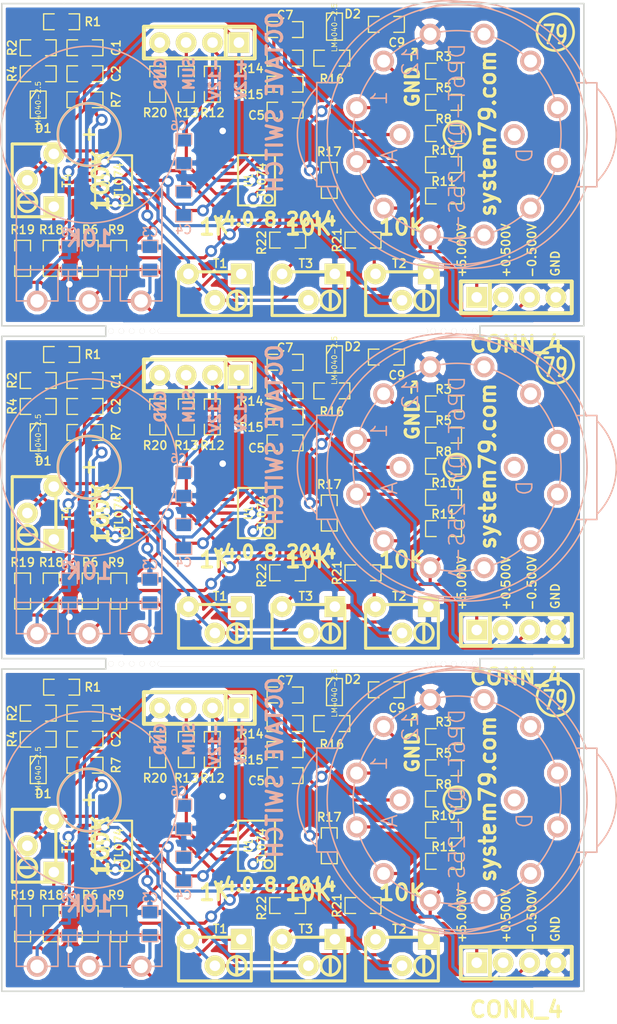
<source format=kicad_pcb>
(kicad_pcb (version 3) (host pcbnew "(2013-07-07 BZR 4022)-stable")
  (layers (15 F.Cu signal) (0 B.Cu signal) (18 B.Paste user) (19 F.Paste user) (20 B.SilkS user) (21 F.SilkS user) (22 B.Mask user) (23 F.Mask user) (28 Edge.Cuts user))
  (net 0 "")
  (net 1 +0.500V)
  (net 2 +12V)
  (net 3 +2.5V)
  (net 4 +5.00V)
  (net 5 -0.500V)
  (net 6 -12V)
  (net 7 -2.5V)
  (net 8 GND)
  (net 9 N-000001)
  (net 10 N-0000010)
  (net 11 N-0000011)
  (net 12 N-0000012)
  (net 13 N-0000013)
  (net 14 N-0000014)
  (net 15 N-0000015)
  (net 16 N-0000016)
  (net 17 N-0000018)
  (net 18 N-0000019)
  (net 19 N-0000020)
  (net 20 N-0000021)
  (net 21 N-0000022)
  (net 22 N-0000023)
  (net 23 N-0000025)
  (net 24 N-0000026)
  (net 25 N-0000029)
  (net 26 N-000003)
  (net 27 N-0000033)
  (net 28 N-0000034)
  (net 29 N-0000035)
  (net 30 N-000005)
  (net 31 N-000006)
  (net 32 N-000008)
  (net 33 N-000009)
  (net 34 "SUM OUT")
  (module HOLE-0.5MM (layer F.Cu) (at 54 83.5)
    (fp_text reference HOLE-0.5MM hide)
    (fp_text value VAL** hide)
    (pad "" thru_hole oval (at 0 0) (size 26 0.5) (drill oval 26 0.5) (layers *.Cu *.Mask F.SilkS))
  )
  (module HOLE-0.5MM (layer F.Cu) (at 54 51.5)
    (fp_text reference HOLE-0.5MM hide)
    (fp_text value VAL** hide)
    (pad "" thru_hole oval (at 0 0) (size 26 0.5) (drill oval 26 0.5) (layers *.Cu *.Mask F.SilkS))
  )
  (module HOLE-0.5MM (layer F.Cu) (at 54 51.5)
    (fp_text reference HOLE-0.5MM hide)
    (fp_text value VAL** hide)
  )
  (module HOLE-0.5MM (layer F.Cu) (at 54 83.5)
    (fp_text reference HOLE-0.5MM hide)
    (fp_text value VAL** hide)
  )
  (module RV16A-41 (layer B.Cu) (at 34.4 96.6 180)
    (fp_text reference POT1 hide)
    (fp_text value 10K (at 0 -9.99998 180) (layer B.SilkS) (effects (font (size 1.524 1.524) (thickness 0.3048)) (justify mirror)))
    (pad 2 thru_hole circle (at 0 -16 180) (size 1.99898 1.99898) (drill 1.30048) (layers *.Cu *.Mask B.SilkS) (net 11 N-0000011))
    (pad 3 thru_hole circle (at 5 -16 180) (size 1.99898 1.99898) (drill 1.30048) (layers *.Cu *.Mask B.SilkS) (net 1 +0.500V))
    (pad 1 thru_hole circle (at -5 -16 180) (size 1.99898 1.99898) (drill 1.30048) (layers *.Cu *.Mask B.SilkS) (net 5 -0.500V))
  )
  (module SOT23 (layer F.Cu) (at 29.5 93.75 270)
    (fp_text reference D1 (at 2.25 -0.5 360) (layer F.SilkS) (effects (font (size 0.8128 0.8128) (thickness 0.1524))))
    (fp_text value LM4040-2.5 (at 0.0635 0 270) (layer F.SilkS) (effects (font (size 0.50038 0.50038) (thickness 0.0762))))
    (pad 3 smd rect (at 0 -1.27 270) (size 0.70104 1.00076) (layers F.Cu F.Paste F.Mask))
    (pad 2 smd rect (at 0.9525 1.27 270) (size 0.70104 1.00076) (layers F.Cu F.Paste F.Mask) (net 8 GND))
    (pad 1 smd rect (at -0.9525 1.27 270) (size 0.70104 1.00076) (layers F.Cu F.Paste F.Mask) (net 30 N-000005))
  )
  (module SM0805-HAND (layer B.Cu) (at 43.5 103.25 90)
    (fp_text reference C6 (at 7.5 -0.5 180) (layer B.SilkS) (effects (font (size 0.8128 0.8128) (thickness 0.1524)) (justify mirror)))
    (fp_text value 0.1u hide)
    (pad 1 smd rect (at -1.0795 0 90) (size 1.143 1.397) (layers B.Cu B.Paste B.Mask) (net 2 +12V))
    (pad 2 smd rect (at 1.0795 0 90) (size 1.143 1.397) (layers B.Cu B.Paste B.Mask) (net 8 GND))
  )
  (module SM0805-HAND (layer B.Cu) (at 43.5 98.25 90)
    (fp_text reference C4 (at -7.5 0 360) (layer B.SilkS) (effects (font (size 0.8128 0.8128) (thickness 0.1524)) (justify mirror)))
    (fp_text value 0.1u hide)
    (pad 1 smd rect (at -1.0795 0 90) (size 1.143 1.397) (layers B.Cu B.Paste B.Mask) (net 8 GND))
    (pad 2 smd rect (at 1.0795 0 90) (size 1.143 1.397) (layers B.Cu B.Paste B.Mask) (net 6 -12V))
  )
  (module SM0805-HAND (layer F.Cu) (at 43.75 91.75 90)
    (fp_text reference R13 (at -2.75 0 180) (layer F.SilkS) (effects (font (size 0.8128 0.8128) (thickness 0.1524))))
    (fp_text value 100K hide)
    (pad 1 smd rect (at -1.0795 0 90) (size 1.143 1.397) (layers F.Cu F.Paste F.Mask) (net 9 N-000001))
    (pad 2 smd rect (at 1.0795 0 90) (size 1.143 1.397) (layers F.Cu F.Paste F.Mask) (net 34 "SUM OUT"))
  )
  (module SM0805-HAND (layer F.Cu) (at 68.5 102.5)
    (fp_text reference R11 (at 0 -1.397) (layer F.SilkS) (effects (font (size 0.8128 0.8128) (thickness 0.1524))))
    (fp_text value 10K hide)
    (pad 1 smd rect (at -1.0795 0) (size 1.143 1.397) (layers F.Cu F.Paste F.Mask) (net 14 N-0000014))
    (pad 2 smd rect (at 1.0795 0) (size 1.143 1.397) (layers F.Cu F.Paste F.Mask) (net 4 +5.00V))
  )
  (module SM0805-HAND (layer F.Cu) (at 68.5 99.5)
    (fp_text reference R10 (at 0 -1.397) (layer F.SilkS) (effects (font (size 0.8128 0.8128) (thickness 0.1524))))
    (fp_text value 10K hide)
    (pad 1 smd rect (at -1.0795 0) (size 1.143 1.397) (layers F.Cu F.Paste F.Mask) (net 13 N-0000013))
    (pad 2 smd rect (at 1.0795 0) (size 1.143 1.397) (layers F.Cu F.Paste F.Mask) (net 14 N-0000014))
  )
  (module SM0805-HAND (layer F.Cu) (at 68.5 96.5)
    (fp_text reference R8 (at 0 -1.397) (layer F.SilkS) (effects (font (size 0.8128 0.8128) (thickness 0.1524))))
    (fp_text value 10K hide)
    (pad 1 smd rect (at -1.0795 0) (size 1.143 1.397) (layers F.Cu F.Paste F.Mask) (net 12 N-0000012))
    (pad 2 smd rect (at 1.0795 0) (size 1.143 1.397) (layers F.Cu F.Paste F.Mask) (net 13 N-0000013))
  )
  (module SM0805-HAND (layer F.Cu) (at 68.5 93.5)
    (fp_text reference R5 (at 0 -1.397) (layer F.SilkS) (effects (font (size 0.8128 0.8128) (thickness 0.1524))))
    (fp_text value 10K hide)
    (pad 1 smd rect (at -1.0795 0) (size 1.143 1.397) (layers F.Cu F.Paste F.Mask) (net 16 N-0000016))
    (pad 2 smd rect (at 1.0795 0) (size 1.143 1.397) (layers F.Cu F.Paste F.Mask) (net 12 N-0000012))
  )
  (module SM0805-HAND (layer F.Cu) (at 68.5 90.5)
    (fp_text reference R3 (at 0 -1.397) (layer F.SilkS) (effects (font (size 0.8128 0.8128) (thickness 0.1524))))
    (fp_text value 10K hide)
    (pad 1 smd rect (at -1.0795 0) (size 1.143 1.397) (layers F.Cu F.Paste F.Mask) (net 8 GND))
    (pad 2 smd rect (at 1.0795 0) (size 1.143 1.397) (layers F.Cu F.Paste F.Mask) (net 16 N-0000016))
  )
  (module SM0805-HAND (layer F.Cu) (at 34 93.25)
    (fp_text reference R7 (at 3 0 90) (layer F.SilkS) (effects (font (size 0.8128 0.8128) (thickness 0.1524))))
    (fp_text value 33K hide)
    (pad 1 smd rect (at -1.0795 0) (size 1.143 1.397) (layers F.Cu F.Paste F.Mask) (net 29 N-0000035))
    (pad 2 smd rect (at 1.0795 0) (size 1.143 1.397) (layers F.Cu F.Paste F.Mask) (net 3 +2.5V))
  )
  (module SM0805-HAND (layer F.Cu) (at 29.5 88.25)
    (fp_text reference R2 (at -2.5 0 90) (layer F.SilkS) (effects (font (size 0.8128 0.8128) (thickness 0.1524))))
    (fp_text value 4.7K hide)
    (pad 1 smd rect (at -1.0795 0) (size 1.143 1.397) (layers F.Cu F.Paste F.Mask) (net 30 N-000005))
    (pad 2 smd rect (at 1.0795 0) (size 1.143 1.397) (layers F.Cu F.Paste F.Mask) (net 31 N-000006))
  )
  (module SM0805-HAND (layer F.Cu) (at 34 88.25)
    (fp_text reference C1 (at 3 0 90) (layer F.SilkS) (effects (font (size 0.8128 0.8128) (thickness 0.1524))))
    (fp_text value 0.1u hide)
    (pad 1 smd rect (at -1.0795 0) (size 1.143 1.397) (layers F.Cu F.Paste F.Mask) (net 31 N-000006))
    (pad 2 smd rect (at 1.0795 0) (size 1.143 1.397) (layers F.Cu F.Paste F.Mask) (net 8 GND))
  )
  (module SM0805-HAND (layer F.Cu) (at 46.25 91.75 90)
    (fp_text reference R12 (at -2.75 0 180) (layer F.SilkS) (effects (font (size 0.8128 0.8128) (thickness 0.1524))))
    (fp_text value 100K hide)
    (pad 1 smd rect (at -1.0795 0 90) (size 1.143 1.397) (layers F.Cu F.Paste F.Mask) (net 15 N-0000015))
    (pad 2 smd rect (at 1.0795 0 90) (size 1.143 1.397) (layers F.Cu F.Paste F.Mask) (net 34 "SUM OUT"))
  )
  (module SM0805-HAND (layer F.Cu) (at 53.25 94.25 180)
    (fp_text reference C5 (at 2.75 -0.5 180) (layer F.SilkS) (effects (font (size 0.8128 0.8128) (thickness 0.1524))))
    (fp_text value 0.001u hide)
    (pad 1 smd rect (at -1.0795 0 180) (size 1.143 1.397) (layers F.Cu F.Paste F.Mask) (net 26 N-000003))
    (pad 2 smd rect (at 1.0795 0 180) (size 1.143 1.397) (layers F.Cu F.Paste F.Mask) (net 8 GND))
  )
  (module SM0805-HAND (layer B.Cu) (at 40.25 108.5 270)
    (fp_text reference C3 (at -2.5 0 360) (layer B.SilkS) (effects (font (size 0.8128 0.8128) (thickness 0.1524)) (justify mirror)))
    (fp_text value 0.001u hide)
    (pad 1 smd rect (at -1.0795 0 270) (size 1.143 1.397) (layers B.Cu B.Paste B.Mask) (net 8 GND))
    (pad 2 smd rect (at 1.0795 0 270) (size 1.143 1.397) (layers B.Cu B.Paste B.Mask) (net 5 -0.500V))
  )
  (module SM0805-HAND (layer F.Cu) (at 37.25 108.5 270)
    (fp_text reference R9 (at -2.75 0.25 360) (layer F.SilkS) (effects (font (size 0.8128 0.8128) (thickness 0.1524))))
    (fp_text value 9.53K hide)
    (pad 1 smd rect (at -1.0795 0 270) (size 1.143 1.397) (layers F.Cu F.Paste F.Mask) (net 27 N-0000033))
    (pad 2 smd rect (at 1.0795 0 270) (size 1.143 1.397) (layers F.Cu F.Paste F.Mask) (net 25 N-0000029))
  )
  (module SM0805-HAND (layer F.Cu) (at 34 90.75)
    (fp_text reference C2 (at 3 0 90) (layer F.SilkS) (effects (font (size 0.8128 0.8128) (thickness 0.1524))))
    (fp_text value 0.1u hide)
    (pad 1 smd rect (at -1.0795 0) (size 1.143 1.397) (layers F.Cu F.Paste F.Mask) (net 29 N-0000035))
    (pad 2 smd rect (at 1.0795 0) (size 1.143 1.397) (layers F.Cu F.Paste F.Mask) (net 8 GND))
  )
  (module SM0805-HAND (layer F.Cu) (at 34.5 108.5 90)
    (fp_text reference R6 (at 2.75 0 180) (layer F.SilkS) (effects (font (size 0.8128 0.8128) (thickness 0.1524))))
    (fp_text value 10K hide)
    (pad 1 smd rect (at -1.0795 0 90) (size 1.143 1.397) (layers F.Cu F.Paste F.Mask) (net 8 GND))
    (pad 2 smd rect (at 1.0795 0 90) (size 1.143 1.397) (layers F.Cu F.Paste F.Mask) (net 27 N-0000033))
  )
  (module SM0805-HAND (layer F.Cu) (at 29.5 90.75)
    (fp_text reference R4 (at -2.5 0 90) (layer F.SilkS) (effects (font (size 0.8128 0.8128) (thickness 0.1524))))
    (fp_text value 33K hide)
    (pad 1 smd rect (at -1.0795 0) (size 1.143 1.397) (layers F.Cu F.Paste F.Mask) (net 30 N-000005))
    (pad 2 smd rect (at 1.0795 0) (size 1.143 1.397) (layers F.Cu F.Paste F.Mask) (net 29 N-0000035))
  )
  (module SM0805-HAND (layer F.Cu) (at 31.75 85.75)
    (fp_text reference R1 (at 3 0) (layer F.SilkS) (effects (font (size 0.8128 0.8128) (thickness 0.1524))))
    (fp_text value 4.7K hide)
    (pad 1 smd rect (at -1.0795 0) (size 1.143 1.397) (layers F.Cu F.Paste F.Mask) (net 31 N-000006))
    (pad 2 smd rect (at 1.0795 0) (size 1.143 1.397) (layers F.Cu F.Paste F.Mask) (net 2 +12V))
  )
  (module CONN_0100_X_4 (layer F.Cu) (at 45 87.75 180)
    (fp_text reference P2 hide)
    (fp_text value CONN_4 hide)
    (pad 1 thru_hole rect (at -3.81 0 180) (size 1.99898 1.99898) (drill 1.016) (layers *.Cu *.Mask F.SilkS) (net 2 +12V))
    (pad 2 thru_hole circle (at -1.27 0 180) (size 1.99898 1.99898) (drill 1.016) (layers *.Cu *.Mask F.SilkS) (net 6 -12V))
    (pad 3 thru_hole circle (at 1.27 0 180) (size 1.99898 1.99898) (drill 1.016) (layers *.Cu *.Mask F.SilkS) (net 34 "SUM OUT"))
    (pad 4 thru_hole circle (at 3.81 0 180) (size 1.99898 1.99898) (drill 1.016) (layers *.Cu *.Mask F.SilkS) (net 8 GND))
  )
  (module QY-25S-2P6C-JRL (layer B.Cu) (at 69.8 96.6 270)
    (fp_text reference SW1 hide)
    (fp_text value DP6T-QY-25S-A (at 1 0 270) (layer B.SilkS) (effects (font (size 1.5 1.5)) (justify mirror)))
    (fp_text user 12 (at -7 4.5 270) (layer B.SilkS) (effects (font (size 1.5 1.5)) (justify mirror)))
    (fp_text user 1 (at -3.5 7.5 270) (layer B.SilkS) (effects (font (size 1.5 1.5)) (justify mirror)))
    (fp_text user D (at 2 -6.5 270) (layer B.SilkS) (effects (font (size 1.5 1.5)) (justify mirror)))
    (fp_text user A (at 2 6.5 270) (layer B.SilkS) (effects (font (size 1.5 1.5)) (justify mirror)))
    (pad 1 thru_hole circle (at -2.59 9.66 90) (size 2 2) (drill 1.25) (layers *.Cu *.Mask B.SilkS) (net 12 N-0000012))
    (pad 12 thru_hole circle (at -7.07 7.07 90) (size 2 2) (drill 1.25) (layers *.Cu *.Mask B.SilkS) (net 16 N-0000016))
    (pad 11 thru_hole circle (at -9.66 2.59 90) (size 2 2) (drill 1.25) (layers *.Cu *.Mask B.SilkS) (net 8 GND))
    (pad 10 thru_hole circle (at -9.66 -2.59 90) (size 2 2) (drill 1.25) (layers *.Cu *.Mask B.SilkS))
    (pad 9 thru_hole circle (at -7.07 -7.07 90) (size 2 2) (drill 1.25) (layers *.Cu *.Mask B.SilkS))
    (pad 8 thru_hole circle (at -2.59 -9.66 90) (size 2 2) (drill 1.25) (layers *.Cu *.Mask B.SilkS))
    (pad D thru_hole circle (at 0 -5.5 270) (size 2 2) (drill 1.25) (layers *.Cu *.Mask B.SilkS))
    (pad A thru_hole circle (at 0 5.5 270) (size 2 2) (drill 1.25) (layers *.Cu *.Mask B.SilkS) (net 26 N-000003))
    (pad 2 thru_hole circle (at 2.59 9.66 270) (size 2 2) (drill 1.25) (layers *.Cu *.Mask B.SilkS) (net 13 N-0000013))
    (pad 3 thru_hole circle (at 7.07 7.07 270) (size 2 2) (drill 1.25) (layers *.Cu *.Mask B.SilkS) (net 14 N-0000014))
    (pad 4 thru_hole circle (at 9.66 2.59 270) (size 2 2) (drill 1.25) (layers *.Cu *.Mask B.SilkS) (net 4 +5.00V))
    (pad 5 thru_hole circle (at 9.66 -2.59 270) (size 2 2) (drill 1.25) (layers *.Cu *.Mask B.SilkS))
    (pad 6 thru_hole circle (at 7.07 -7.07 270) (size 2 2) (drill 1.25) (layers *.Cu *.Mask B.SilkS))
    (pad 7 thru_hole circle (at 2.59 -9.66 270) (size 2 2) (drill 1.25) (layers *.Cu *.Mask B.SilkS))
  )
  (module SOT23 (layer F.Cu) (at 58 86.25 270)
    (fp_text reference D2 (at -1.25 -1.75 360) (layer F.SilkS) (effects (font (size 0.8128 0.8128) (thickness 0.1524))))
    (fp_text value LM4040-2.5 (at 0.0635 0 270) (layer F.SilkS) (effects (font (size 0.50038 0.50038) (thickness 0.0762))))
    (pad 3 smd rect (at 0 -1.27 270) (size 0.70104 1.00076) (layers F.Cu F.Paste F.Mask))
    (pad 2 smd rect (at 0.9525 1.27 270) (size 0.70104 1.00076) (layers F.Cu F.Paste F.Mask) (net 33 N-000009))
    (pad 1 smd rect (at -0.9525 1.27 270) (size 0.70104 1.00076) (layers F.Cu F.Paste F.Mask) (net 8 GND))
  )
  (module SM0805-HAND (layer F.Cu) (at 57.75 89.25)
    (fp_text reference R16 (at 0 2) (layer F.SilkS) (effects (font (size 0.8128 0.8128) (thickness 0.1524))))
    (fp_text value 33K hide)
    (pad 1 smd rect (at -1.0795 0) (size 1.143 1.397) (layers F.Cu F.Paste F.Mask) (net 33 N-000009))
    (pad 2 smd rect (at 1.0795 0) (size 1.143 1.397) (layers F.Cu F.Paste F.Mask) (net 10 N-0000010))
  )
  (module SM0805-HAND (layer F.Cu) (at 63 86)
    (fp_text reference C9 (at 1 1.75) (layer F.SilkS) (effects (font (size 0.8128 0.8128) (thickness 0.1524))))
    (fp_text value 0.1u hide)
    (pad 1 smd rect (at -1.0795 0) (size 1.143 1.397) (layers F.Cu F.Paste F.Mask) (net 10 N-0000010))
    (pad 2 smd rect (at 1.0795 0) (size 1.143 1.397) (layers F.Cu F.Paste F.Mask) (net 8 GND))
  )
  (module SM0805-HAND (layer F.Cu) (at 57.5 101 270)
    (fp_text reference R17 (at -2.75 0 360) (layer F.SilkS) (effects (font (size 0.8128 0.8128) (thickness 0.1524))))
    (fp_text value 33K hide)
    (pad 1 smd rect (at -1.0795 0 270) (size 1.143 1.397) (layers F.Cu F.Paste F.Mask) (net 10 N-0000010))
    (pad 2 smd rect (at 1.0795 0 270) (size 1.143 1.397) (layers F.Cu F.Paste F.Mask) (net 7 -2.5V))
  )
  (module SM0805-HAND (layer F.Cu) (at 53.25 89.25)
    (fp_text reference R14 (at -3.25 1) (layer F.SilkS) (effects (font (size 0.8128 0.8128) (thickness 0.1524))))
    (fp_text value 4.7K hide)
    (pad 1 smd rect (at -1.0795 0) (size 1.143 1.397) (layers F.Cu F.Paste F.Mask) (net 32 N-000008))
    (pad 2 smd rect (at 1.0795 0) (size 1.143 1.397) (layers F.Cu F.Paste F.Mask) (net 33 N-000009))
  )
  (module SM0805-HAND (layer F.Cu) (at 53.25 91.75 180)
    (fp_text reference R15 (at 3.25 -1 180) (layer F.SilkS) (effects (font (size 0.8128 0.8128) (thickness 0.1524))))
    (fp_text value 4.7K hide)
    (pad 1 smd rect (at -1.0795 0 180) (size 1.143 1.397) (layers F.Cu F.Paste F.Mask) (net 6 -12V))
    (pad 2 smd rect (at 1.0795 0 180) (size 1.143 1.397) (layers F.Cu F.Paste F.Mask) (net 32 N-000008))
  )
  (module SM0805-HAND (layer F.Cu) (at 53.25 86.5)
    (fp_text reference C7 (at 0 -1.397) (layer F.SilkS) (effects (font (size 0.8128 0.8128) (thickness 0.1524))))
    (fp_text value 0.1u hide)
    (pad 1 smd rect (at -1.0795 0) (size 1.143 1.397) (layers F.Cu F.Paste F.Mask) (net 32 N-000008))
    (pad 2 smd rect (at 1.0795 0) (size 1.143 1.397) (layers F.Cu F.Paste F.Mask) (net 8 GND))
  )
  (module SM0805-HAND (layer B.Cu) (at 32.5 108.5 90)
    (fp_text reference C8 (at 2.5 0 180) (layer B.SilkS) (effects (font (size 0.8128 0.8128) (thickness 0.1524)) (justify mirror)))
    (fp_text value 0.001u hide)
    (pad 1 smd rect (at -1.0795 0 90) (size 1.143 1.397) (layers B.Cu B.Paste B.Mask) (net 8 GND))
    (pad 2 smd rect (at 1.0795 0 90) (size 1.143 1.397) (layers B.Cu B.Paste B.Mask) (net 1 +0.500V))
  )
  (module BI_64W_TRIM (layer F.Cu) (at 46.5 110 180)
    (fp_text reference TRIM1 hide)
    (fp_text value 1K (at 0 4.50088 180) (layer F.SilkS) (effects (font (size 1.524 1.524) (thickness 0.3048))))
    (pad 2 thru_hole circle (at 0 -2.54 180) (size 1.99898 1.99898) (drill 1.016) (layers *.Cu *.Mask F.SilkS) (net 4 +5.00V))
    (pad 3 thru_hole circle (at 2.54 0 180) (size 1.99898 1.99898) (drill 1.016) (layers *.Cu *.Mask F.SilkS) (net 4 +5.00V))
    (pad 1 thru_hole rect (at -2.54 0 180) (size 1.99898 1.99898) (drill 1.016) (layers *.Cu *.Mask F.SilkS) (net 25 N-0000029))
  )
  (module BI_64W_TRIM (layer F.Cu) (at 55.5 110 180)
    (fp_text reference TRIM3 hide)
    (fp_text value 10K (at 0 4.50088 180) (layer F.SilkS) (effects (font (size 1.524 1.524) (thickness 0.3048))))
    (pad 2 thru_hole circle (at 0 -2.54 180) (size 1.99898 1.99898) (drill 1.016) (layers *.Cu *.Mask F.SilkS) (net 21 N-0000022))
    (pad 3 thru_hole circle (at 2.54 0 180) (size 1.99898 1.99898) (drill 1.016) (layers *.Cu *.Mask F.SilkS) (net 17 N-0000018))
    (pad 1 thru_hole rect (at -2.54 0 180) (size 1.99898 1.99898) (drill 1.016) (layers *.Cu *.Mask F.SilkS) (net 8 GND))
  )
  (module BI_64W_TRIM (layer F.Cu) (at 64.5 110 180)
    (fp_text reference TRIM2 hide)
    (fp_text value 10K (at 0 4.50088 180) (layer F.SilkS) (effects (font (size 1.524 1.524) (thickness 0.3048))))
    (pad 2 thru_hole circle (at 0 -2.54 180) (size 1.99898 1.99898) (drill 1.016) (layers *.Cu *.Mask F.SilkS) (net 22 N-0000023))
    (pad 3 thru_hole circle (at 2.54 0 180) (size 1.99898 1.99898) (drill 1.016) (layers *.Cu *.Mask F.SilkS) (net 19 N-0000020))
    (pad 1 thru_hole rect (at -2.54 0 180) (size 1.99898 1.99898) (drill 1.016) (layers *.Cu *.Mask F.SilkS) (net 8 GND))
  )
  (module BI_64W_TRIM (layer F.Cu) (at 31 101 90)
    (fp_text reference TRIM4 hide)
    (fp_text value 100K (at 0 4.50088 90) (layer F.SilkS) (effects (font (size 1.524 1.524) (thickness 0.3048))))
    (pad 2 thru_hole circle (at 0 -2.54 90) (size 1.99898 1.99898) (drill 1.016) (layers *.Cu *.Mask F.SilkS) (net 23 N-0000025))
    (pad 3 thru_hole circle (at 2.54 0 90) (size 1.99898 1.99898) (drill 1.016) (layers *.Cu *.Mask F.SilkS) (net 23 N-0000025))
    (pad 1 thru_hole rect (at -2.54 0 90) (size 1.99898 1.99898) (drill 1.016) (layers *.Cu *.Mask F.SilkS) (net 24 N-0000026))
  )
  (module SM0805-HAND (layer F.Cu) (at 30.75 108.5 90)
    (fp_text reference R18 (at 2.75 0 180) (layer F.SilkS) (effects (font (size 0.8128 0.8128) (thickness 0.1524))))
    (fp_text value 100K hide)
    (pad 1 smd rect (at -1.0795 0 90) (size 1.143 1.397) (layers F.Cu F.Paste F.Mask) (net 8 GND))
    (pad 2 smd rect (at 1.0795 0 90) (size 1.143 1.397) (layers F.Cu F.Paste F.Mask) (net 28 N-0000034))
  )
  (module SM0805-HAND (layer F.Cu) (at 28 108.5 90)
    (fp_text reference R19 (at 2.75 0 180) (layer F.SilkS) (effects (font (size 0.8128 0.8128) (thickness 0.1524))))
    (fp_text value 49.9K hide)
    (pad 1 smd rect (at -1.0795 0 90) (size 1.143 1.397) (layers F.Cu F.Paste F.Mask) (net 28 N-0000034))
    (pad 2 smd rect (at 1.0795 0 90) (size 1.143 1.397) (layers F.Cu F.Paste F.Mask) (net 24 N-0000026))
  )
  (module SM0805-HAND (layer F.Cu) (at 41 91.75 90)
    (fp_text reference R20 (at -2.75 -0.25 180) (layer F.SilkS) (effects (font (size 0.8128 0.8128) (thickness 0.1524))))
    (fp_text value 100K hide)
    (pad 1 smd rect (at -1.0795 0 90) (size 1.143 1.397) (layers F.Cu F.Paste F.Mask) (net 23 N-0000025))
    (pad 2 smd rect (at 1.0795 0 90) (size 1.143 1.397) (layers F.Cu F.Paste F.Mask) (net 34 "SUM OUT"))
  )
  (module CONN_0100_X_4 (layer F.Cu) (at 75.5 112.25)
    (fp_text reference P1 hide)
    (fp_text value CONN_4 (at 0 4.50088) (layer F.SilkS) (effects (font (size 1.524 1.524) (thickness 0.3048))))
    (pad 1 thru_hole rect (at -3.81 0) (size 1.99898 1.99898) (drill 1.016) (layers *.Cu *.Mask F.SilkS) (net 4 +5.00V))
    (pad 2 thru_hole circle (at -1.27 0) (size 1.99898 1.99898) (drill 1.016) (layers *.Cu *.Mask F.SilkS) (net 1 +0.500V))
    (pad 3 thru_hole circle (at 1.27 0) (size 1.99898 1.99898) (drill 1.016) (layers *.Cu *.Mask F.SilkS) (net 5 -0.500V))
    (pad 4 thru_hole circle (at 3.81 0) (size 1.99898 1.99898) (drill 1.016) (layers *.Cu *.Mask F.SilkS) (net 8 GND))
  )
  (module SM0805-HAND (layer F.Cu) (at 60.75 106.75)
    (fp_text reference R21 (at -2.5 0 90) (layer F.SilkS) (effects (font (size 0.8128 0.8128) (thickness 0.1524))))
    (fp_text value 15K hide)
    (pad 1 smd rect (at -1.0795 0) (size 1.143 1.397) (layers F.Cu F.Paste F.Mask) (net 20 N-0000021))
    (pad 2 smd rect (at 1.0795 0) (size 1.143 1.397) (layers F.Cu F.Paste F.Mask) (net 19 N-0000020))
  )
  (module SM0805-HAND (layer F.Cu) (at 53.5 106.75)
    (fp_text reference R22 (at -2.5 0.25 90) (layer F.SilkS) (effects (font (size 0.8128 0.8128) (thickness 0.1524))))
    (fp_text value 15K hide)
    (pad 1 smd rect (at -1.0795 0) (size 1.143 1.397) (layers F.Cu F.Paste F.Mask) (net 18 N-0000019))
    (pad 2 smd rect (at 1.0795 0) (size 1.143 1.397) (layers F.Cu F.Paste F.Mask) (net 17 N-0000018))
  )
  (module TSSOP14 (layer F.Cu) (at 50.5 101 90)
    (fp_text reference U1 (at 0 -0.762 90) (layer F.SilkS) (effects (font (size 0.762 0.635) (thickness 0.16002))))
    (fp_text value TL074 (at 0 0.508 90) (layer F.SilkS) (effects (font (size 0.762 0.762) (thickness 0.16002))))
    (pad 1 smd rect (at -1.9304 2.794 90) (size 0.29972 1.30048) (layers F.Cu F.Paste F.Mask) (net 18 N-0000019))
    (pad 2 smd rect (at -1.2954 2.794 90) (size 0.29972 1.30048) (layers F.Cu F.Paste F.Mask) (net 18 N-0000019))
    (pad 3 smd rect (at -0.635 2.794 90) (size 0.29972 1.30048) (layers F.Cu F.Paste F.Mask) (net 7 -2.5V))
    (pad 4 smd rect (at 0 2.794 90) (size 0.29972 1.30048) (layers F.Cu F.Paste F.Mask) (net 2 +12V))
    (pad 5 smd rect (at 0.6604 2.794 90) (size 0.29972 1.30048) (layers F.Cu F.Paste F.Mask) (net 3 +2.5V))
    (pad 6 smd rect (at 1.3081 2.794 90) (size 0.29972 1.30048) (layers F.Cu F.Paste F.Mask) (net 20 N-0000021))
    (pad 7 smd rect (at 1.9558 2.794 90) (size 0.29972 1.30048) (layers F.Cu F.Paste F.Mask) (net 20 N-0000021))
    (pad 8 smd rect (at 1.9558 -2.794 90) (size 0.29972 1.30048) (layers F.Cu F.Paste F.Mask) (net 15 N-0000015))
    (pad 9 smd rect (at 1.3081 -2.794 90) (size 0.29972 1.30048) (layers F.Cu F.Paste F.Mask) (net 15 N-0000015))
    (pad 10 smd rect (at 0.6604 -2.794 90) (size 0.29972 1.30048) (layers F.Cu F.Paste F.Mask) (net 26 N-000003))
    (pad 11 smd rect (at 0 -2.794 90) (size 0.29972 1.30048) (layers F.Cu F.Paste F.Mask) (net 6 -12V))
    (pad 12 smd rect (at -0.6477 -2.794 90) (size 0.29972 1.30048) (layers F.Cu F.Paste F.Mask) (net 11 N-0000011))
    (pad 13 smd rect (at -1.2954 -2.794 90) (size 0.29972 1.30048) (layers F.Cu F.Paste F.Mask) (net 9 N-000001))
    (pad 14 smd rect (at -1.9431 -2.794 90) (size 0.29972 1.30048) (layers F.Cu F.Paste F.Mask) (net 9 N-000001))
  )
  (module TSSOP14 (layer F.Cu) (at 36.75 101 90)
    (fp_text reference U2 (at 0 -0.762 90) (layer F.SilkS) (effects (font (size 0.762 0.635) (thickness 0.16002))))
    (fp_text value TL074 (at 0 0.508 90) (layer F.SilkS) (effects (font (size 0.762 0.762) (thickness 0.16002))))
    (pad 1 smd rect (at -1.9304 2.794 90) (size 0.29972 1.30048) (layers F.Cu F.Paste F.Mask) (net 4 +5.00V))
    (pad 2 smd rect (at -1.2954 2.794 90) (size 0.29972 1.30048) (layers F.Cu F.Paste F.Mask) (net 27 N-0000033))
    (pad 3 smd rect (at -0.635 2.794 90) (size 0.29972 1.30048) (layers F.Cu F.Paste F.Mask) (net 3 +2.5V))
    (pad 4 smd rect (at 0 2.794 90) (size 0.29972 1.30048) (layers F.Cu F.Paste F.Mask) (net 2 +12V))
    (pad 5 smd rect (at 0.6604 2.794 90) (size 0.29972 1.30048) (layers F.Cu F.Paste F.Mask) (net 7 -2.5V))
    (pad 6 smd rect (at 1.3081 2.794 90) (size 0.29972 1.30048) (layers F.Cu F.Paste F.Mask) (net 28 N-0000034))
    (pad 7 smd rect (at 1.9558 2.794 90) (size 0.29972 1.30048) (layers F.Cu F.Paste F.Mask) (net 23 N-0000025))
    (pad 8 smd rect (at 1.9558 -2.794 90) (size 0.29972 1.30048) (layers F.Cu F.Paste F.Mask) (net 1 +0.500V))
    (pad 9 smd rect (at 1.3081 -2.794 90) (size 0.29972 1.30048) (layers F.Cu F.Paste F.Mask) (net 1 +0.500V))
    (pad 10 smd rect (at 0.6604 -2.794 90) (size 0.29972 1.30048) (layers F.Cu F.Paste F.Mask) (net 22 N-0000023))
    (pad 11 smd rect (at 0 -2.794 90) (size 0.29972 1.30048) (layers F.Cu F.Paste F.Mask) (net 6 -12V))
    (pad 12 smd rect (at -0.6477 -2.794 90) (size 0.29972 1.30048) (layers F.Cu F.Paste F.Mask) (net 21 N-0000022))
    (pad 13 smd rect (at -1.2954 -2.794 90) (size 0.29972 1.30048) (layers F.Cu F.Paste F.Mask) (net 5 -0.500V))
    (pad 14 smd rect (at -1.9431 -2.794 90) (size 0.29972 1.30048) (layers F.Cu F.Paste F.Mask) (net 5 -0.500V))
  )
  (module TSSOP14 (layer F.Cu) (at 36.75 69 90)
    (fp_text reference U2 (at 0 -0.762 90) (layer F.SilkS) (effects (font (size 0.762 0.635) (thickness 0.16002))))
    (fp_text value TL074 (at 0 0.508 90) (layer F.SilkS) (effects (font (size 0.762 0.762) (thickness 0.16002))))
    (pad 1 smd rect (at -1.9304 2.794 90) (size 0.29972 1.30048) (layers F.Cu F.Paste F.Mask) (net 4 +5.00V))
    (pad 2 smd rect (at -1.2954 2.794 90) (size 0.29972 1.30048) (layers F.Cu F.Paste F.Mask) (net 27 N-0000033))
    (pad 3 smd rect (at -0.635 2.794 90) (size 0.29972 1.30048) (layers F.Cu F.Paste F.Mask) (net 3 +2.5V))
    (pad 4 smd rect (at 0 2.794 90) (size 0.29972 1.30048) (layers F.Cu F.Paste F.Mask) (net 2 +12V))
    (pad 5 smd rect (at 0.6604 2.794 90) (size 0.29972 1.30048) (layers F.Cu F.Paste F.Mask) (net 7 -2.5V))
    (pad 6 smd rect (at 1.3081 2.794 90) (size 0.29972 1.30048) (layers F.Cu F.Paste F.Mask) (net 28 N-0000034))
    (pad 7 smd rect (at 1.9558 2.794 90) (size 0.29972 1.30048) (layers F.Cu F.Paste F.Mask) (net 23 N-0000025))
    (pad 8 smd rect (at 1.9558 -2.794 90) (size 0.29972 1.30048) (layers F.Cu F.Paste F.Mask) (net 1 +0.500V))
    (pad 9 smd rect (at 1.3081 -2.794 90) (size 0.29972 1.30048) (layers F.Cu F.Paste F.Mask) (net 1 +0.500V))
    (pad 10 smd rect (at 0.6604 -2.794 90) (size 0.29972 1.30048) (layers F.Cu F.Paste F.Mask) (net 22 N-0000023))
    (pad 11 smd rect (at 0 -2.794 90) (size 0.29972 1.30048) (layers F.Cu F.Paste F.Mask) (net 6 -12V))
    (pad 12 smd rect (at -0.6477 -2.794 90) (size 0.29972 1.30048) (layers F.Cu F.Paste F.Mask) (net 21 N-0000022))
    (pad 13 smd rect (at -1.2954 -2.794 90) (size 0.29972 1.30048) (layers F.Cu F.Paste F.Mask) (net 5 -0.500V))
    (pad 14 smd rect (at -1.9431 -2.794 90) (size 0.29972 1.30048) (layers F.Cu F.Paste F.Mask) (net 5 -0.500V))
  )
  (module TSSOP14 (layer F.Cu) (at 50.5 69 90)
    (fp_text reference U1 (at 0 -0.762 90) (layer F.SilkS) (effects (font (size 0.762 0.635) (thickness 0.16002))))
    (fp_text value TL074 (at 0 0.508 90) (layer F.SilkS) (effects (font (size 0.762 0.762) (thickness 0.16002))))
    (pad 1 smd rect (at -1.9304 2.794 90) (size 0.29972 1.30048) (layers F.Cu F.Paste F.Mask) (net 18 N-0000019))
    (pad 2 smd rect (at -1.2954 2.794 90) (size 0.29972 1.30048) (layers F.Cu F.Paste F.Mask) (net 18 N-0000019))
    (pad 3 smd rect (at -0.635 2.794 90) (size 0.29972 1.30048) (layers F.Cu F.Paste F.Mask) (net 7 -2.5V))
    (pad 4 smd rect (at 0 2.794 90) (size 0.29972 1.30048) (layers F.Cu F.Paste F.Mask) (net 2 +12V))
    (pad 5 smd rect (at 0.6604 2.794 90) (size 0.29972 1.30048) (layers F.Cu F.Paste F.Mask) (net 3 +2.5V))
    (pad 6 smd rect (at 1.3081 2.794 90) (size 0.29972 1.30048) (layers F.Cu F.Paste F.Mask) (net 20 N-0000021))
    (pad 7 smd rect (at 1.9558 2.794 90) (size 0.29972 1.30048) (layers F.Cu F.Paste F.Mask) (net 20 N-0000021))
    (pad 8 smd rect (at 1.9558 -2.794 90) (size 0.29972 1.30048) (layers F.Cu F.Paste F.Mask) (net 15 N-0000015))
    (pad 9 smd rect (at 1.3081 -2.794 90) (size 0.29972 1.30048) (layers F.Cu F.Paste F.Mask) (net 15 N-0000015))
    (pad 10 smd rect (at 0.6604 -2.794 90) (size 0.29972 1.30048) (layers F.Cu F.Paste F.Mask) (net 26 N-000003))
    (pad 11 smd rect (at 0 -2.794 90) (size 0.29972 1.30048) (layers F.Cu F.Paste F.Mask) (net 6 -12V))
    (pad 12 smd rect (at -0.6477 -2.794 90) (size 0.29972 1.30048) (layers F.Cu F.Paste F.Mask) (net 11 N-0000011))
    (pad 13 smd rect (at -1.2954 -2.794 90) (size 0.29972 1.30048) (layers F.Cu F.Paste F.Mask) (net 9 N-000001))
    (pad 14 smd rect (at -1.9431 -2.794 90) (size 0.29972 1.30048) (layers F.Cu F.Paste F.Mask) (net 9 N-000001))
  )
  (module SM0805-HAND (layer F.Cu) (at 53.5 74.75)
    (fp_text reference R22 (at -2.5 0.25 90) (layer F.SilkS) (effects (font (size 0.8128 0.8128) (thickness 0.1524))))
    (fp_text value 15K hide)
    (pad 1 smd rect (at -1.0795 0) (size 1.143 1.397) (layers F.Cu F.Paste F.Mask) (net 18 N-0000019))
    (pad 2 smd rect (at 1.0795 0) (size 1.143 1.397) (layers F.Cu F.Paste F.Mask) (net 17 N-0000018))
  )
  (module SM0805-HAND (layer F.Cu) (at 60.75 74.75)
    (fp_text reference R21 (at -2.5 0 90) (layer F.SilkS) (effects (font (size 0.8128 0.8128) (thickness 0.1524))))
    (fp_text value 15K hide)
    (pad 1 smd rect (at -1.0795 0) (size 1.143 1.397) (layers F.Cu F.Paste F.Mask) (net 20 N-0000021))
    (pad 2 smd rect (at 1.0795 0) (size 1.143 1.397) (layers F.Cu F.Paste F.Mask) (net 19 N-0000020))
  )
  (module CONN_0100_X_4 (layer F.Cu) (at 75.5 80.25)
    (fp_text reference P1 hide)
    (fp_text value CONN_4 (at 0 4.50088) (layer F.SilkS) (effects (font (size 1.524 1.524) (thickness 0.3048))))
    (pad 1 thru_hole rect (at -3.81 0) (size 1.99898 1.99898) (drill 1.016) (layers *.Cu *.Mask F.SilkS) (net 4 +5.00V))
    (pad 2 thru_hole circle (at -1.27 0) (size 1.99898 1.99898) (drill 1.016) (layers *.Cu *.Mask F.SilkS) (net 1 +0.500V))
    (pad 3 thru_hole circle (at 1.27 0) (size 1.99898 1.99898) (drill 1.016) (layers *.Cu *.Mask F.SilkS) (net 5 -0.500V))
    (pad 4 thru_hole circle (at 3.81 0) (size 1.99898 1.99898) (drill 1.016) (layers *.Cu *.Mask F.SilkS) (net 8 GND))
  )
  (module SM0805-HAND (layer F.Cu) (at 41 59.75 90)
    (fp_text reference R20 (at -2.75 -0.25 180) (layer F.SilkS) (effects (font (size 0.8128 0.8128) (thickness 0.1524))))
    (fp_text value 100K hide)
    (pad 1 smd rect (at -1.0795 0 90) (size 1.143 1.397) (layers F.Cu F.Paste F.Mask) (net 23 N-0000025))
    (pad 2 smd rect (at 1.0795 0 90) (size 1.143 1.397) (layers F.Cu F.Paste F.Mask) (net 34 "SUM OUT"))
  )
  (module SM0805-HAND (layer F.Cu) (at 28 76.5 90)
    (fp_text reference R19 (at 2.75 0 180) (layer F.SilkS) (effects (font (size 0.8128 0.8128) (thickness 0.1524))))
    (fp_text value 49.9K hide)
    (pad 1 smd rect (at -1.0795 0 90) (size 1.143 1.397) (layers F.Cu F.Paste F.Mask) (net 28 N-0000034))
    (pad 2 smd rect (at 1.0795 0 90) (size 1.143 1.397) (layers F.Cu F.Paste F.Mask) (net 24 N-0000026))
  )
  (module SM0805-HAND (layer F.Cu) (at 30.75 76.5 90)
    (fp_text reference R18 (at 2.75 0 180) (layer F.SilkS) (effects (font (size 0.8128 0.8128) (thickness 0.1524))))
    (fp_text value 100K hide)
    (pad 1 smd rect (at -1.0795 0 90) (size 1.143 1.397) (layers F.Cu F.Paste F.Mask) (net 8 GND))
    (pad 2 smd rect (at 1.0795 0 90) (size 1.143 1.397) (layers F.Cu F.Paste F.Mask) (net 28 N-0000034))
  )
  (module BI_64W_TRIM (layer F.Cu) (at 31 69 90)
    (fp_text reference TRIM4 hide)
    (fp_text value 100K (at 0 4.50088 90) (layer F.SilkS) (effects (font (size 1.524 1.524) (thickness 0.3048))))
    (pad 2 thru_hole circle (at 0 -2.54 90) (size 1.99898 1.99898) (drill 1.016) (layers *.Cu *.Mask F.SilkS) (net 23 N-0000025))
    (pad 3 thru_hole circle (at 2.54 0 90) (size 1.99898 1.99898) (drill 1.016) (layers *.Cu *.Mask F.SilkS) (net 23 N-0000025))
    (pad 1 thru_hole rect (at -2.54 0 90) (size 1.99898 1.99898) (drill 1.016) (layers *.Cu *.Mask F.SilkS) (net 24 N-0000026))
  )
  (module BI_64W_TRIM (layer F.Cu) (at 64.5 78 180)
    (fp_text reference TRIM2 hide)
    (fp_text value 10K (at 0 4.50088 180) (layer F.SilkS) (effects (font (size 1.524 1.524) (thickness 0.3048))))
    (pad 2 thru_hole circle (at 0 -2.54 180) (size 1.99898 1.99898) (drill 1.016) (layers *.Cu *.Mask F.SilkS) (net 22 N-0000023))
    (pad 3 thru_hole circle (at 2.54 0 180) (size 1.99898 1.99898) (drill 1.016) (layers *.Cu *.Mask F.SilkS) (net 19 N-0000020))
    (pad 1 thru_hole rect (at -2.54 0 180) (size 1.99898 1.99898) (drill 1.016) (layers *.Cu *.Mask F.SilkS) (net 8 GND))
  )
  (module BI_64W_TRIM (layer F.Cu) (at 55.5 78 180)
    (fp_text reference TRIM3 hide)
    (fp_text value 10K (at 0 4.50088 180) (layer F.SilkS) (effects (font (size 1.524 1.524) (thickness 0.3048))))
    (pad 2 thru_hole circle (at 0 -2.54 180) (size 1.99898 1.99898) (drill 1.016) (layers *.Cu *.Mask F.SilkS) (net 21 N-0000022))
    (pad 3 thru_hole circle (at 2.54 0 180) (size 1.99898 1.99898) (drill 1.016) (layers *.Cu *.Mask F.SilkS) (net 17 N-0000018))
    (pad 1 thru_hole rect (at -2.54 0 180) (size 1.99898 1.99898) (drill 1.016) (layers *.Cu *.Mask F.SilkS) (net 8 GND))
  )
  (module BI_64W_TRIM (layer F.Cu) (at 46.5 78 180)
    (fp_text reference TRIM1 hide)
    (fp_text value 1K (at 0 4.50088 180) (layer F.SilkS) (effects (font (size 1.524 1.524) (thickness 0.3048))))
    (pad 2 thru_hole circle (at 0 -2.54 180) (size 1.99898 1.99898) (drill 1.016) (layers *.Cu *.Mask F.SilkS) (net 4 +5.00V))
    (pad 3 thru_hole circle (at 2.54 0 180) (size 1.99898 1.99898) (drill 1.016) (layers *.Cu *.Mask F.SilkS) (net 4 +5.00V))
    (pad 1 thru_hole rect (at -2.54 0 180) (size 1.99898 1.99898) (drill 1.016) (layers *.Cu *.Mask F.SilkS) (net 25 N-0000029))
  )
  (module SM0805-HAND (layer B.Cu) (at 32.5 76.5 90)
    (fp_text reference C8 (at 2.5 0 180) (layer B.SilkS) (effects (font (size 0.8128 0.8128) (thickness 0.1524)) (justify mirror)))
    (fp_text value 0.001u hide)
    (pad 1 smd rect (at -1.0795 0 90) (size 1.143 1.397) (layers B.Cu B.Paste B.Mask) (net 8 GND))
    (pad 2 smd rect (at 1.0795 0 90) (size 1.143 1.397) (layers B.Cu B.Paste B.Mask) (net 1 +0.500V))
  )
  (module SM0805-HAND (layer F.Cu) (at 53.25 54.5)
    (fp_text reference C7 (at 0 -1.397) (layer F.SilkS) (effects (font (size 0.8128 0.8128) (thickness 0.1524))))
    (fp_text value 0.1u hide)
    (pad 1 smd rect (at -1.0795 0) (size 1.143 1.397) (layers F.Cu F.Paste F.Mask) (net 32 N-000008))
    (pad 2 smd rect (at 1.0795 0) (size 1.143 1.397) (layers F.Cu F.Paste F.Mask) (net 8 GND))
  )
  (module SM0805-HAND (layer F.Cu) (at 53.25 59.75 180)
    (fp_text reference R15 (at 3.25 -1 180) (layer F.SilkS) (effects (font (size 0.8128 0.8128) (thickness 0.1524))))
    (fp_text value 4.7K hide)
    (pad 1 smd rect (at -1.0795 0 180) (size 1.143 1.397) (layers F.Cu F.Paste F.Mask) (net 6 -12V))
    (pad 2 smd rect (at 1.0795 0 180) (size 1.143 1.397) (layers F.Cu F.Paste F.Mask) (net 32 N-000008))
  )
  (module SM0805-HAND (layer F.Cu) (at 53.25 57.25)
    (fp_text reference R14 (at -3.25 1) (layer F.SilkS) (effects (font (size 0.8128 0.8128) (thickness 0.1524))))
    (fp_text value 4.7K hide)
    (pad 1 smd rect (at -1.0795 0) (size 1.143 1.397) (layers F.Cu F.Paste F.Mask) (net 32 N-000008))
    (pad 2 smd rect (at 1.0795 0) (size 1.143 1.397) (layers F.Cu F.Paste F.Mask) (net 33 N-000009))
  )
  (module SM0805-HAND (layer F.Cu) (at 57.5 69 270)
    (fp_text reference R17 (at -2.75 0 360) (layer F.SilkS) (effects (font (size 0.8128 0.8128) (thickness 0.1524))))
    (fp_text value 33K hide)
    (pad 1 smd rect (at -1.0795 0 270) (size 1.143 1.397) (layers F.Cu F.Paste F.Mask) (net 10 N-0000010))
    (pad 2 smd rect (at 1.0795 0 270) (size 1.143 1.397) (layers F.Cu F.Paste F.Mask) (net 7 -2.5V))
  )
  (module SM0805-HAND (layer F.Cu) (at 63 54)
    (fp_text reference C9 (at 1 1.75) (layer F.SilkS) (effects (font (size 0.8128 0.8128) (thickness 0.1524))))
    (fp_text value 0.1u hide)
    (pad 1 smd rect (at -1.0795 0) (size 1.143 1.397) (layers F.Cu F.Paste F.Mask) (net 10 N-0000010))
    (pad 2 smd rect (at 1.0795 0) (size 1.143 1.397) (layers F.Cu F.Paste F.Mask) (net 8 GND))
  )
  (module SM0805-HAND (layer F.Cu) (at 57.75 57.25)
    (fp_text reference R16 (at 0 2) (layer F.SilkS) (effects (font (size 0.8128 0.8128) (thickness 0.1524))))
    (fp_text value 33K hide)
    (pad 1 smd rect (at -1.0795 0) (size 1.143 1.397) (layers F.Cu F.Paste F.Mask) (net 33 N-000009))
    (pad 2 smd rect (at 1.0795 0) (size 1.143 1.397) (layers F.Cu F.Paste F.Mask) (net 10 N-0000010))
  )
  (module SOT23 (layer F.Cu) (at 58 54.25 270)
    (fp_text reference D2 (at -1.25 -1.75 360) (layer F.SilkS) (effects (font (size 0.8128 0.8128) (thickness 0.1524))))
    (fp_text value LM4040-2.5 (at 0.0635 0 270) (layer F.SilkS) (effects (font (size 0.50038 0.50038) (thickness 0.0762))))
    (pad 3 smd rect (at 0 -1.27 270) (size 0.70104 1.00076) (layers F.Cu F.Paste F.Mask))
    (pad 2 smd rect (at 0.9525 1.27 270) (size 0.70104 1.00076) (layers F.Cu F.Paste F.Mask) (net 33 N-000009))
    (pad 1 smd rect (at -0.9525 1.27 270) (size 0.70104 1.00076) (layers F.Cu F.Paste F.Mask) (net 8 GND))
  )
  (module QY-25S-2P6C-JRL (layer B.Cu) (at 69.8 64.6 270)
    (fp_text reference SW1 hide)
    (fp_text value DP6T-QY-25S-A (at 1 0 270) (layer B.SilkS) (effects (font (size 1.5 1.5)) (justify mirror)))
    (fp_text user 12 (at -7 4.5 270) (layer B.SilkS) (effects (font (size 1.5 1.5)) (justify mirror)))
    (fp_text user 1 (at -3.5 7.5 270) (layer B.SilkS) (effects (font (size 1.5 1.5)) (justify mirror)))
    (fp_text user D (at 2 -6.5 270) (layer B.SilkS) (effects (font (size 1.5 1.5)) (justify mirror)))
    (fp_text user A (at 2 6.5 270) (layer B.SilkS) (effects (font (size 1.5 1.5)) (justify mirror)))
    (pad 1 thru_hole circle (at -2.59 9.66 90) (size 2 2) (drill 1.25) (layers *.Cu *.Mask B.SilkS) (net 12 N-0000012))
    (pad 12 thru_hole circle (at -7.07 7.07 90) (size 2 2) (drill 1.25) (layers *.Cu *.Mask B.SilkS) (net 16 N-0000016))
    (pad 11 thru_hole circle (at -9.66 2.59 90) (size 2 2) (drill 1.25) (layers *.Cu *.Mask B.SilkS) (net 8 GND))
    (pad 10 thru_hole circle (at -9.66 -2.59 90) (size 2 2) (drill 1.25) (layers *.Cu *.Mask B.SilkS))
    (pad 9 thru_hole circle (at -7.07 -7.07 90) (size 2 2) (drill 1.25) (layers *.Cu *.Mask B.SilkS))
    (pad 8 thru_hole circle (at -2.59 -9.66 90) (size 2 2) (drill 1.25) (layers *.Cu *.Mask B.SilkS))
    (pad D thru_hole circle (at 0 -5.5 270) (size 2 2) (drill 1.25) (layers *.Cu *.Mask B.SilkS))
    (pad A thru_hole circle (at 0 5.5 270) (size 2 2) (drill 1.25) (layers *.Cu *.Mask B.SilkS) (net 26 N-000003))
    (pad 2 thru_hole circle (at 2.59 9.66 270) (size 2 2) (drill 1.25) (layers *.Cu *.Mask B.SilkS) (net 13 N-0000013))
    (pad 3 thru_hole circle (at 7.07 7.07 270) (size 2 2) (drill 1.25) (layers *.Cu *.Mask B.SilkS) (net 14 N-0000014))
    (pad 4 thru_hole circle (at 9.66 2.59 270) (size 2 2) (drill 1.25) (layers *.Cu *.Mask B.SilkS) (net 4 +5.00V))
    (pad 5 thru_hole circle (at 9.66 -2.59 270) (size 2 2) (drill 1.25) (layers *.Cu *.Mask B.SilkS))
    (pad 6 thru_hole circle (at 7.07 -7.07 270) (size 2 2) (drill 1.25) (layers *.Cu *.Mask B.SilkS))
    (pad 7 thru_hole circle (at 2.59 -9.66 270) (size 2 2) (drill 1.25) (layers *.Cu *.Mask B.SilkS))
  )
  (module CONN_0100_X_4 (layer F.Cu) (at 45 55.75 180)
    (fp_text reference P2 hide)
    (fp_text value CONN_4 hide)
    (pad 1 thru_hole rect (at -3.81 0 180) (size 1.99898 1.99898) (drill 1.016) (layers *.Cu *.Mask F.SilkS) (net 2 +12V))
    (pad 2 thru_hole circle (at -1.27 0 180) (size 1.99898 1.99898) (drill 1.016) (layers *.Cu *.Mask F.SilkS) (net 6 -12V))
    (pad 3 thru_hole circle (at 1.27 0 180) (size 1.99898 1.99898) (drill 1.016) (layers *.Cu *.Mask F.SilkS) (net 34 "SUM OUT"))
    (pad 4 thru_hole circle (at 3.81 0 180) (size 1.99898 1.99898) (drill 1.016) (layers *.Cu *.Mask F.SilkS) (net 8 GND))
  )
  (module SM0805-HAND (layer F.Cu) (at 31.75 53.75)
    (fp_text reference R1 (at 3 0) (layer F.SilkS) (effects (font (size 0.8128 0.8128) (thickness 0.1524))))
    (fp_text value 4.7K hide)
    (pad 1 smd rect (at -1.0795 0) (size 1.143 1.397) (layers F.Cu F.Paste F.Mask) (net 31 N-000006))
    (pad 2 smd rect (at 1.0795 0) (size 1.143 1.397) (layers F.Cu F.Paste F.Mask) (net 2 +12V))
  )
  (module SM0805-HAND (layer F.Cu) (at 29.5 58.75)
    (fp_text reference R4 (at -2.5 0 90) (layer F.SilkS) (effects (font (size 0.8128 0.8128) (thickness 0.1524))))
    (fp_text value 33K hide)
    (pad 1 smd rect (at -1.0795 0) (size 1.143 1.397) (layers F.Cu F.Paste F.Mask) (net 30 N-000005))
    (pad 2 smd rect (at 1.0795 0) (size 1.143 1.397) (layers F.Cu F.Paste F.Mask) (net 29 N-0000035))
  )
  (module SM0805-HAND (layer F.Cu) (at 34.5 76.5 90)
    (fp_text reference R6 (at 2.75 0 180) (layer F.SilkS) (effects (font (size 0.8128 0.8128) (thickness 0.1524))))
    (fp_text value 10K hide)
    (pad 1 smd rect (at -1.0795 0 90) (size 1.143 1.397) (layers F.Cu F.Paste F.Mask) (net 8 GND))
    (pad 2 smd rect (at 1.0795 0 90) (size 1.143 1.397) (layers F.Cu F.Paste F.Mask) (net 27 N-0000033))
  )
  (module SM0805-HAND (layer F.Cu) (at 34 58.75)
    (fp_text reference C2 (at 3 0 90) (layer F.SilkS) (effects (font (size 0.8128 0.8128) (thickness 0.1524))))
    (fp_text value 0.1u hide)
    (pad 1 smd rect (at -1.0795 0) (size 1.143 1.397) (layers F.Cu F.Paste F.Mask) (net 29 N-0000035))
    (pad 2 smd rect (at 1.0795 0) (size 1.143 1.397) (layers F.Cu F.Paste F.Mask) (net 8 GND))
  )
  (module SM0805-HAND (layer F.Cu) (at 37.25 76.5 270)
    (fp_text reference R9 (at -2.75 0.25 360) (layer F.SilkS) (effects (font (size 0.8128 0.8128) (thickness 0.1524))))
    (fp_text value 9.53K hide)
    (pad 1 smd rect (at -1.0795 0 270) (size 1.143 1.397) (layers F.Cu F.Paste F.Mask) (net 27 N-0000033))
    (pad 2 smd rect (at 1.0795 0 270) (size 1.143 1.397) (layers F.Cu F.Paste F.Mask) (net 25 N-0000029))
  )
  (module SM0805-HAND (layer B.Cu) (at 40.25 76.5 270)
    (fp_text reference C3 (at -2.5 0 360) (layer B.SilkS) (effects (font (size 0.8128 0.8128) (thickness 0.1524)) (justify mirror)))
    (fp_text value 0.001u hide)
    (pad 1 smd rect (at -1.0795 0 270) (size 1.143 1.397) (layers B.Cu B.Paste B.Mask) (net 8 GND))
    (pad 2 smd rect (at 1.0795 0 270) (size 1.143 1.397) (layers B.Cu B.Paste B.Mask) (net 5 -0.500V))
  )
  (module SM0805-HAND (layer F.Cu) (at 53.25 62.25 180)
    (fp_text reference C5 (at 2.75 -0.5 180) (layer F.SilkS) (effects (font (size 0.8128 0.8128) (thickness 0.1524))))
    (fp_text value 0.001u hide)
    (pad 1 smd rect (at -1.0795 0 180) (size 1.143 1.397) (layers F.Cu F.Paste F.Mask) (net 26 N-000003))
    (pad 2 smd rect (at 1.0795 0 180) (size 1.143 1.397) (layers F.Cu F.Paste F.Mask) (net 8 GND))
  )
  (module SM0805-HAND (layer F.Cu) (at 46.25 59.75 90)
    (fp_text reference R12 (at -2.75 0 180) (layer F.SilkS) (effects (font (size 0.8128 0.8128) (thickness 0.1524))))
    (fp_text value 100K hide)
    (pad 1 smd rect (at -1.0795 0 90) (size 1.143 1.397) (layers F.Cu F.Paste F.Mask) (net 15 N-0000015))
    (pad 2 smd rect (at 1.0795 0 90) (size 1.143 1.397) (layers F.Cu F.Paste F.Mask) (net 34 "SUM OUT"))
  )
  (module SM0805-HAND (layer F.Cu) (at 34 56.25)
    (fp_text reference C1 (at 3 0 90) (layer F.SilkS) (effects (font (size 0.8128 0.8128) (thickness 0.1524))))
    (fp_text value 0.1u hide)
    (pad 1 smd rect (at -1.0795 0) (size 1.143 1.397) (layers F.Cu F.Paste F.Mask) (net 31 N-000006))
    (pad 2 smd rect (at 1.0795 0) (size 1.143 1.397) (layers F.Cu F.Paste F.Mask) (net 8 GND))
  )
  (module SM0805-HAND (layer F.Cu) (at 29.5 56.25)
    (fp_text reference R2 (at -2.5 0 90) (layer F.SilkS) (effects (font (size 0.8128 0.8128) (thickness 0.1524))))
    (fp_text value 4.7K hide)
    (pad 1 smd rect (at -1.0795 0) (size 1.143 1.397) (layers F.Cu F.Paste F.Mask) (net 30 N-000005))
    (pad 2 smd rect (at 1.0795 0) (size 1.143 1.397) (layers F.Cu F.Paste F.Mask) (net 31 N-000006))
  )
  (module SM0805-HAND (layer F.Cu) (at 34 61.25)
    (fp_text reference R7 (at 3 0 90) (layer F.SilkS) (effects (font (size 0.8128 0.8128) (thickness 0.1524))))
    (fp_text value 33K hide)
    (pad 1 smd rect (at -1.0795 0) (size 1.143 1.397) (layers F.Cu F.Paste F.Mask) (net 29 N-0000035))
    (pad 2 smd rect (at 1.0795 0) (size 1.143 1.397) (layers F.Cu F.Paste F.Mask) (net 3 +2.5V))
  )
  (module SM0805-HAND (layer F.Cu) (at 68.5 58.5)
    (fp_text reference R3 (at 0 -1.397) (layer F.SilkS) (effects (font (size 0.8128 0.8128) (thickness 0.1524))))
    (fp_text value 10K hide)
    (pad 1 smd rect (at -1.0795 0) (size 1.143 1.397) (layers F.Cu F.Paste F.Mask) (net 8 GND))
    (pad 2 smd rect (at 1.0795 0) (size 1.143 1.397) (layers F.Cu F.Paste F.Mask) (net 16 N-0000016))
  )
  (module SM0805-HAND (layer F.Cu) (at 68.5 61.5)
    (fp_text reference R5 (at 0 -1.397) (layer F.SilkS) (effects (font (size 0.8128 0.8128) (thickness 0.1524))))
    (fp_text value 10K hide)
    (pad 1 smd rect (at -1.0795 0) (size 1.143 1.397) (layers F.Cu F.Paste F.Mask) (net 16 N-0000016))
    (pad 2 smd rect (at 1.0795 0) (size 1.143 1.397) (layers F.Cu F.Paste F.Mask) (net 12 N-0000012))
  )
  (module SM0805-HAND (layer F.Cu) (at 68.5 64.5)
    (fp_text reference R8 (at 0 -1.397) (layer F.SilkS) (effects (font (size 0.8128 0.8128) (thickness 0.1524))))
    (fp_text value 10K hide)
    (pad 1 smd rect (at -1.0795 0) (size 1.143 1.397) (layers F.Cu F.Paste F.Mask) (net 12 N-0000012))
    (pad 2 smd rect (at 1.0795 0) (size 1.143 1.397) (layers F.Cu F.Paste F.Mask) (net 13 N-0000013))
  )
  (module SM0805-HAND (layer F.Cu) (at 68.5 67.5)
    (fp_text reference R10 (at 0 -1.397) (layer F.SilkS) (effects (font (size 0.8128 0.8128) (thickness 0.1524))))
    (fp_text value 10K hide)
    (pad 1 smd rect (at -1.0795 0) (size 1.143 1.397) (layers F.Cu F.Paste F.Mask) (net 13 N-0000013))
    (pad 2 smd rect (at 1.0795 0) (size 1.143 1.397) (layers F.Cu F.Paste F.Mask) (net 14 N-0000014))
  )
  (module SM0805-HAND (layer F.Cu) (at 68.5 70.5)
    (fp_text reference R11 (at 0 -1.397) (layer F.SilkS) (effects (font (size 0.8128 0.8128) (thickness 0.1524))))
    (fp_text value 10K hide)
    (pad 1 smd rect (at -1.0795 0) (size 1.143 1.397) (layers F.Cu F.Paste F.Mask) (net 14 N-0000014))
    (pad 2 smd rect (at 1.0795 0) (size 1.143 1.397) (layers F.Cu F.Paste F.Mask) (net 4 +5.00V))
  )
  (module SM0805-HAND (layer F.Cu) (at 43.75 59.75 90)
    (fp_text reference R13 (at -2.75 0 180) (layer F.SilkS) (effects (font (size 0.8128 0.8128) (thickness 0.1524))))
    (fp_text value 100K hide)
    (pad 1 smd rect (at -1.0795 0 90) (size 1.143 1.397) (layers F.Cu F.Paste F.Mask) (net 9 N-000001))
    (pad 2 smd rect (at 1.0795 0 90) (size 1.143 1.397) (layers F.Cu F.Paste F.Mask) (net 34 "SUM OUT"))
  )
  (module SM0805-HAND (layer B.Cu) (at 43.5 66.25 90)
    (fp_text reference C4 (at -7.5 0 360) (layer B.SilkS) (effects (font (size 0.8128 0.8128) (thickness 0.1524)) (justify mirror)))
    (fp_text value 0.1u hide)
    (pad 1 smd rect (at -1.0795 0 90) (size 1.143 1.397) (layers B.Cu B.Paste B.Mask) (net 8 GND))
    (pad 2 smd rect (at 1.0795 0 90) (size 1.143 1.397) (layers B.Cu B.Paste B.Mask) (net 6 -12V))
  )
  (module SM0805-HAND (layer B.Cu) (at 43.5 71.25 90)
    (fp_text reference C6 (at 7.5 -0.5 180) (layer B.SilkS) (effects (font (size 0.8128 0.8128) (thickness 0.1524)) (justify mirror)))
    (fp_text value 0.1u hide)
    (pad 1 smd rect (at -1.0795 0 90) (size 1.143 1.397) (layers B.Cu B.Paste B.Mask) (net 2 +12V))
    (pad 2 smd rect (at 1.0795 0 90) (size 1.143 1.397) (layers B.Cu B.Paste B.Mask) (net 8 GND))
  )
  (module SOT23 (layer F.Cu) (at 29.5 61.75 270)
    (fp_text reference D1 (at 2.25 -0.5 360) (layer F.SilkS) (effects (font (size 0.8128 0.8128) (thickness 0.1524))))
    (fp_text value LM4040-2.5 (at 0.0635 0 270) (layer F.SilkS) (effects (font (size 0.50038 0.50038) (thickness 0.0762))))
    (pad 3 smd rect (at 0 -1.27 270) (size 0.70104 1.00076) (layers F.Cu F.Paste F.Mask))
    (pad 2 smd rect (at 0.9525 1.27 270) (size 0.70104 1.00076) (layers F.Cu F.Paste F.Mask) (net 8 GND))
    (pad 1 smd rect (at -0.9525 1.27 270) (size 0.70104 1.00076) (layers F.Cu F.Paste F.Mask) (net 30 N-000005))
  )
  (module RV16A-41 (layer B.Cu) (at 34.4 64.6 180)
    (fp_text reference POT1 hide)
    (fp_text value 10K (at 0 -9.99998 180) (layer B.SilkS) (effects (font (size 1.524 1.524) (thickness 0.3048)) (justify mirror)))
    (pad 2 thru_hole circle (at 0 -16 180) (size 1.99898 1.99898) (drill 1.30048) (layers *.Cu *.Mask B.SilkS) (net 11 N-0000011))
    (pad 3 thru_hole circle (at 5 -16 180) (size 1.99898 1.99898) (drill 1.30048) (layers *.Cu *.Mask B.SilkS) (net 1 +0.500V))
    (pad 1 thru_hole circle (at -5 -16 180) (size 1.99898 1.99898) (drill 1.30048) (layers *.Cu *.Mask B.SilkS) (net 5 -0.500V))
  )
  (module RV16A-41 (layer B.Cu) (at 34.4 32.6 180)
    (fp_text reference POT1 hide)
    (fp_text value 10K (at 0 -9.99998 180) (layer B.SilkS) (effects (font (size 1.524 1.524) (thickness 0.3048)) (justify mirror)))
    (pad 2 thru_hole circle (at 0 -16 180) (size 1.99898 1.99898) (drill 1.30048) (layers *.Cu *.Mask B.SilkS) (net 11 N-0000011))
    (pad 3 thru_hole circle (at 5 -16 180) (size 1.99898 1.99898) (drill 1.30048) (layers *.Cu *.Mask B.SilkS) (net 1 +0.500V))
    (pad 1 thru_hole circle (at -5 -16 180) (size 1.99898 1.99898) (drill 1.30048) (layers *.Cu *.Mask B.SilkS) (net 5 -0.500V))
  )
  (module SOT23 (layer F.Cu) (at 29.5 29.75 270)
    (fp_text reference D1 (at 2.25 -0.5 360) (layer F.SilkS) (effects (font (size 0.8128 0.8128) (thickness 0.1524))))
    (fp_text value LM4040-2.5 (at 0.0635 0 270) (layer F.SilkS) (effects (font (size 0.50038 0.50038) (thickness 0.0762))))
    (pad 3 smd rect (at 0 -1.27 270) (size 0.70104 1.00076) (layers F.Cu F.Paste F.Mask))
    (pad 2 smd rect (at 0.9525 1.27 270) (size 0.70104 1.00076) (layers F.Cu F.Paste F.Mask) (net 8 GND))
    (pad 1 smd rect (at -0.9525 1.27 270) (size 0.70104 1.00076) (layers F.Cu F.Paste F.Mask) (net 30 N-000005))
  )
  (module SM0805-HAND (layer B.Cu) (at 43.5 39.25 90)
    (fp_text reference C6 (at 7.5 -0.5 180) (layer B.SilkS) (effects (font (size 0.8128 0.8128) (thickness 0.1524)) (justify mirror)))
    (fp_text value 0.1u hide)
    (pad 1 smd rect (at -1.0795 0 90) (size 1.143 1.397) (layers B.Cu B.Paste B.Mask) (net 2 +12V))
    (pad 2 smd rect (at 1.0795 0 90) (size 1.143 1.397) (layers B.Cu B.Paste B.Mask) (net 8 GND))
  )
  (module SM0805-HAND (layer B.Cu) (at 43.5 34.25 90)
    (fp_text reference C4 (at -7.5 0 360) (layer B.SilkS) (effects (font (size 0.8128 0.8128) (thickness 0.1524)) (justify mirror)))
    (fp_text value 0.1u hide)
    (pad 1 smd rect (at -1.0795 0 90) (size 1.143 1.397) (layers B.Cu B.Paste B.Mask) (net 8 GND))
    (pad 2 smd rect (at 1.0795 0 90) (size 1.143 1.397) (layers B.Cu B.Paste B.Mask) (net 6 -12V))
  )
  (module SM0805-HAND (layer F.Cu) (at 43.75 27.75 90)
    (fp_text reference R13 (at -2.75 0 180) (layer F.SilkS) (effects (font (size 0.8128 0.8128) (thickness 0.1524))))
    (fp_text value 100K hide)
    (pad 1 smd rect (at -1.0795 0 90) (size 1.143 1.397) (layers F.Cu F.Paste F.Mask) (net 9 N-000001))
    (pad 2 smd rect (at 1.0795 0 90) (size 1.143 1.397) (layers F.Cu F.Paste F.Mask) (net 34 "SUM OUT"))
  )
  (module SM0805-HAND (layer F.Cu) (at 68.5 38.5)
    (fp_text reference R11 (at 0 -1.397) (layer F.SilkS) (effects (font (size 0.8128 0.8128) (thickness 0.1524))))
    (fp_text value 10K hide)
    (pad 1 smd rect (at -1.0795 0) (size 1.143 1.397) (layers F.Cu F.Paste F.Mask) (net 14 N-0000014))
    (pad 2 smd rect (at 1.0795 0) (size 1.143 1.397) (layers F.Cu F.Paste F.Mask) (net 4 +5.00V))
  )
  (module SM0805-HAND (layer F.Cu) (at 68.5 35.5)
    (fp_text reference R10 (at 0 -1.397) (layer F.SilkS) (effects (font (size 0.8128 0.8128) (thickness 0.1524))))
    (fp_text value 10K hide)
    (pad 1 smd rect (at -1.0795 0) (size 1.143 1.397) (layers F.Cu F.Paste F.Mask) (net 13 N-0000013))
    (pad 2 smd rect (at 1.0795 0) (size 1.143 1.397) (layers F.Cu F.Paste F.Mask) (net 14 N-0000014))
  )
  (module SM0805-HAND (layer F.Cu) (at 68.5 32.5)
    (fp_text reference R8 (at 0 -1.397) (layer F.SilkS) (effects (font (size 0.8128 0.8128) (thickness 0.1524))))
    (fp_text value 10K hide)
    (pad 1 smd rect (at -1.0795 0) (size 1.143 1.397) (layers F.Cu F.Paste F.Mask) (net 12 N-0000012))
    (pad 2 smd rect (at 1.0795 0) (size 1.143 1.397) (layers F.Cu F.Paste F.Mask) (net 13 N-0000013))
  )
  (module SM0805-HAND (layer F.Cu) (at 68.5 29.5)
    (fp_text reference R5 (at 0 -1.397) (layer F.SilkS) (effects (font (size 0.8128 0.8128) (thickness 0.1524))))
    (fp_text value 10K hide)
    (pad 1 smd rect (at -1.0795 0) (size 1.143 1.397) (layers F.Cu F.Paste F.Mask) (net 16 N-0000016))
    (pad 2 smd rect (at 1.0795 0) (size 1.143 1.397) (layers F.Cu F.Paste F.Mask) (net 12 N-0000012))
  )
  (module SM0805-HAND (layer F.Cu) (at 68.5 26.5)
    (fp_text reference R3 (at 0 -1.397) (layer F.SilkS) (effects (font (size 0.8128 0.8128) (thickness 0.1524))))
    (fp_text value 10K hide)
    (pad 1 smd rect (at -1.0795 0) (size 1.143 1.397) (layers F.Cu F.Paste F.Mask) (net 8 GND))
    (pad 2 smd rect (at 1.0795 0) (size 1.143 1.397) (layers F.Cu F.Paste F.Mask) (net 16 N-0000016))
  )
  (module SM0805-HAND (layer F.Cu) (at 34 29.25)
    (fp_text reference R7 (at 3 0 90) (layer F.SilkS) (effects (font (size 0.8128 0.8128) (thickness 0.1524))))
    (fp_text value 33K hide)
    (pad 1 smd rect (at -1.0795 0) (size 1.143 1.397) (layers F.Cu F.Paste F.Mask) (net 29 N-0000035))
    (pad 2 smd rect (at 1.0795 0) (size 1.143 1.397) (layers F.Cu F.Paste F.Mask) (net 3 +2.5V))
  )
  (module SM0805-HAND (layer F.Cu) (at 29.5 24.25)
    (fp_text reference R2 (at -2.5 0 90) (layer F.SilkS) (effects (font (size 0.8128 0.8128) (thickness 0.1524))))
    (fp_text value 4.7K hide)
    (pad 1 smd rect (at -1.0795 0) (size 1.143 1.397) (layers F.Cu F.Paste F.Mask) (net 30 N-000005))
    (pad 2 smd rect (at 1.0795 0) (size 1.143 1.397) (layers F.Cu F.Paste F.Mask) (net 31 N-000006))
  )
  (module SM0805-HAND (layer F.Cu) (at 34 24.25)
    (fp_text reference C1 (at 3 0 90) (layer F.SilkS) (effects (font (size 0.8128 0.8128) (thickness 0.1524))))
    (fp_text value 0.1u hide)
    (pad 1 smd rect (at -1.0795 0) (size 1.143 1.397) (layers F.Cu F.Paste F.Mask) (net 31 N-000006))
    (pad 2 smd rect (at 1.0795 0) (size 1.143 1.397) (layers F.Cu F.Paste F.Mask) (net 8 GND))
  )
  (module SM0805-HAND (layer F.Cu) (at 46.25 27.75 90)
    (fp_text reference R12 (at -2.75 0 180) (layer F.SilkS) (effects (font (size 0.8128 0.8128) (thickness 0.1524))))
    (fp_text value 100K hide)
    (pad 1 smd rect (at -1.0795 0 90) (size 1.143 1.397) (layers F.Cu F.Paste F.Mask) (net 15 N-0000015))
    (pad 2 smd rect (at 1.0795 0 90) (size 1.143 1.397) (layers F.Cu F.Paste F.Mask) (net 34 "SUM OUT"))
  )
  (module SM0805-HAND (layer F.Cu) (at 53.25 30.25 180)
    (fp_text reference C5 (at 2.75 -0.5 180) (layer F.SilkS) (effects (font (size 0.8128 0.8128) (thickness 0.1524))))
    (fp_text value 0.001u hide)
    (pad 1 smd rect (at -1.0795 0 180) (size 1.143 1.397) (layers F.Cu F.Paste F.Mask) (net 26 N-000003))
    (pad 2 smd rect (at 1.0795 0 180) (size 1.143 1.397) (layers F.Cu F.Paste F.Mask) (net 8 GND))
  )
  (module SM0805-HAND (layer B.Cu) (at 40.25 44.5 270)
    (fp_text reference C3 (at -2.5 0 360) (layer B.SilkS) (effects (font (size 0.8128 0.8128) (thickness 0.1524)) (justify mirror)))
    (fp_text value 0.001u hide)
    (pad 1 smd rect (at -1.0795 0 270) (size 1.143 1.397) (layers B.Cu B.Paste B.Mask) (net 8 GND))
    (pad 2 smd rect (at 1.0795 0 270) (size 1.143 1.397) (layers B.Cu B.Paste B.Mask) (net 5 -0.500V))
  )
  (module SM0805-HAND (layer F.Cu) (at 37.25 44.5 270)
    (fp_text reference R9 (at -2.75 0.25 360) (layer F.SilkS) (effects (font (size 0.8128 0.8128) (thickness 0.1524))))
    (fp_text value 9.53K hide)
    (pad 1 smd rect (at -1.0795 0 270) (size 1.143 1.397) (layers F.Cu F.Paste F.Mask) (net 27 N-0000033))
    (pad 2 smd rect (at 1.0795 0 270) (size 1.143 1.397) (layers F.Cu F.Paste F.Mask) (net 25 N-0000029))
  )
  (module SM0805-HAND (layer F.Cu) (at 34 26.75)
    (fp_text reference C2 (at 3 0 90) (layer F.SilkS) (effects (font (size 0.8128 0.8128) (thickness 0.1524))))
    (fp_text value 0.1u hide)
    (pad 1 smd rect (at -1.0795 0) (size 1.143 1.397) (layers F.Cu F.Paste F.Mask) (net 29 N-0000035))
    (pad 2 smd rect (at 1.0795 0) (size 1.143 1.397) (layers F.Cu F.Paste F.Mask) (net 8 GND))
  )
  (module SM0805-HAND (layer F.Cu) (at 34.5 44.5 90)
    (fp_text reference R6 (at 2.75 0 180) (layer F.SilkS) (effects (font (size 0.8128 0.8128) (thickness 0.1524))))
    (fp_text value 10K hide)
    (pad 1 smd rect (at -1.0795 0 90) (size 1.143 1.397) (layers F.Cu F.Paste F.Mask) (net 8 GND))
    (pad 2 smd rect (at 1.0795 0 90) (size 1.143 1.397) (layers F.Cu F.Paste F.Mask) (net 27 N-0000033))
  )
  (module SM0805-HAND (layer F.Cu) (at 29.5 26.75)
    (fp_text reference R4 (at -2.5 0 90) (layer F.SilkS) (effects (font (size 0.8128 0.8128) (thickness 0.1524))))
    (fp_text value 33K hide)
    (pad 1 smd rect (at -1.0795 0) (size 1.143 1.397) (layers F.Cu F.Paste F.Mask) (net 30 N-000005))
    (pad 2 smd rect (at 1.0795 0) (size 1.143 1.397) (layers F.Cu F.Paste F.Mask) (net 29 N-0000035))
  )
  (module SM0805-HAND (layer F.Cu) (at 31.75 21.75)
    (fp_text reference R1 (at 3 0) (layer F.SilkS) (effects (font (size 0.8128 0.8128) (thickness 0.1524))))
    (fp_text value 4.7K hide)
    (pad 1 smd rect (at -1.0795 0) (size 1.143 1.397) (layers F.Cu F.Paste F.Mask) (net 31 N-000006))
    (pad 2 smd rect (at 1.0795 0) (size 1.143 1.397) (layers F.Cu F.Paste F.Mask) (net 2 +12V))
  )
  (module CONN_0100_X_4 (layer F.Cu) (at 45 23.75 180)
    (fp_text reference P2 hide)
    (fp_text value CONN_4 hide)
    (pad 1 thru_hole rect (at -3.81 0 180) (size 1.99898 1.99898) (drill 1.016) (layers *.Cu *.Mask F.SilkS) (net 2 +12V))
    (pad 2 thru_hole circle (at -1.27 0 180) (size 1.99898 1.99898) (drill 1.016) (layers *.Cu *.Mask F.SilkS) (net 6 -12V))
    (pad 3 thru_hole circle (at 1.27 0 180) (size 1.99898 1.99898) (drill 1.016) (layers *.Cu *.Mask F.SilkS) (net 34 "SUM OUT"))
    (pad 4 thru_hole circle (at 3.81 0 180) (size 1.99898 1.99898) (drill 1.016) (layers *.Cu *.Mask F.SilkS) (net 8 GND))
  )
  (module QY-25S-2P6C-JRL (layer B.Cu) (at 69.8 32.6 270)
    (fp_text reference SW1 hide)
    (fp_text value DP6T-QY-25S-A (at 1 0 270) (layer B.SilkS) (effects (font (size 1.5 1.5)) (justify mirror)))
    (fp_text user 12 (at -7 4.5 270) (layer B.SilkS) (effects (font (size 1.5 1.5)) (justify mirror)))
    (fp_text user 1 (at -3.5 7.5 270) (layer B.SilkS) (effects (font (size 1.5 1.5)) (justify mirror)))
    (fp_text user D (at 2 -6.5 270) (layer B.SilkS) (effects (font (size 1.5 1.5)) (justify mirror)))
    (fp_text user A (at 2 6.5 270) (layer B.SilkS) (effects (font (size 1.5 1.5)) (justify mirror)))
    (pad 1 thru_hole circle (at -2.59 9.66 90) (size 2 2) (drill 1.25) (layers *.Cu *.Mask B.SilkS) (net 12 N-0000012))
    (pad 12 thru_hole circle (at -7.07 7.07 90) (size 2 2) (drill 1.25) (layers *.Cu *.Mask B.SilkS) (net 16 N-0000016))
    (pad 11 thru_hole circle (at -9.66 2.59 90) (size 2 2) (drill 1.25) (layers *.Cu *.Mask B.SilkS) (net 8 GND))
    (pad 10 thru_hole circle (at -9.66 -2.59 90) (size 2 2) (drill 1.25) (layers *.Cu *.Mask B.SilkS))
    (pad 9 thru_hole circle (at -7.07 -7.07 90) (size 2 2) (drill 1.25) (layers *.Cu *.Mask B.SilkS))
    (pad 8 thru_hole circle (at -2.59 -9.66 90) (size 2 2) (drill 1.25) (layers *.Cu *.Mask B.SilkS))
    (pad D thru_hole circle (at 0 -5.5 270) (size 2 2) (drill 1.25) (layers *.Cu *.Mask B.SilkS))
    (pad A thru_hole circle (at 0 5.5 270) (size 2 2) (drill 1.25) (layers *.Cu *.Mask B.SilkS) (net 26 N-000003))
    (pad 2 thru_hole circle (at 2.59 9.66 270) (size 2 2) (drill 1.25) (layers *.Cu *.Mask B.SilkS) (net 13 N-0000013))
    (pad 3 thru_hole circle (at 7.07 7.07 270) (size 2 2) (drill 1.25) (layers *.Cu *.Mask B.SilkS) (net 14 N-0000014))
    (pad 4 thru_hole circle (at 9.66 2.59 270) (size 2 2) (drill 1.25) (layers *.Cu *.Mask B.SilkS) (net 4 +5.00V))
    (pad 5 thru_hole circle (at 9.66 -2.59 270) (size 2 2) (drill 1.25) (layers *.Cu *.Mask B.SilkS))
    (pad 6 thru_hole circle (at 7.07 -7.07 270) (size 2 2) (drill 1.25) (layers *.Cu *.Mask B.SilkS))
    (pad 7 thru_hole circle (at 2.59 -9.66 270) (size 2 2) (drill 1.25) (layers *.Cu *.Mask B.SilkS))
  )
  (module SOT23 (layer F.Cu) (at 58 22.25 270)
    (fp_text reference D2 (at -1.25 -1.75 360) (layer F.SilkS) (effects (font (size 0.8128 0.8128) (thickness 0.1524))))
    (fp_text value LM4040-2.5 (at 0.0635 0 270) (layer F.SilkS) (effects (font (size 0.50038 0.50038) (thickness 0.0762))))
    (pad 3 smd rect (at 0 -1.27 270) (size 0.70104 1.00076) (layers F.Cu F.Paste F.Mask))
    (pad 2 smd rect (at 0.9525 1.27 270) (size 0.70104 1.00076) (layers F.Cu F.Paste F.Mask) (net 33 N-000009))
    (pad 1 smd rect (at -0.9525 1.27 270) (size 0.70104 1.00076) (layers F.Cu F.Paste F.Mask) (net 8 GND))
  )
  (module SM0805-HAND (layer F.Cu) (at 57.75 25.25)
    (fp_text reference R16 (at 0 2) (layer F.SilkS) (effects (font (size 0.8128 0.8128) (thickness 0.1524))))
    (fp_text value 33K hide)
    (pad 1 smd rect (at -1.0795 0) (size 1.143 1.397) (layers F.Cu F.Paste F.Mask) (net 33 N-000009))
    (pad 2 smd rect (at 1.0795 0) (size 1.143 1.397) (layers F.Cu F.Paste F.Mask) (net 10 N-0000010))
  )
  (module SM0805-HAND (layer F.Cu) (at 63 22)
    (fp_text reference C9 (at 1 1.75) (layer F.SilkS) (effects (font (size 0.8128 0.8128) (thickness 0.1524))))
    (fp_text value 0.1u hide)
    (pad 1 smd rect (at -1.0795 0) (size 1.143 1.397) (layers F.Cu F.Paste F.Mask) (net 10 N-0000010))
    (pad 2 smd rect (at 1.0795 0) (size 1.143 1.397) (layers F.Cu F.Paste F.Mask) (net 8 GND))
  )
  (module SM0805-HAND (layer F.Cu) (at 57.5 37 270)
    (fp_text reference R17 (at -2.75 0 360) (layer F.SilkS) (effects (font (size 0.8128 0.8128) (thickness 0.1524))))
    (fp_text value 33K hide)
    (pad 1 smd rect (at -1.0795 0 270) (size 1.143 1.397) (layers F.Cu F.Paste F.Mask) (net 10 N-0000010))
    (pad 2 smd rect (at 1.0795 0 270) (size 1.143 1.397) (layers F.Cu F.Paste F.Mask) (net 7 -2.5V))
  )
  (module SM0805-HAND (layer F.Cu) (at 53.25 25.25)
    (fp_text reference R14 (at -3.25 1) (layer F.SilkS) (effects (font (size 0.8128 0.8128) (thickness 0.1524))))
    (fp_text value 4.7K hide)
    (pad 1 smd rect (at -1.0795 0) (size 1.143 1.397) (layers F.Cu F.Paste F.Mask) (net 32 N-000008))
    (pad 2 smd rect (at 1.0795 0) (size 1.143 1.397) (layers F.Cu F.Paste F.Mask) (net 33 N-000009))
  )
  (module SM0805-HAND (layer F.Cu) (at 53.25 27.75 180)
    (fp_text reference R15 (at 3.25 -1 180) (layer F.SilkS) (effects (font (size 0.8128 0.8128) (thickness 0.1524))))
    (fp_text value 4.7K hide)
    (pad 1 smd rect (at -1.0795 0 180) (size 1.143 1.397) (layers F.Cu F.Paste F.Mask) (net 6 -12V))
    (pad 2 smd rect (at 1.0795 0 180) (size 1.143 1.397) (layers F.Cu F.Paste F.Mask) (net 32 N-000008))
  )
  (module SM0805-HAND (layer F.Cu) (at 53.25 22.5)
    (fp_text reference C7 (at 0 -1.397) (layer F.SilkS) (effects (font (size 0.8128 0.8128) (thickness 0.1524))))
    (fp_text value 0.1u hide)
    (pad 1 smd rect (at -1.0795 0) (size 1.143 1.397) (layers F.Cu F.Paste F.Mask) (net 32 N-000008))
    (pad 2 smd rect (at 1.0795 0) (size 1.143 1.397) (layers F.Cu F.Paste F.Mask) (net 8 GND))
  )
  (module SM0805-HAND (layer B.Cu) (at 32.5 44.5 90)
    (fp_text reference C8 (at 2.5 0 180) (layer B.SilkS) (effects (font (size 0.8128 0.8128) (thickness 0.1524)) (justify mirror)))
    (fp_text value 0.001u hide)
    (pad 1 smd rect (at -1.0795 0 90) (size 1.143 1.397) (layers B.Cu B.Paste B.Mask) (net 8 GND))
    (pad 2 smd rect (at 1.0795 0 90) (size 1.143 1.397) (layers B.Cu B.Paste B.Mask) (net 1 +0.500V))
  )
  (module BI_64W_TRIM (layer F.Cu) (at 46.5 46 180)
    (fp_text reference TRIM1 hide)
    (fp_text value 1K (at 0 4.50088 180) (layer F.SilkS) (effects (font (size 1.524 1.524) (thickness 0.3048))))
    (pad 2 thru_hole circle (at 0 -2.54 180) (size 1.99898 1.99898) (drill 1.016) (layers *.Cu *.Mask F.SilkS) (net 4 +5.00V))
    (pad 3 thru_hole circle (at 2.54 0 180) (size 1.99898 1.99898) (drill 1.016) (layers *.Cu *.Mask F.SilkS) (net 4 +5.00V))
    (pad 1 thru_hole rect (at -2.54 0 180) (size 1.99898 1.99898) (drill 1.016) (layers *.Cu *.Mask F.SilkS) (net 25 N-0000029))
  )
  (module BI_64W_TRIM (layer F.Cu) (at 55.5 46 180)
    (fp_text reference TRIM3 hide)
    (fp_text value 10K (at 0 4.50088 180) (layer F.SilkS) (effects (font (size 1.524 1.524) (thickness 0.3048))))
    (pad 2 thru_hole circle (at 0 -2.54 180) (size 1.99898 1.99898) (drill 1.016) (layers *.Cu *.Mask F.SilkS) (net 21 N-0000022))
    (pad 3 thru_hole circle (at 2.54 0 180) (size 1.99898 1.99898) (drill 1.016) (layers *.Cu *.Mask F.SilkS) (net 17 N-0000018))
    (pad 1 thru_hole rect (at -2.54 0 180) (size 1.99898 1.99898) (drill 1.016) (layers *.Cu *.Mask F.SilkS) (net 8 GND))
  )
  (module BI_64W_TRIM (layer F.Cu) (at 64.5 46 180)
    (fp_text reference TRIM2 hide)
    (fp_text value 10K (at 0 4.50088 180) (layer F.SilkS) (effects (font (size 1.524 1.524) (thickness 0.3048))))
    (pad 2 thru_hole circle (at 0 -2.54 180) (size 1.99898 1.99898) (drill 1.016) (layers *.Cu *.Mask F.SilkS) (net 22 N-0000023))
    (pad 3 thru_hole circle (at 2.54 0 180) (size 1.99898 1.99898) (drill 1.016) (layers *.Cu *.Mask F.SilkS) (net 19 N-0000020))
    (pad 1 thru_hole rect (at -2.54 0 180) (size 1.99898 1.99898) (drill 1.016) (layers *.Cu *.Mask F.SilkS) (net 8 GND))
  )
  (module BI_64W_TRIM (layer F.Cu) (at 31 37 90)
    (fp_text reference TRIM4 hide)
    (fp_text value 100K (at 0 4.50088 90) (layer F.SilkS) (effects (font (size 1.524 1.524) (thickness 0.3048))))
    (pad 2 thru_hole circle (at 0 -2.54 90) (size 1.99898 1.99898) (drill 1.016) (layers *.Cu *.Mask F.SilkS) (net 23 N-0000025))
    (pad 3 thru_hole circle (at 2.54 0 90) (size 1.99898 1.99898) (drill 1.016) (layers *.Cu *.Mask F.SilkS) (net 23 N-0000025))
    (pad 1 thru_hole rect (at -2.54 0 90) (size 1.99898 1.99898) (drill 1.016) (layers *.Cu *.Mask F.SilkS) (net 24 N-0000026))
  )
  (module SM0805-HAND (layer F.Cu) (at 30.75 44.5 90)
    (fp_text reference R18 (at 2.75 0 180) (layer F.SilkS) (effects (font (size 0.8128 0.8128) (thickness 0.1524))))
    (fp_text value 100K hide)
    (pad 1 smd rect (at -1.0795 0 90) (size 1.143 1.397) (layers F.Cu F.Paste F.Mask) (net 8 GND))
    (pad 2 smd rect (at 1.0795 0 90) (size 1.143 1.397) (layers F.Cu F.Paste F.Mask) (net 28 N-0000034))
  )
  (module SM0805-HAND (layer F.Cu) (at 28 44.5 90)
    (fp_text reference R19 (at 2.75 0 180) (layer F.SilkS) (effects (font (size 0.8128 0.8128) (thickness 0.1524))))
    (fp_text value 49.9K hide)
    (pad 1 smd rect (at -1.0795 0 90) (size 1.143 1.397) (layers F.Cu F.Paste F.Mask) (net 28 N-0000034))
    (pad 2 smd rect (at 1.0795 0 90) (size 1.143 1.397) (layers F.Cu F.Paste F.Mask) (net 24 N-0000026))
  )
  (module SM0805-HAND (layer F.Cu) (at 41 27.75 90)
    (fp_text reference R20 (at -2.75 -0.25 180) (layer F.SilkS) (effects (font (size 0.8128 0.8128) (thickness 0.1524))))
    (fp_text value 100K hide)
    (pad 1 smd rect (at -1.0795 0 90) (size 1.143 1.397) (layers F.Cu F.Paste F.Mask) (net 23 N-0000025))
    (pad 2 smd rect (at 1.0795 0 90) (size 1.143 1.397) (layers F.Cu F.Paste F.Mask) (net 34 "SUM OUT"))
  )
  (module CONN_0100_X_4 (layer F.Cu) (at 75.5 48.25)
    (fp_text reference P1 hide)
    (fp_text value CONN_4 (at 0 4.50088) (layer F.SilkS) (effects (font (size 1.524 1.524) (thickness 0.3048))))
    (pad 1 thru_hole rect (at -3.81 0) (size 1.99898 1.99898) (drill 1.016) (layers *.Cu *.Mask F.SilkS) (net 4 +5.00V))
    (pad 2 thru_hole circle (at -1.27 0) (size 1.99898 1.99898) (drill 1.016) (layers *.Cu *.Mask F.SilkS) (net 1 +0.500V))
    (pad 3 thru_hole circle (at 1.27 0) (size 1.99898 1.99898) (drill 1.016) (layers *.Cu *.Mask F.SilkS) (net 5 -0.500V))
    (pad 4 thru_hole circle (at 3.81 0) (size 1.99898 1.99898) (drill 1.016) (layers *.Cu *.Mask F.SilkS) (net 8 GND))
  )
  (module SM0805-HAND (layer F.Cu) (at 60.75 42.75)
    (fp_text reference R21 (at -2.5 0 90) (layer F.SilkS) (effects (font (size 0.8128 0.8128) (thickness 0.1524))))
    (fp_text value 15K hide)
    (pad 1 smd rect (at -1.0795 0) (size 1.143 1.397) (layers F.Cu F.Paste F.Mask) (net 20 N-0000021))
    (pad 2 smd rect (at 1.0795 0) (size 1.143 1.397) (layers F.Cu F.Paste F.Mask) (net 19 N-0000020))
  )
  (module SM0805-HAND (layer F.Cu) (at 53.5 42.75)
    (fp_text reference R22 (at -2.5 0.25 90) (layer F.SilkS) (effects (font (size 0.8128 0.8128) (thickness 0.1524))))
    (fp_text value 15K hide)
    (pad 1 smd rect (at -1.0795 0) (size 1.143 1.397) (layers F.Cu F.Paste F.Mask) (net 18 N-0000019))
    (pad 2 smd rect (at 1.0795 0) (size 1.143 1.397) (layers F.Cu F.Paste F.Mask) (net 17 N-0000018))
  )
  (module TSSOP14 (layer F.Cu) (at 50.5 37 90)
    (fp_text reference U1 (at 0 -0.762 90) (layer F.SilkS) (effects (font (size 0.762 0.635) (thickness 0.16002))))
    (fp_text value TL074 (at 0 0.508 90) (layer F.SilkS) (effects (font (size 0.762 0.762) (thickness 0.16002))))
    (pad 1 smd rect (at -1.9304 2.794 90) (size 0.29972 1.30048) (layers F.Cu F.Paste F.Mask) (net 18 N-0000019))
    (pad 2 smd rect (at -1.2954 2.794 90) (size 0.29972 1.30048) (layers F.Cu F.Paste F.Mask) (net 18 N-0000019))
    (pad 3 smd rect (at -0.635 2.794 90) (size 0.29972 1.30048) (layers F.Cu F.Paste F.Mask) (net 7 -2.5V))
    (pad 4 smd rect (at 0 2.794 90) (size 0.29972 1.30048) (layers F.Cu F.Paste F.Mask) (net 2 +12V))
    (pad 5 smd rect (at 0.6604 2.794 90) (size 0.29972 1.30048) (layers F.Cu F.Paste F.Mask) (net 3 +2.5V))
    (pad 6 smd rect (at 1.3081 2.794 90) (size 0.29972 1.30048) (layers F.Cu F.Paste F.Mask) (net 20 N-0000021))
    (pad 7 smd rect (at 1.9558 2.794 90) (size 0.29972 1.30048) (layers F.Cu F.Paste F.Mask) (net 20 N-0000021))
    (pad 8 smd rect (at 1.9558 -2.794 90) (size 0.29972 1.30048) (layers F.Cu F.Paste F.Mask) (net 15 N-0000015))
    (pad 9 smd rect (at 1.3081 -2.794 90) (size 0.29972 1.30048) (layers F.Cu F.Paste F.Mask) (net 15 N-0000015))
    (pad 10 smd rect (at 0.6604 -2.794 90) (size 0.29972 1.30048) (layers F.Cu F.Paste F.Mask) (net 26 N-000003))
    (pad 11 smd rect (at 0 -2.794 90) (size 0.29972 1.30048) (layers F.Cu F.Paste F.Mask) (net 6 -12V))
    (pad 12 smd rect (at -0.6477 -2.794 90) (size 0.29972 1.30048) (layers F.Cu F.Paste F.Mask) (net 11 N-0000011))
    (pad 13 smd rect (at -1.2954 -2.794 90) (size 0.29972 1.30048) (layers F.Cu F.Paste F.Mask) (net 9 N-000001))
    (pad 14 smd rect (at -1.9431 -2.794 90) (size 0.29972 1.30048) (layers F.Cu F.Paste F.Mask) (net 9 N-000001))
  )
  (module TSSOP14 (layer F.Cu) (at 36.75 37 90)
    (fp_text reference U2 (at 0 -0.762 90) (layer F.SilkS) (effects (font (size 0.762 0.635) (thickness 0.16002))))
    (fp_text value TL074 (at 0 0.508 90) (layer F.SilkS) (effects (font (size 0.762 0.762) (thickness 0.16002))))
    (pad 1 smd rect (at -1.9304 2.794 90) (size 0.29972 1.30048) (layers F.Cu F.Paste F.Mask) (net 4 +5.00V))
    (pad 2 smd rect (at -1.2954 2.794 90) (size 0.29972 1.30048) (layers F.Cu F.Paste F.Mask) (net 27 N-0000033))
    (pad 3 smd rect (at -0.635 2.794 90) (size 0.29972 1.30048) (layers F.Cu F.Paste F.Mask) (net 3 +2.5V))
    (pad 4 smd rect (at 0 2.794 90) (size 0.29972 1.30048) (layers F.Cu F.Paste F.Mask) (net 2 +12V))
    (pad 5 smd rect (at 0.6604 2.794 90) (size 0.29972 1.30048) (layers F.Cu F.Paste F.Mask) (net 7 -2.5V))
    (pad 6 smd rect (at 1.3081 2.794 90) (size 0.29972 1.30048) (layers F.Cu F.Paste F.Mask) (net 28 N-0000034))
    (pad 7 smd rect (at 1.9558 2.794 90) (size 0.29972 1.30048) (layers F.Cu F.Paste F.Mask) (net 23 N-0000025))
    (pad 8 smd rect (at 1.9558 -2.794 90) (size 0.29972 1.30048) (layers F.Cu F.Paste F.Mask) (net 1 +0.500V))
    (pad 9 smd rect (at 1.3081 -2.794 90) (size 0.29972 1.30048) (layers F.Cu F.Paste F.Mask) (net 1 +0.500V))
    (pad 10 smd rect (at 0.6604 -2.794 90) (size 0.29972 1.30048) (layers F.Cu F.Paste F.Mask) (net 22 N-0000023))
    (pad 11 smd rect (at 0 -2.794 90) (size 0.29972 1.30048) (layers F.Cu F.Paste F.Mask) (net 6 -12V))
    (pad 12 smd rect (at -0.6477 -2.794 90) (size 0.29972 1.30048) (layers F.Cu F.Paste F.Mask) (net 21 N-0000022))
    (pad 13 smd rect (at -1.2954 -2.794 90) (size 0.29972 1.30048) (layers F.Cu F.Paste F.Mask) (net 5 -0.500V))
    (pad 14 smd rect (at -1.9431 -2.794 90) (size 0.29972 1.30048) (layers F.Cu F.Paste F.Mask) (net 5 -0.500V))
  )
  (module HOLE-0.5MM (layer F.Cu) (at 36.5 51.5)
    (fp_text reference HOLE-0.5MM hide)
    (fp_text value VAL** hide)
    (pad 1 thru_hole circle (at 0 0) (size 0.5 0.5) (drill 0.5) (layers *.Cu *.Mask F.SilkS))
  )
  (module HOLE-0.5MM (layer F.Cu) (at 37.5 51.5)
    (fp_text reference HOLE-0.5MM hide)
    (fp_text value VAL** hide)
    (pad 1 thru_hole circle (at 0 0) (size 0.5 0.5) (drill 0.5) (layers *.Cu *.Mask F.SilkS))
  )
  (module HOLE-0.5MM (layer F.Cu) (at 38.5 51.5)
    (fp_text reference HOLE-0.5MM hide)
    (fp_text value VAL** hide)
    (pad 1 thru_hole circle (at 0 0) (size 0.5 0.5) (drill 0.5) (layers *.Cu *.Mask F.SilkS))
  )
  (module HOLE-0.5MM (layer F.Cu) (at 39.5 51.5)
    (fp_text reference HOLE-0.5MM hide)
    (fp_text value VAL** hide)
    (pad 1 thru_hole circle (at 0 0) (size 0.5 0.5) (drill 0.5) (layers *.Cu *.Mask F.SilkS))
  )
  (module HOLE-0.5MM (layer F.Cu) (at 40.5 51.5)
    (fp_text reference HOLE-0.5MM hide)
    (fp_text value VAL** hide)
    (pad 1 thru_hole circle (at 0 0) (size 0.5 0.5) (drill 0.5) (layers *.Cu *.Mask F.SilkS))
  )
  (module HOLE-0.5MM (layer F.Cu) (at 67.5 51.5)
    (fp_text reference HOLE-0.5MM hide)
    (fp_text value VAL** hide)
    (pad 1 thru_hole circle (at 0 0) (size 0.5 0.5) (drill 0.5) (layers *.Cu *.Mask F.SilkS))
  )
  (module HOLE-0.5MM (layer F.Cu) (at 68.5 51.5)
    (fp_text reference HOLE-0.5MM hide)
    (fp_text value VAL** hide)
    (pad 1 thru_hole circle (at 0 0) (size 0.5 0.5) (drill 0.5) (layers *.Cu *.Mask F.SilkS))
  )
  (module HOLE-0.5MM (layer F.Cu) (at 69.5 51.5)
    (fp_text reference HOLE-0.5MM hide)
    (fp_text value VAL** hide)
    (pad 1 thru_hole circle (at 0 0) (size 0.5 0.5) (drill 0.5) (layers *.Cu *.Mask F.SilkS))
  )
  (module HOLE-0.5MM (layer F.Cu) (at 70.5 51.5)
    (fp_text reference HOLE-0.5MM hide)
    (fp_text value VAL** hide)
    (pad 1 thru_hole circle (at 0 0) (size 0.5 0.5) (drill 0.5) (layers *.Cu *.Mask F.SilkS))
  )
  (module HOLE-0.5MM (layer F.Cu) (at 71.5 51.5)
    (fp_text reference HOLE-0.5MM hide)
    (fp_text value VAL** hide)
    (pad 1 thru_hole circle (at 0 0) (size 0.5 0.5) (drill 0.5) (layers *.Cu *.Mask F.SilkS))
  )
  (module HOLE-0.5MM (layer F.Cu) (at 36.5 83.5)
    (fp_text reference HOLE-0.5MM hide)
    (fp_text value VAL** hide)
    (pad 1 thru_hole circle (at 0 0) (size 0.5 0.5) (drill 0.5) (layers *.Cu *.Mask F.SilkS))
  )
  (module HOLE-0.5MM (layer F.Cu) (at 37.5 83.5)
    (fp_text reference HOLE-0.5MM hide)
    (fp_text value VAL** hide)
    (pad 1 thru_hole circle (at 0 0) (size 0.5 0.5) (drill 0.5) (layers *.Cu *.Mask F.SilkS))
  )
  (module HOLE-0.5MM (layer F.Cu) (at 38.5 83.5)
    (fp_text reference HOLE-0.5MM hide)
    (fp_text value VAL** hide)
    (pad 1 thru_hole circle (at 0 0) (size 0.5 0.5) (drill 0.5) (layers *.Cu *.Mask F.SilkS))
  )
  (module HOLE-0.5MM (layer F.Cu) (at 39.5 83.5)
    (fp_text reference HOLE-0.5MM hide)
    (fp_text value VAL** hide)
    (pad 1 thru_hole circle (at 0 0) (size 0.5 0.5) (drill 0.5) (layers *.Cu *.Mask F.SilkS))
  )
  (module HOLE-0.5MM (layer F.Cu) (at 40.5 83.5)
    (fp_text reference HOLE-0.5MM hide)
    (fp_text value VAL** hide)
    (pad 1 thru_hole circle (at 0 0) (size 0.5 0.5) (drill 0.5) (layers *.Cu *.Mask F.SilkS))
  )
  (module HOLE-0.5MM (layer F.Cu) (at 67.5 83.5)
    (fp_text reference HOLE-0.5MM hide)
    (fp_text value VAL** hide)
    (pad 1 thru_hole circle (at 0 0) (size 0.5 0.5) (drill 0.5) (layers *.Cu *.Mask F.SilkS))
  )
  (module HOLE-0.5MM (layer F.Cu) (at 68.5 83.5)
    (fp_text reference HOLE-0.5MM hide)
    (fp_text value VAL** hide)
    (pad 1 thru_hole circle (at 0 0) (size 0.5 0.5) (drill 0.5) (layers *.Cu *.Mask F.SilkS))
  )
  (module HOLE-0.5MM (layer F.Cu) (at 69.5 83.5)
    (fp_text reference HOLE-0.5MM hide)
    (fp_text value VAL** hide)
    (pad 1 thru_hole circle (at 0 0) (size 0.5 0.5) (drill 0.5) (layers *.Cu *.Mask F.SilkS))
  )
  (module HOLE-0.5MM (layer F.Cu) (at 70.5 83.5)
    (fp_text reference HOLE-0.5MM hide)
    (fp_text value VAL** hide)
    (pad 1 thru_hole circle (at 0 0) (size 0.5 0.5) (drill 0.5) (layers *.Cu *.Mask F.SilkS))
  )
  (module HOLE-0.5MM (layer F.Cu) (at 71.5 83.5)
    (fp_text reference HOLE-0.5MM hide)
    (fp_text value VAL** hide)
    (pad 1 thru_hole circle (at 0 0) (size 0.5 0.5) (drill 0.5) (layers *.Cu *.Mask F.SilkS))
  )
  (gr_line (start 72 84) (end 82 84) (angle 90) (layer Edge.Cuts) (width 0.15))
  (gr_line (start 72 83) (end 72 84) (angle 90) (layer Edge.Cuts) (width 0.15))
  (gr_line (start 82 83) (end 72 83) (angle 90) (layer Edge.Cuts) (width 0.15))
  (gr_line (start 72 52) (end 82 52) (angle 90) (layer Edge.Cuts) (width 0.15))
  (gr_line (start 72 51) (end 72 52) (angle 90) (layer Edge.Cuts) (width 0.15))
  (gr_line (start 82 51) (end 72 51) (angle 90) (layer Edge.Cuts) (width 0.15))
  (gr_line (start 36 84) (end 26 84) (angle 90) (layer Edge.Cuts) (width 0.15))
  (gr_line (start 36 83) (end 36 84) (angle 90) (layer Edge.Cuts) (width 0.15))
  (gr_line (start 26 83) (end 36 83) (angle 90) (layer Edge.Cuts) (width 0.15))
  (gr_line (start 36 52) (end 26 52) (angle 90) (layer Edge.Cuts) (width 0.15))
  (gr_line (start 36 51) (end 36 52) (angle 90) (layer Edge.Cuts) (width 0.15))
  (gr_line (start 26 51) (end 36 51) (angle 90) (layer Edge.Cuts) (width 0.15))
  (gr_circle (center 79.25 86.75) (end 80.5 88) (layer F.SilkS) (width 0.25))
  (gr_text 79 (at 79.25 87) (layer F.SilkS) (effects (font (size 1.75 1.25) (thickness 0.25))))
  (gr_text GND (at 79.25 109 90) (layer F.SilkS) (effects (font (size 0.8128 0.8128) (thickness 0.1524))))
  (gr_text -0.500V (at 77 107.75 90) (layer F.SilkS) (effects (font (size 0.8128 0.8128) (thickness 0.1524))))
  (gr_text +0.500V (at 74.5 107.75 90) (layer F.SilkS) (effects (font (size 0.8128 0.8128) (thickness 0.1524))))
  (gr_text +5.000V (at 70.25 107.75 90) (layer F.SilkS) (effects (font (size 0.8128 0.8128) (thickness 0.1524))))
  (gr_text T4 (at 32.25 101 90) (layer F.SilkS) (effects (font (size 0.8128 0.8128) (thickness 0.1524))))
  (gr_text T3 (at 55.25 109) (layer F.SilkS) (effects (font (size 0.8128 0.8128) (thickness 0.1524))))
  (gr_text T2 (at 64.25 109) (layer F.SilkS) (effects (font (size 0.8128 0.8128) (thickness 0.1524))))
  (gr_text T1 (at 47 109) (layer F.SilkS) (effects (font (size 0.8128 0.8128) (thickness 0.1524))))
  (gr_circle (center 69.8 96.6) (end 70.6 97.6) (layer F.SilkS) (width 0.25))
  (gr_line (start 34.4 96.1) (end 34.4 97.1) (angle 90) (layer F.SilkS) (width 0.25))
  (gr_line (start 34.9 96.6) (end 33.9 96.6) (angle 90) (layer F.SilkS) (width 0.25))
  (gr_circle (center 34.4 96.6) (end 37.2 97.7) (layer F.SilkS) (width 0.25))
  (gr_text GND (at 41.25 90.75 90) (layer B.SilkS) (effects (font (size 1 1) (thickness 0.25)) (justify mirror)))
  (gr_text SUM (at 44 90.75 90) (layer B.SilkS) (effects (font (size 1 1) (thickness 0.25)) (justify mirror)))
  (gr_text -12V (at 46.5 91.25 90) (layer B.SilkS) (effects (font (size 1 1) (thickness 0.25)) (justify mirror)))
  (gr_text +12V (at 49 91.25 90) (layer B.SilkS) (effects (font (size 1 1) (thickness 0.25)) (justify mirror)))
  (gr_line (start 65.9 88.35) (end 65.9 88.75) (angle 90) (layer F.SilkS) (width 0.2))
  (gr_line (start 65.9 88.35) (end 65.5 88.35) (angle 90) (layer F.SilkS) (width 0.2))
  (gr_line (start 65.4 88.85) (end 65.4 89.45) (angle 90) (layer F.SilkS) (width 0.2))
  (gr_line (start 65.9 88.35) (end 65.4 88.85) (angle 90) (layer F.SilkS) (width 0.2))
  (gr_text GND (at 65.5 92 90) (layer F.SilkS) (effects (font (size 1.27 1.27) (thickness 0.3))))
  (gr_text "v4.0 8 2014" (at 52.25 104.75) (layer F.SilkS) (effects (font (size 1.25 1.25) (thickness 0.3))))
  (gr_text system79.com (at 72.75 96.5 90) (layer F.SilkS) (effects (font (size 1.5 1.5) (thickness 0.3))))
  (gr_text "OCTAVE SWITCH" (at 52.25 93.5 90) (layer B.SilkS) (effects (font (size 1.5 1.5) (thickness 0.3)) (justify mirror)))
  (gr_line (start 26 115) (end 32 115) (angle 90) (layer Edge.Cuts) (width 0.15))
  (gr_line (start 26 84) (end 26 115) (angle 90) (layer Edge.Cuts) (width 0.15))
  (gr_line (start 32 115) (end 82 115) (angle 90) (layer Edge.Cuts) (width 0.15))
  (gr_line (start 82 84) (end 82 115) (angle 90) (layer Edge.Cuts) (width 0.15))
  (gr_line (start 82 52) (end 82 83) (angle 90) (layer Edge.Cuts) (width 0.15))
  (gr_line (start 26 52) (end 26 83) (angle 90) (layer Edge.Cuts) (width 0.15))
  (gr_text "OCTAVE SWITCH" (at 52.25 61.5 90) (layer B.SilkS) (effects (font (size 1.5 1.5) (thickness 0.3)) (justify mirror)))
  (gr_text system79.com (at 72.75 64.5 90) (layer F.SilkS) (effects (font (size 1.5 1.5) (thickness 0.3))))
  (gr_text "v4.0 8 2014" (at 52.25 72.75) (layer F.SilkS) (effects (font (size 1.25 1.25) (thickness 0.3))))
  (gr_text GND (at 65.5 60 90) (layer F.SilkS) (effects (font (size 1.27 1.27) (thickness 0.3))))
  (gr_line (start 65.9 56.35) (end 65.4 56.85) (angle 90) (layer F.SilkS) (width 0.2))
  (gr_line (start 65.4 56.85) (end 65.4 57.45) (angle 90) (layer F.SilkS) (width 0.2))
  (gr_line (start 65.9 56.35) (end 65.5 56.35) (angle 90) (layer F.SilkS) (width 0.2))
  (gr_line (start 65.9 56.35) (end 65.9 56.75) (angle 90) (layer F.SilkS) (width 0.2))
  (gr_text +12V (at 49 59.25 90) (layer B.SilkS) (effects (font (size 1 1) (thickness 0.25)) (justify mirror)))
  (gr_text -12V (at 46.5 59.25 90) (layer B.SilkS) (effects (font (size 1 1) (thickness 0.25)) (justify mirror)))
  (gr_text SUM (at 44 58.75 90) (layer B.SilkS) (effects (font (size 1 1) (thickness 0.25)) (justify mirror)))
  (gr_text GND (at 41.25 58.75 90) (layer B.SilkS) (effects (font (size 1 1) (thickness 0.25)) (justify mirror)))
  (gr_circle (center 34.4 64.6) (end 37.2 65.7) (layer F.SilkS) (width 0.25))
  (gr_line (start 34.9 64.6) (end 33.9 64.6) (angle 90) (layer F.SilkS) (width 0.25))
  (gr_line (start 34.4 64.1) (end 34.4 65.1) (angle 90) (layer F.SilkS) (width 0.25))
  (gr_circle (center 69.8 64.6) (end 70.6 65.6) (layer F.SilkS) (width 0.25))
  (gr_text T1 (at 47 77) (layer F.SilkS) (effects (font (size 0.8128 0.8128) (thickness 0.1524))))
  (gr_text T2 (at 64.25 77) (layer F.SilkS) (effects (font (size 0.8128 0.8128) (thickness 0.1524))))
  (gr_text T3 (at 55.25 77) (layer F.SilkS) (effects (font (size 0.8128 0.8128) (thickness 0.1524))))
  (gr_text T4 (at 32.25 69 90) (layer F.SilkS) (effects (font (size 0.8128 0.8128) (thickness 0.1524))))
  (gr_text +5.000V (at 70.25 75.75 90) (layer F.SilkS) (effects (font (size 0.8128 0.8128) (thickness 0.1524))))
  (gr_text +0.500V (at 74.5 75.75 90) (layer F.SilkS) (effects (font (size 0.8128 0.8128) (thickness 0.1524))))
  (gr_text -0.500V (at 77 75.75 90) (layer F.SilkS) (effects (font (size 0.8128 0.8128) (thickness 0.1524))))
  (gr_text GND (at 79.25 77 90) (layer F.SilkS) (effects (font (size 0.8128 0.8128) (thickness 0.1524))))
  (gr_text 79 (at 79.25 55) (layer F.SilkS) (effects (font (size 1.75 1.25) (thickness 0.25))))
  (gr_circle (center 79.25 54.75) (end 80.5 56) (layer F.SilkS) (width 0.25))
  (gr_circle (center 79.25 22.75) (end 80.5 24) (layer F.SilkS) (width 0.25))
  (gr_text 79 (at 79.25 23) (layer F.SilkS) (effects (font (size 1.75 1.25) (thickness 0.25))))
  (gr_text GND (at 79.25 45 90) (layer F.SilkS) (effects (font (size 0.8128 0.8128) (thickness 0.1524))))
  (gr_text -0.500V (at 77 43.75 90) (layer F.SilkS) (effects (font (size 0.8128 0.8128) (thickness 0.1524))))
  (gr_text +0.500V (at 74.5 43.75 90) (layer F.SilkS) (effects (font (size 0.8128 0.8128) (thickness 0.1524))))
  (gr_text +5.000V (at 70.25 43.75 90) (layer F.SilkS) (effects (font (size 0.8128 0.8128) (thickness 0.1524))))
  (gr_text T4 (at 32.25 37 90) (layer F.SilkS) (effects (font (size 0.8128 0.8128) (thickness 0.1524))))
  (gr_text T3 (at 55.25 45) (layer F.SilkS) (effects (font (size 0.8128 0.8128) (thickness 0.1524))))
  (gr_text T2 (at 64.25 45) (layer F.SilkS) (effects (font (size 0.8128 0.8128) (thickness 0.1524))))
  (gr_text T1 (at 47 45) (layer F.SilkS) (effects (font (size 0.8128 0.8128) (thickness 0.1524))))
  (gr_circle (center 69.8 32.6) (end 70.6 33.6) (layer F.SilkS) (width 0.25))
  (gr_line (start 34.4 32.1) (end 34.4 33.1) (angle 90) (layer F.SilkS) (width 0.25))
  (gr_line (start 34.9 32.6) (end 33.9 32.6) (angle 90) (layer F.SilkS) (width 0.25))
  (gr_circle (center 34.4 32.6) (end 37.2 33.7) (layer F.SilkS) (width 0.25))
  (gr_text GND (at 41.25 26.75 90) (layer B.SilkS) (effects (font (size 1 1) (thickness 0.25)) (justify mirror)))
  (gr_text SUM (at 44 26.75 90) (layer B.SilkS) (effects (font (size 1 1) (thickness 0.25)) (justify mirror)))
  (gr_text -12V (at 46.5 27.25 90) (layer B.SilkS) (effects (font (size 1 1) (thickness 0.25)) (justify mirror)))
  (gr_text +12V (at 49 27.25 90) (layer B.SilkS) (effects (font (size 1 1) (thickness 0.25)) (justify mirror)))
  (gr_line (start 65.9 24.35) (end 65.9 24.75) (angle 90) (layer F.SilkS) (width 0.2))
  (gr_line (start 65.9 24.35) (end 65.5 24.35) (angle 90) (layer F.SilkS) (width 0.2))
  (gr_line (start 65.4 24.85) (end 65.4 25.45) (angle 90) (layer F.SilkS) (width 0.2))
  (gr_line (start 65.9 24.35) (end 65.4 24.85) (angle 90) (layer F.SilkS) (width 0.2))
  (gr_text GND (at 65.5 28 90) (layer F.SilkS) (effects (font (size 1.27 1.27) (thickness 0.3))))
  (gr_text "v4.0 8 2014" (at 52.25 40.75) (layer F.SilkS) (effects (font (size 1.25 1.25) (thickness 0.3))))
  (gr_text system79.com (at 72.75 32.5 90) (layer F.SilkS) (effects (font (size 1.5 1.5) (thickness 0.3))))
  (gr_text "OCTAVE SWITCH" (at 52.25 29.5 90) (layer B.SilkS) (effects (font (size 1.5 1.5) (thickness 0.3)) (justify mirror)))
  (gr_line (start 26 20) (end 26 51) (angle 90) (layer Edge.Cuts) (width 0.15))
  (gr_line (start 32 20) (end 26 20) (angle 90) (layer Edge.Cuts) (width 0.15))
  (gr_line (start 82 20) (end 32 20) (angle 90) (layer Edge.Cuts) (width 0.15))
  (gr_line (start 82 20) (end 82 51) (angle 90) (layer Edge.Cuts) (width 0.15))
  (via (at 32.4129 100.1473) (size 1.143) (layers F.Cu B.Cu) (net 1))
  (segment (start 33.956 99.0442) (end 33.956 99.368) (width 0.3048) (layer F.Cu) (net 1))
  (segment (start 33.956 99.368) (end 33.956 99.6919) (width 0.3048) (layer F.Cu) (net 1))
  (segment (start 33.1922 99.368) (end 32.4129 100.1473) (width 0.3048) (layer F.Cu) (net 1))
  (segment (start 33.956 99.368) (end 33.1922 99.368) (width 0.3048) (layer F.Cu) (net 1))
  (segment (start 33.5428 99.0174) (end 32.4129 100.1473) (width 0.3048) (layer B.Cu) (net 1))
  (segment (start 33.5428 93.3312) (end 33.5428 99.0174) (width 0.3048) (layer B.Cu) (net 1))
  (segment (start 40.6107 86.2633) (end 33.5428 93.3312) (width 0.3048) (layer B.Cu) (net 1))
  (segment (start 50.1268 86.2633) (end 40.6107 86.2633) (width 0.3048) (layer B.Cu) (net 1))
  (segment (start 65.7525 101.889) (end 50.1268 86.2633) (width 0.3048) (layer B.Cu) (net 1))
  (segment (start 65.7525 106.9266) (end 65.7525 101.889) (width 0.3048) (layer B.Cu) (net 1))
  (segment (start 66.6186 107.7927) (end 65.7525 106.9266) (width 0.3048) (layer B.Cu) (net 1))
  (segment (start 67.4849 107.7927) (end 66.6186 107.7927) (width 0.3048) (layer B.Cu) (net 1))
  (segment (start 69.3973 109.7051) (end 67.4849 107.7927) (width 0.3048) (layer B.Cu) (net 1))
  (segment (start 69.3973 112.6269) (end 69.3973 109.7051) (width 0.3048) (layer B.Cu) (net 1))
  (segment (start 70.4775 113.7071) (end 69.3973 112.6269) (width 0.3048) (layer B.Cu) (net 1))
  (segment (start 72.9311 113.7071) (end 70.4775 113.7071) (width 0.3048) (layer B.Cu) (net 1))
  (segment (start 74.23 112.4082) (end 72.9311 113.7071) (width 0.3048) (layer B.Cu) (net 1))
  (segment (start 74.23 112.25) (end 74.23 112.4082) (width 0.3048) (layer B.Cu) (net 1))
  (segment (start 32.5 100.2344) (end 32.5 107.4205) (width 0.3048) (layer B.Cu) (net 1))
  (segment (start 32.4129 100.1473) (end 32.5 100.2344) (width 0.3048) (layer B.Cu) (net 1))
  (segment (start 29.4 110.7616) (end 29.4 112.6) (width 0.3048) (layer B.Cu) (net 1))
  (segment (start 31.7121 108.4495) (end 29.4 110.7616) (width 0.3048) (layer B.Cu) (net 1))
  (segment (start 32.5 108.4495) (end 31.7121 108.4495) (width 0.3048) (layer B.Cu) (net 1))
  (segment (start 32.5 107.4205) (end 32.5 108.4495) (width 0.3048) (layer B.Cu) (net 1))
  (segment (start 32.5 75.4205) (end 32.5 76.4495) (width 0.3048) (layer B.Cu) (net 1))
  (segment (start 32.5 76.4495) (end 31.7121 76.4495) (width 0.3048) (layer B.Cu) (net 1))
  (segment (start 31.7121 76.4495) (end 29.4 78.7616) (width 0.3048) (layer B.Cu) (net 1))
  (segment (start 29.4 78.7616) (end 29.4 80.6) (width 0.3048) (layer B.Cu) (net 1))
  (segment (start 32.4129 68.1473) (end 32.5 68.2344) (width 0.3048) (layer B.Cu) (net 1))
  (segment (start 32.5 68.2344) (end 32.5 75.4205) (width 0.3048) (layer B.Cu) (net 1))
  (segment (start 74.23 80.25) (end 74.23 80.4082) (width 0.3048) (layer B.Cu) (net 1))
  (segment (start 74.23 80.4082) (end 72.9311 81.7071) (width 0.3048) (layer B.Cu) (net 1))
  (segment (start 72.9311 81.7071) (end 70.4775 81.7071) (width 0.3048) (layer B.Cu) (net 1))
  (segment (start 70.4775 81.7071) (end 69.3973 80.6269) (width 0.3048) (layer B.Cu) (net 1))
  (segment (start 69.3973 80.6269) (end 69.3973 77.7051) (width 0.3048) (layer B.Cu) (net 1))
  (segment (start 69.3973 77.7051) (end 67.4849 75.7927) (width 0.3048) (layer B.Cu) (net 1))
  (segment (start 67.4849 75.7927) (end 66.6186 75.7927) (width 0.3048) (layer B.Cu) (net 1))
  (segment (start 66.6186 75.7927) (end 65.7525 74.9266) (width 0.3048) (layer B.Cu) (net 1))
  (segment (start 65.7525 74.9266) (end 65.7525 69.889) (width 0.3048) (layer B.Cu) (net 1))
  (segment (start 65.7525 69.889) (end 50.1268 54.2633) (width 0.3048) (layer B.Cu) (net 1))
  (segment (start 50.1268 54.2633) (end 40.6107 54.2633) (width 0.3048) (layer B.Cu) (net 1))
  (segment (start 40.6107 54.2633) (end 33.5428 61.3312) (width 0.3048) (layer B.Cu) (net 1))
  (segment (start 33.5428 61.3312) (end 33.5428 67.0174) (width 0.3048) (layer B.Cu) (net 1))
  (segment (start 33.5428 67.0174) (end 32.4129 68.1473) (width 0.3048) (layer B.Cu) (net 1))
  (segment (start 33.956 67.368) (end 33.1922 67.368) (width 0.3048) (layer F.Cu) (net 1))
  (segment (start 33.1922 67.368) (end 32.4129 68.1473) (width 0.3048) (layer F.Cu) (net 1))
  (segment (start 33.956 67.368) (end 33.956 67.6919) (width 0.3048) (layer F.Cu) (net 1))
  (segment (start 33.956 67.0442) (end 33.956 67.368) (width 0.3048) (layer F.Cu) (net 1))
  (via (at 32.4129 68.1473) (size 1.143) (layers F.Cu B.Cu) (net 1))
  (via (at 32.4129 36.1473) (size 1.143) (layers F.Cu B.Cu) (net 1))
  (segment (start 33.956 35.0442) (end 33.956 35.368) (width 0.3048) (layer F.Cu) (net 1))
  (segment (start 33.956 35.368) (end 33.956 35.6919) (width 0.3048) (layer F.Cu) (net 1))
  (segment (start 33.1922 35.368) (end 32.4129 36.1473) (width 0.3048) (layer F.Cu) (net 1))
  (segment (start 33.956 35.368) (end 33.1922 35.368) (width 0.3048) (layer F.Cu) (net 1))
  (segment (start 33.5428 35.0174) (end 32.4129 36.1473) (width 0.3048) (layer B.Cu) (net 1))
  (segment (start 33.5428 29.3312) (end 33.5428 35.0174) (width 0.3048) (layer B.Cu) (net 1))
  (segment (start 40.6107 22.2633) (end 33.5428 29.3312) (width 0.3048) (layer B.Cu) (net 1))
  (segment (start 50.1268 22.2633) (end 40.6107 22.2633) (width 0.3048) (layer B.Cu) (net 1))
  (segment (start 65.7525 37.889) (end 50.1268 22.2633) (width 0.3048) (layer B.Cu) (net 1))
  (segment (start 65.7525 42.9266) (end 65.7525 37.889) (width 0.3048) (layer B.Cu) (net 1))
  (segment (start 66.6186 43.7927) (end 65.7525 42.9266) (width 0.3048) (layer B.Cu) (net 1))
  (segment (start 67.4849 43.7927) (end 66.6186 43.7927) (width 0.3048) (layer B.Cu) (net 1))
  (segment (start 69.3973 45.7051) (end 67.4849 43.7927) (width 0.3048) (layer B.Cu) (net 1))
  (segment (start 69.3973 48.6269) (end 69.3973 45.7051) (width 0.3048) (layer B.Cu) (net 1))
  (segment (start 70.4775 49.7071) (end 69.3973 48.6269) (width 0.3048) (layer B.Cu) (net 1))
  (segment (start 72.9311 49.7071) (end 70.4775 49.7071) (width 0.3048) (layer B.Cu) (net 1))
  (segment (start 74.23 48.4082) (end 72.9311 49.7071) (width 0.3048) (layer B.Cu) (net 1))
  (segment (start 74.23 48.25) (end 74.23 48.4082) (width 0.3048) (layer B.Cu) (net 1))
  (segment (start 32.5 36.2344) (end 32.5 43.4205) (width 0.3048) (layer B.Cu) (net 1))
  (segment (start 32.4129 36.1473) (end 32.5 36.2344) (width 0.3048) (layer B.Cu) (net 1))
  (segment (start 29.4 46.7616) (end 29.4 48.6) (width 0.3048) (layer B.Cu) (net 1))
  (segment (start 31.7121 44.4495) (end 29.4 46.7616) (width 0.3048) (layer B.Cu) (net 1))
  (segment (start 32.5 44.4495) (end 31.7121 44.4495) (width 0.3048) (layer B.Cu) (net 1))
  (segment (start 32.5 43.4205) (end 32.5 44.4495) (width 0.3048) (layer B.Cu) (net 1))
  (via (at 41.9807 101.095) (size 1.143) (layers F.Cu B.Cu) (net 2))
  (via (at 50.1935 102.7579) (size 1.143) (layers F.Cu B.Cu) (net 2))
  (segment (start 43.5 104.3295) (end 43.5 103.3005) (width 0.3048) (layer B.Cu) (net 2))
  (segment (start 34.645 86.5365) (end 33.8585 85.75) (width 0.3048) (layer F.Cu) (net 2))
  (segment (start 35.8126 86.5365) (end 34.645 86.5365) (width 0.3048) (layer F.Cu) (net 2))
  (segment (start 36.107 86.2421) (end 35.8126 86.5365) (width 0.3048) (layer F.Cu) (net 2))
  (segment (start 47.3021 86.2421) (end 36.107 86.2421) (width 0.3048) (layer F.Cu) (net 2))
  (segment (start 48.81 87.75) (end 47.3021 86.2421) (width 0.3048) (layer F.Cu) (net 2))
  (segment (start 32.8295 85.75) (end 33.8585 85.75) (width 0.3048) (layer F.Cu) (net 2))
  (segment (start 41.9807 102.5737) (end 41.9807 101.095) (width 0.3048) (layer B.Cu) (net 2))
  (segment (start 42.7075 103.3005) (end 41.9807 102.5737) (width 0.3048) (layer B.Cu) (net 2))
  (segment (start 43.5 103.3005) (end 42.7075 103.3005) (width 0.3048) (layer B.Cu) (net 2))
  (segment (start 41.8857 101) (end 41.9807 101.095) (width 0.3048) (layer F.Cu) (net 2))
  (segment (start 39.544 101) (end 41.8857 101) (width 0.3048) (layer F.Cu) (net 2))
  (segment (start 51.7318 101) (end 53.294 101) (width 0.3048) (layer F.Cu) (net 2))
  (segment (start 50.1935 102.5383) (end 51.7318 101) (width 0.3048) (layer F.Cu) (net 2))
  (segment (start 50.1935 102.7579) (end 50.1935 102.5383) (width 0.3048) (layer F.Cu) (net 2))
  (segment (start 51.1175 101.8339) (end 50.1935 102.7579) (width 0.3048) (layer B.Cu) (net 2))
  (segment (start 51.1175 100.5224) (end 51.1175 101.8339) (width 0.3048) (layer B.Cu) (net 2))
  (segment (start 49.387 98.7919) (end 51.1175 100.5224) (width 0.3048) (layer B.Cu) (net 2))
  (segment (start 48.81 98.7919) (end 49.387 98.7919) (width 0.3048) (layer B.Cu) (net 2))
  (segment (start 48.81 87.75) (end 48.81 98.7919) (width 0.3048) (layer B.Cu) (net 2))
  (segment (start 44.3014 103.3005) (end 43.5 103.3005) (width 0.3048) (layer B.Cu) (net 2))
  (segment (start 48.81 98.7919) (end 44.3014 103.3005) (width 0.3048) (layer B.Cu) (net 2))
  (segment (start 48.81 66.7919) (end 44.3014 71.3005) (width 0.3048) (layer B.Cu) (net 2))
  (segment (start 44.3014 71.3005) (end 43.5 71.3005) (width 0.3048) (layer B.Cu) (net 2))
  (segment (start 48.81 55.75) (end 48.81 66.7919) (width 0.3048) (layer B.Cu) (net 2))
  (segment (start 48.81 66.7919) (end 49.387 66.7919) (width 0.3048) (layer B.Cu) (net 2))
  (segment (start 49.387 66.7919) (end 51.1175 68.5224) (width 0.3048) (layer B.Cu) (net 2))
  (segment (start 51.1175 68.5224) (end 51.1175 69.8339) (width 0.3048) (layer B.Cu) (net 2))
  (segment (start 51.1175 69.8339) (end 50.1935 70.7579) (width 0.3048) (layer B.Cu) (net 2))
  (segment (start 50.1935 70.7579) (end 50.1935 70.5383) (width 0.3048) (layer F.Cu) (net 2))
  (segment (start 50.1935 70.5383) (end 51.7318 69) (width 0.3048) (layer F.Cu) (net 2))
  (segment (start 51.7318 69) (end 53.294 69) (width 0.3048) (layer F.Cu) (net 2))
  (segment (start 39.544 69) (end 41.8857 69) (width 0.3048) (layer F.Cu) (net 2))
  (segment (start 41.8857 69) (end 41.9807 69.095) (width 0.3048) (layer F.Cu) (net 2))
  (segment (start 43.5 71.3005) (end 42.7075 71.3005) (width 0.3048) (layer B.Cu) (net 2))
  (segment (start 42.7075 71.3005) (end 41.9807 70.5737) (width 0.3048) (layer B.Cu) (net 2))
  (segment (start 41.9807 70.5737) (end 41.9807 69.095) (width 0.3048) (layer B.Cu) (net 2))
  (segment (start 32.8295 53.75) (end 33.8585 53.75) (width 0.3048) (layer F.Cu) (net 2))
  (segment (start 48.81 55.75) (end 47.3021 54.2421) (width 0.3048) (layer F.Cu) (net 2))
  (segment (start 47.3021 54.2421) (end 36.107 54.2421) (width 0.3048) (layer F.Cu) (net 2))
  (segment (start 36.107 54.2421) (end 35.8126 54.5365) (width 0.3048) (layer F.Cu) (net 2))
  (segment (start 35.8126 54.5365) (end 34.645 54.5365) (width 0.3048) (layer F.Cu) (net 2))
  (segment (start 34.645 54.5365) (end 33.8585 53.75) (width 0.3048) (layer F.Cu) (net 2))
  (segment (start 43.5 72.3295) (end 43.5 71.3005) (width 0.3048) (layer B.Cu) (net 2))
  (via (at 50.1935 70.7579) (size 1.143) (layers F.Cu B.Cu) (net 2))
  (via (at 41.9807 69.095) (size 1.143) (layers F.Cu B.Cu) (net 2))
  (via (at 41.9807 37.095) (size 1.143) (layers F.Cu B.Cu) (net 2))
  (via (at 50.1935 38.7579) (size 1.143) (layers F.Cu B.Cu) (net 2))
  (segment (start 43.5 40.3295) (end 43.5 39.3005) (width 0.3048) (layer B.Cu) (net 2))
  (segment (start 34.645 22.5365) (end 33.8585 21.75) (width 0.3048) (layer F.Cu) (net 2))
  (segment (start 35.8126 22.5365) (end 34.645 22.5365) (width 0.3048) (layer F.Cu) (net 2))
  (segment (start 36.107 22.2421) (end 35.8126 22.5365) (width 0.3048) (layer F.Cu) (net 2))
  (segment (start 47.3021 22.2421) (end 36.107 22.2421) (width 0.3048) (layer F.Cu) (net 2))
  (segment (start 48.81 23.75) (end 47.3021 22.2421) (width 0.3048) (layer F.Cu) (net 2))
  (segment (start 32.8295 21.75) (end 33.8585 21.75) (width 0.3048) (layer F.Cu) (net 2))
  (segment (start 41.9807 38.5737) (end 41.9807 37.095) (width 0.3048) (layer B.Cu) (net 2))
  (segment (start 42.7075 39.3005) (end 41.9807 38.5737) (width 0.3048) (layer B.Cu) (net 2))
  (segment (start 43.5 39.3005) (end 42.7075 39.3005) (width 0.3048) (layer B.Cu) (net 2))
  (segment (start 41.8857 37) (end 41.9807 37.095) (width 0.3048) (layer F.Cu) (net 2))
  (segment (start 39.544 37) (end 41.8857 37) (width 0.3048) (layer F.Cu) (net 2))
  (segment (start 51.7318 37) (end 53.294 37) (width 0.3048) (layer F.Cu) (net 2))
  (segment (start 50.1935 38.5383) (end 51.7318 37) (width 0.3048) (layer F.Cu) (net 2))
  (segment (start 50.1935 38.7579) (end 50.1935 38.5383) (width 0.3048) (layer F.Cu) (net 2))
  (segment (start 51.1175 37.8339) (end 50.1935 38.7579) (width 0.3048) (layer B.Cu) (net 2))
  (segment (start 51.1175 36.5224) (end 51.1175 37.8339) (width 0.3048) (layer B.Cu) (net 2))
  (segment (start 49.387 34.7919) (end 51.1175 36.5224) (width 0.3048) (layer B.Cu) (net 2))
  (segment (start 48.81 34.7919) (end 49.387 34.7919) (width 0.3048) (layer B.Cu) (net 2))
  (segment (start 48.81 23.75) (end 48.81 34.7919) (width 0.3048) (layer B.Cu) (net 2))
  (segment (start 44.3014 39.3005) (end 43.5 39.3005) (width 0.3048) (layer B.Cu) (net 2))
  (segment (start 48.81 34.7919) (end 44.3014 39.3005) (width 0.3048) (layer B.Cu) (net 2))
  (via (at 36.9273 103.3051) (size 1.143) (layers F.Cu B.Cu) (net 3))
  (via (at 35.6092 95.182) (size 1.143) (layers F.Cu B.Cu) (net 3))
  (via (at 45.3534 103.9045) (size 1.143) (layers F.Cu B.Cu) (net 3))
  (via (at 50.0884 101.0184) (size 1.143) (layers F.Cu B.Cu) (net 3))
  (segment (start 38.4363 101.7961) (end 36.9273 103.3051) (width 0.3048) (layer F.Cu) (net 3))
  (segment (start 38.4363 101.635) (end 38.4363 101.7961) (width 0.3048) (layer F.Cu) (net 3))
  (segment (start 34.8068 95.9844) (end 35.6092 95.182) (width 0.3048) (layer B.Cu) (net 3))
  (segment (start 34.8068 101.1846) (end 34.8068 95.9844) (width 0.3048) (layer B.Cu) (net 3))
  (segment (start 36.9273 103.3051) (end 34.8068 101.1846) (width 0.3048) (layer B.Cu) (net 3))
  (segment (start 35.0795 94.6523) (end 35.0795 93.25) (width 0.3048) (layer F.Cu) (net 3))
  (segment (start 35.6092 95.182) (end 35.0795 94.6523) (width 0.3048) (layer F.Cu) (net 3))
  (segment (start 38.9902 101.635) (end 38.4363 101.635) (width 0.3048) (layer F.Cu) (net 3))
  (segment (start 38.9902 101.635) (end 39.544 101.635) (width 0.3048) (layer F.Cu) (net 3))
  (segment (start 43.2021 103.9045) (end 45.3534 103.9045) (width 0.3048) (layer F.Cu) (net 3))
  (segment (start 40.9326 101.635) (end 43.2021 103.9045) (width 0.3048) (layer F.Cu) (net 3))
  (segment (start 39.544 101.635) (end 40.9326 101.635) (width 0.3048) (layer F.Cu) (net 3))
  (segment (start 50.0884 101.0185) (end 50.0884 101.0184) (width 0.3048) (layer B.Cu) (net 3))
  (segment (start 48.2394 101.0185) (end 50.0884 101.0185) (width 0.3048) (layer B.Cu) (net 3))
  (segment (start 45.3534 103.9045) (end 48.2394 101.0185) (width 0.3048) (layer B.Cu) (net 3))
  (segment (start 50.7672 100.3396) (end 53.294 100.3396) (width 0.3048) (layer F.Cu) (net 3))
  (segment (start 50.0884 101.0184) (end 50.7672 100.3396) (width 0.3048) (layer F.Cu) (net 3))
  (segment (start 50.0884 69.0184) (end 50.7672 68.3396) (width 0.3048) (layer F.Cu) (net 3))
  (segment (start 50.7672 68.3396) (end 53.294 68.3396) (width 0.3048) (layer F.Cu) (net 3))
  (segment (start 45.3534 71.9045) (end 48.2394 69.0185) (width 0.3048) (layer B.Cu) (net 3))
  (segment (start 48.2394 69.0185) (end 50.0884 69.0185) (width 0.3048) (layer B.Cu) (net 3))
  (segment (start 50.0884 69.0185) (end 50.0884 69.0184) (width 0.3048) (layer B.Cu) (net 3))
  (segment (start 39.544 69.635) (end 40.9326 69.635) (width 0.3048) (layer F.Cu) (net 3))
  (segment (start 40.9326 69.635) (end 43.2021 71.9045) (width 0.3048) (layer F.Cu) (net 3))
  (segment (start 43.2021 71.9045) (end 45.3534 71.9045) (width 0.3048) (layer F.Cu) (net 3))
  (segment (start 38.9902 69.635) (end 39.544 69.635) (width 0.3048) (layer F.Cu) (net 3))
  (segment (start 38.9902 69.635) (end 38.4363 69.635) (width 0.3048) (layer F.Cu) (net 3))
  (segment (start 35.6092 63.182) (end 35.0795 62.6523) (width 0.3048) (layer F.Cu) (net 3))
  (segment (start 35.0795 62.6523) (end 35.0795 61.25) (width 0.3048) (layer F.Cu) (net 3))
  (segment (start 36.9273 71.3051) (end 34.8068 69.1846) (width 0.3048) (layer B.Cu) (net 3))
  (segment (start 34.8068 69.1846) (end 34.8068 63.9844) (width 0.3048) (layer B.Cu) (net 3))
  (segment (start 34.8068 63.9844) (end 35.6092 63.182) (width 0.3048) (layer B.Cu) (net 3))
  (segment (start 38.4363 69.635) (end 38.4363 69.7961) (width 0.3048) (layer F.Cu) (net 3))
  (segment (start 38.4363 69.7961) (end 36.9273 71.3051) (width 0.3048) (layer F.Cu) (net 3))
  (via (at 50.0884 69.0184) (size 1.143) (layers F.Cu B.Cu) (net 3))
  (via (at 45.3534 71.9045) (size 1.143) (layers F.Cu B.Cu) (net 3))
  (via (at 35.6092 63.182) (size 1.143) (layers F.Cu B.Cu) (net 3))
  (via (at 36.9273 71.3051) (size 1.143) (layers F.Cu B.Cu) (net 3))
  (via (at 36.9273 39.3051) (size 1.143) (layers F.Cu B.Cu) (net 3))
  (via (at 35.6092 31.182) (size 1.143) (layers F.Cu B.Cu) (net 3))
  (via (at 45.3534 39.9045) (size 1.143) (layers F.Cu B.Cu) (net 3))
  (via (at 50.0884 37.0184) (size 1.143) (layers F.Cu B.Cu) (net 3))
  (segment (start 38.4363 37.7961) (end 36.9273 39.3051) (width 0.3048) (layer F.Cu) (net 3))
  (segment (start 38.4363 37.635) (end 38.4363 37.7961) (width 0.3048) (layer F.Cu) (net 3))
  (segment (start 34.8068 31.9844) (end 35.6092 31.182) (width 0.3048) (layer B.Cu) (net 3))
  (segment (start 34.8068 37.1846) (end 34.8068 31.9844) (width 0.3048) (layer B.Cu) (net 3))
  (segment (start 36.9273 39.3051) (end 34.8068 37.1846) (width 0.3048) (layer B.Cu) (net 3))
  (segment (start 35.0795 30.6523) (end 35.0795 29.25) (width 0.3048) (layer F.Cu) (net 3))
  (segment (start 35.6092 31.182) (end 35.0795 30.6523) (width 0.3048) (layer F.Cu) (net 3))
  (segment (start 38.9902 37.635) (end 38.4363 37.635) (width 0.3048) (layer F.Cu) (net 3))
  (segment (start 38.9902 37.635) (end 39.544 37.635) (width 0.3048) (layer F.Cu) (net 3))
  (segment (start 43.2021 39.9045) (end 45.3534 39.9045) (width 0.3048) (layer F.Cu) (net 3))
  (segment (start 40.9326 37.635) (end 43.2021 39.9045) (width 0.3048) (layer F.Cu) (net 3))
  (segment (start 39.544 37.635) (end 40.9326 37.635) (width 0.3048) (layer F.Cu) (net 3))
  (segment (start 50.0884 37.0185) (end 50.0884 37.0184) (width 0.3048) (layer B.Cu) (net 3))
  (segment (start 48.2394 37.0185) (end 50.0884 37.0185) (width 0.3048) (layer B.Cu) (net 3))
  (segment (start 45.3534 39.9045) (end 48.2394 37.0185) (width 0.3048) (layer B.Cu) (net 3))
  (segment (start 50.7672 36.3396) (end 53.294 36.3396) (width 0.3048) (layer F.Cu) (net 3))
  (segment (start 50.0884 37.0184) (end 50.7672 36.3396) (width 0.3048) (layer F.Cu) (net 3))
  (via (at 39.9975 104.3833) (size 1.143) (layers F.Cu B.Cu) (net 4))
  (segment (start 69.5795 103.8905) (end 69.5795 102.5) (width 0.3048) (layer F.Cu) (net 4))
  (segment (start 67.21 106.26) (end 69.5795 103.8905) (width 0.3048) (layer F.Cu) (net 4))
  (segment (start 43.96 110) (end 46.5 112.54) (width 0.3048) (layer B.Cu) (net 4))
  (segment (start 39.9975 103.3839) (end 39.9975 104.3833) (width 0.3048) (layer F.Cu) (net 4))
  (segment (start 39.544 102.9304) (end 39.9975 103.3839) (width 0.3048) (layer F.Cu) (net 4))
  (segment (start 43.96 108.7766) (end 43.96 110) (width 0.3048) (layer B.Cu) (net 4))
  (segment (start 39.9975 104.8141) (end 43.96 108.7766) (width 0.3048) (layer B.Cu) (net 4))
  (segment (start 39.9975 104.3833) (end 39.9975 104.8141) (width 0.3048) (layer B.Cu) (net 4))
  (segment (start 71.69 112.25) (end 71.69 110.793) (width 0.3048) (layer F.Cu) (net 4))
  (segment (start 67.21 107.8569) (end 67.21 106.26) (width 0.3048) (layer F.Cu) (net 4))
  (segment (start 66.2189 107.8569) (end 67.21 107.8569) (width 0.3048) (layer F.Cu) (net 4))
  (segment (start 62.5943 111.4815) (end 66.2189 107.8569) (width 0.3048) (layer F.Cu) (net 4))
  (segment (start 56.5023 111.4815) (end 62.5943 111.4815) (width 0.3048) (layer F.Cu) (net 4))
  (segment (start 56.0673 111.0465) (end 56.5023 111.4815) (width 0.3048) (layer F.Cu) (net 4))
  (segment (start 54.4535 111.0465) (end 56.0673 111.0465) (width 0.3048) (layer F.Cu) (net 4))
  (segment (start 52.96 112.54) (end 54.4535 111.0465) (width 0.3048) (layer F.Cu) (net 4))
  (segment (start 46.5 112.54) (end 52.96 112.54) (width 0.3048) (layer F.Cu) (net 4))
  (segment (start 68.7539 107.8569) (end 71.69 110.793) (width 0.3048) (layer F.Cu) (net 4))
  (segment (start 67.21 107.8569) (end 68.7539 107.8569) (width 0.3048) (layer F.Cu) (net 4))
  (segment (start 67.21 75.8569) (end 68.7539 75.8569) (width 0.3048) (layer F.Cu) (net 4))
  (segment (start 68.7539 75.8569) (end 71.69 78.793) (width 0.3048) (layer F.Cu) (net 4))
  (segment (start 46.5 80.54) (end 52.96 80.54) (width 0.3048) (layer F.Cu) (net 4))
  (segment (start 52.96 80.54) (end 54.4535 79.0465) (width 0.3048) (layer F.Cu) (net 4))
  (segment (start 54.4535 79.0465) (end 56.0673 79.0465) (width 0.3048) (layer F.Cu) (net 4))
  (segment (start 56.0673 79.0465) (end 56.5023 79.4815) (width 0.3048) (layer F.Cu) (net 4))
  (segment (start 56.5023 79.4815) (end 62.5943 79.4815) (width 0.3048) (layer F.Cu) (net 4))
  (segment (start 62.5943 79.4815) (end 66.2189 75.8569) (width 0.3048) (layer F.Cu) (net 4))
  (segment (start 66.2189 75.8569) (end 67.21 75.8569) (width 0.3048) (layer F.Cu) (net 4))
  (segment (start 67.21 75.8569) (end 67.21 74.26) (width 0.3048) (layer F.Cu) (net 4))
  (segment (start 71.69 80.25) (end 71.69 78.793) (width 0.3048) (layer F.Cu) (net 4))
  (segment (start 39.9975 72.3833) (end 39.9975 72.8141) (width 0.3048) (layer B.Cu) (net 4))
  (segment (start 39.9975 72.8141) (end 43.96 76.7766) (width 0.3048) (layer B.Cu) (net 4))
  (segment (start 43.96 76.7766) (end 43.96 78) (width 0.3048) (layer B.Cu) (net 4))
  (segment (start 39.544 70.9304) (end 39.9975 71.3839) (width 0.3048) (layer F.Cu) (net 4))
  (segment (start 39.9975 71.3839) (end 39.9975 72.3833) (width 0.3048) (layer F.Cu) (net 4))
  (segment (start 43.96 78) (end 46.5 80.54) (width 0.3048) (layer B.Cu) (net 4))
  (segment (start 67.21 74.26) (end 69.5795 71.8905) (width 0.3048) (layer F.Cu) (net 4))
  (segment (start 69.5795 71.8905) (end 69.5795 70.5) (width 0.3048) (layer F.Cu) (net 4))
  (via (at 39.9975 72.3833) (size 1.143) (layers F.Cu B.Cu) (net 4))
  (via (at 39.9975 40.3833) (size 1.143) (layers F.Cu B.Cu) (net 4))
  (segment (start 69.5795 39.8905) (end 69.5795 38.5) (width 0.3048) (layer F.Cu) (net 4))
  (segment (start 67.21 42.26) (end 69.5795 39.8905) (width 0.3048) (layer F.Cu) (net 4))
  (segment (start 43.96 46) (end 46.5 48.54) (width 0.3048) (layer B.Cu) (net 4))
  (segment (start 39.9975 39.3839) (end 39.9975 40.3833) (width 0.3048) (layer F.Cu) (net 4))
  (segment (start 39.544 38.9304) (end 39.9975 39.3839) (width 0.3048) (layer F.Cu) (net 4))
  (segment (start 43.96 44.7766) (end 43.96 46) (width 0.3048) (layer B.Cu) (net 4))
  (segment (start 39.9975 40.8141) (end 43.96 44.7766) (width 0.3048) (layer B.Cu) (net 4))
  (segment (start 39.9975 40.3833) (end 39.9975 40.8141) (width 0.3048) (layer B.Cu) (net 4))
  (segment (start 71.69 48.25) (end 71.69 46.793) (width 0.3048) (layer F.Cu) (net 4))
  (segment (start 67.21 43.8569) (end 67.21 42.26) (width 0.3048) (layer F.Cu) (net 4))
  (segment (start 66.2189 43.8569) (end 67.21 43.8569) (width 0.3048) (layer F.Cu) (net 4))
  (segment (start 62.5943 47.4815) (end 66.2189 43.8569) (width 0.3048) (layer F.Cu) (net 4))
  (segment (start 56.5023 47.4815) (end 62.5943 47.4815) (width 0.3048) (layer F.Cu) (net 4))
  (segment (start 56.0673 47.0465) (end 56.5023 47.4815) (width 0.3048) (layer F.Cu) (net 4))
  (segment (start 54.4535 47.0465) (end 56.0673 47.0465) (width 0.3048) (layer F.Cu) (net 4))
  (segment (start 52.96 48.54) (end 54.4535 47.0465) (width 0.3048) (layer F.Cu) (net 4))
  (segment (start 46.5 48.54) (end 52.96 48.54) (width 0.3048) (layer F.Cu) (net 4))
  (segment (start 68.7539 43.8569) (end 71.69 46.793) (width 0.3048) (layer F.Cu) (net 4))
  (segment (start 67.21 43.8569) (end 68.7539 43.8569) (width 0.3048) (layer F.Cu) (net 4))
  (segment (start 40.25 111.75) (end 39.4 112.6) (width 0.3048) (layer B.Cu) (net 5))
  (segment (start 40.25 109.5795) (end 40.25 111.75) (width 0.3048) (layer B.Cu) (net 5))
  (segment (start 40.797 113.997) (end 39.4 112.6) (width 0.3048) (layer F.Cu) (net 5))
  (segment (start 75.023 113.997) (end 40.797 113.997) (width 0.3048) (layer F.Cu) (net 5))
  (segment (start 76.77 112.25) (end 75.023 113.997) (width 0.3048) (layer F.Cu) (net 5))
  (segment (start 33.956 102.2954) (end 33.956 102.9431) (width 0.3048) (layer F.Cu) (net 5))
  (segment (start 36.4887 112.6) (end 39.4 112.6) (width 0.3048) (layer F.Cu) (net 5))
  (segment (start 34.9846 114.1041) (end 36.4887 112.6) (width 0.3048) (layer F.Cu) (net 5))
  (segment (start 33.0477 114.1041) (end 34.9846 114.1041) (width 0.3048) (layer F.Cu) (net 5))
  (segment (start 29.7561 110.8125) (end 33.0477 114.1041) (width 0.3048) (layer F.Cu) (net 5))
  (segment (start 27.2742 110.8125) (end 29.7561 110.8125) (width 0.3048) (layer F.Cu) (net 5))
  (segment (start 26.8439 110.3822) (end 27.2742 110.8125) (width 0.3048) (layer F.Cu) (net 5))
  (segment (start 26.8439 108.7972) (end 26.8439 110.3822) (width 0.3048) (layer F.Cu) (net 5))
  (segment (start 27.1915 108.4496) (end 26.8439 108.7972) (width 0.3048) (layer F.Cu) (net 5))
  (segment (start 28.9184 108.4496) (end 27.1915 108.4496) (width 0.3048) (layer F.Cu) (net 5))
  (segment (start 29.3383 108.0297) (end 28.9184 108.4496) (width 0.3048) (layer F.Cu) (net 5))
  (segment (start 29.3383 106.8358) (end 29.3383 108.0297) (width 0.3048) (layer F.Cu) (net 5))
  (segment (start 30.1385 106.0356) (end 29.3383 106.8358) (width 0.3048) (layer F.Cu) (net 5))
  (segment (start 31.1675 106.0356) (end 30.1385 106.0356) (width 0.3048) (layer F.Cu) (net 5))
  (segment (start 32.8483 104.3548) (end 31.1675 106.0356) (width 0.3048) (layer F.Cu) (net 5))
  (segment (start 32.8483 102.9431) (end 32.8483 104.3548) (width 0.3048) (layer F.Cu) (net 5))
  (segment (start 33.956 102.9431) (end 32.8483 102.9431) (width 0.3048) (layer F.Cu) (net 5))
  (segment (start 33.956 70.9431) (end 32.8483 70.9431) (width 0.3048) (layer F.Cu) (net 5))
  (segment (start 32.8483 70.9431) (end 32.8483 72.3548) (width 0.3048) (layer F.Cu) (net 5))
  (segment (start 32.8483 72.3548) (end 31.1675 74.0356) (width 0.3048) (layer F.Cu) (net 5))
  (segment (start 31.1675 74.0356) (end 30.1385 74.0356) (width 0.3048) (layer F.Cu) (net 5))
  (segment (start 30.1385 74.0356) (end 29.3383 74.8358) (width 0.3048) (layer F.Cu) (net 5))
  (segment (start 29.3383 74.8358) (end 29.3383 76.0297) (width 0.3048) (layer F.Cu) (net 5))
  (segment (start 29.3383 76.0297) (end 28.9184 76.4496) (width 0.3048) (layer F.Cu) (net 5))
  (segment (start 28.9184 76.4496) (end 27.1915 76.4496) (width 0.3048) (layer F.Cu) (net 5))
  (segment (start 27.1915 76.4496) (end 26.8439 76.7972) (width 0.3048) (layer F.Cu) (net 5))
  (segment (start 26.8439 76.7972) (end 26.8439 78.3822) (width 0.3048) (layer F.Cu) (net 5))
  (segment (start 26.8439 78.3822) (end 27.2742 78.8125) (width 0.3048) (layer F.Cu) (net 5))
  (segment (start 27.2742 78.8125) (end 29.7561 78.8125) (width 0.3048) (layer F.Cu) (net 5))
  (segment (start 29.7561 78.8125) (end 33.0477 82.1041) (width 0.3048) (layer F.Cu) (net 5))
  (segment (start 33.0477 82.1041) (end 34.9846 82.1041) (width 0.3048) (layer F.Cu) (net 5))
  (segment (start 34.9846 82.1041) (end 36.4887 80.6) (width 0.3048) (layer F.Cu) (net 5))
  (segment (start 36.4887 80.6) (end 39.4 80.6) (width 0.3048) (layer F.Cu) (net 5))
  (segment (start 33.956 70.2954) (end 33.956 70.9431) (width 0.3048) (layer F.Cu) (net 5))
  (segment (start 76.77 80.25) (end 75.023 81.997) (width 0.3048) (layer F.Cu) (net 5))
  (segment (start 75.023 81.997) (end 40.797 81.997) (width 0.3048) (layer F.Cu) (net 5))
  (segment (start 40.797 81.997) (end 39.4 80.6) (width 0.3048) (layer F.Cu) (net 5))
  (segment (start 40.25 77.5795) (end 40.25 79.75) (width 0.3048) (layer B.Cu) (net 5))
  (segment (start 40.25 79.75) (end 39.4 80.6) (width 0.3048) (layer B.Cu) (net 5))
  (segment (start 40.25 47.75) (end 39.4 48.6) (width 0.3048) (layer B.Cu) (net 5))
  (segment (start 40.25 45.5795) (end 40.25 47.75) (width 0.3048) (layer B.Cu) (net 5))
  (segment (start 40.797 49.997) (end 39.4 48.6) (width 0.3048) (layer F.Cu) (net 5))
  (segment (start 75.023 49.997) (end 40.797 49.997) (width 0.3048) (layer F.Cu) (net 5))
  (segment (start 76.77 48.25) (end 75.023 49.997) (width 0.3048) (layer F.Cu) (net 5))
  (segment (start 33.956 38.2954) (end 33.956 38.9431) (width 0.3048) (layer F.Cu) (net 5))
  (segment (start 36.4887 48.6) (end 39.4 48.6) (width 0.3048) (layer F.Cu) (net 5))
  (segment (start 34.9846 50.1041) (end 36.4887 48.6) (width 0.3048) (layer F.Cu) (net 5))
  (segment (start 33.0477 50.1041) (end 34.9846 50.1041) (width 0.3048) (layer F.Cu) (net 5))
  (segment (start 29.7561 46.8125) (end 33.0477 50.1041) (width 0.3048) (layer F.Cu) (net 5))
  (segment (start 27.2742 46.8125) (end 29.7561 46.8125) (width 0.3048) (layer F.Cu) (net 5))
  (segment (start 26.8439 46.3822) (end 27.2742 46.8125) (width 0.3048) (layer F.Cu) (net 5))
  (segment (start 26.8439 44.7972) (end 26.8439 46.3822) (width 0.3048) (layer F.Cu) (net 5))
  (segment (start 27.1915 44.4496) (end 26.8439 44.7972) (width 0.3048) (layer F.Cu) (net 5))
  (segment (start 28.9184 44.4496) (end 27.1915 44.4496) (width 0.3048) (layer F.Cu) (net 5))
  (segment (start 29.3383 44.0297) (end 28.9184 44.4496) (width 0.3048) (layer F.Cu) (net 5))
  (segment (start 29.3383 42.8358) (end 29.3383 44.0297) (width 0.3048) (layer F.Cu) (net 5))
  (segment (start 30.1385 42.0356) (end 29.3383 42.8358) (width 0.3048) (layer F.Cu) (net 5))
  (segment (start 31.1675 42.0356) (end 30.1385 42.0356) (width 0.3048) (layer F.Cu) (net 5))
  (segment (start 32.8483 40.3548) (end 31.1675 42.0356) (width 0.3048) (layer F.Cu) (net 5))
  (segment (start 32.8483 38.9431) (end 32.8483 40.3548) (width 0.3048) (layer F.Cu) (net 5))
  (segment (start 33.956 38.9431) (end 32.8483 38.9431) (width 0.3048) (layer F.Cu) (net 5))
  (segment (start 46.27 93.3715) (end 46.27 87.75) (width 0.3048) (layer B.Cu) (net 6))
  (segment (start 43.5 96.1415) (end 46.27 93.3715) (width 0.3048) (layer B.Cu) (net 6))
  (segment (start 43.5 97.1705) (end 43.5 96.1415) (width 0.3048) (layer B.Cu) (net 6))
  (segment (start 47.706 101) (end 46.5983 101) (width 0.3048) (layer F.Cu) (net 6))
  (segment (start 33.956 101) (end 33.6328 101) (width 0.3048) (layer F.Cu) (net 6))
  (segment (start 33.5799 100.9471) (end 33.6328 101) (width 0.2996) (layer F.Cu) (net 6))
  (segment (start 33.5795 100.9471) (end 33.5799 100.9471) (width 0.2996) (layer F.Cu) (net 6))
  (segment (start 45.0939 99.4956) (end 45.0939 91.8006) (width 0.3048) (layer F.Cu) (net 6))
  (segment (start 46.5983 101) (end 45.0939 99.4956) (width 0.3048) (layer F.Cu) (net 6))
  (segment (start 33.0775 100.9471) (end 33.5795 100.9471) (width 0.3048) (layer F.Cu) (net 6))
  (segment (start 32.8195 101.2051) (end 33.0775 100.9471) (width 0.3048) (layer F.Cu) (net 6))
  (segment (start 31.6583 101.2051) (end 32.8195 101.2051) (width 0.3048) (layer F.Cu) (net 6))
  (segment (start 29.498 99.0448) (end 31.6583 101.2051) (width 0.3048) (layer F.Cu) (net 6))
  (segment (start 29.498 97.8688) (end 29.498 99.0448) (width 0.3048) (layer F.Cu) (net 6))
  (segment (start 31.5718 95.795) (end 29.498 97.8688) (width 0.3048) (layer F.Cu) (net 6))
  (segment (start 32.315 95.795) (end 31.5718 95.795) (width 0.3048) (layer F.Cu) (net 6))
  (segment (start 33.9496 94.1604) (end 32.315 95.795) (width 0.3048) (layer F.Cu) (net 6))
  (segment (start 33.9496 92.3522) (end 33.9496 94.1604) (width 0.3048) (layer F.Cu) (net 6))
  (segment (start 34.3854 91.9164) (end 33.9496 92.3522) (width 0.3048) (layer F.Cu) (net 6))
  (segment (start 37.7971 91.9164) (end 34.3854 91.9164) (width 0.3048) (layer F.Cu) (net 6))
  (segment (start 37.9131 91.8004) (end 37.7971 91.9164) (width 0.3048) (layer F.Cu) (net 6))
  (segment (start 45.0937 91.8004) (end 37.9131 91.8004) (width 0.3048) (layer F.Cu) (net 6))
  (segment (start 45.0939 91.8006) (end 45.0937 91.8004) (width 0.3048) (layer F.Cu) (net 6))
  (segment (start 54.3295 91.75) (end 53.3005 91.75) (width 0.3048) (layer F.Cu) (net 6))
  (segment (start 53.3005 92.5378) (end 53.3005 91.75) (width 0.3048) (layer F.Cu) (net 6))
  (segment (start 52.9322 92.9061) (end 53.3005 92.5378) (width 0.3048) (layer F.Cu) (net 6))
  (segment (start 48.9514 92.9061) (end 52.9322 92.9061) (width 0.3048) (layer F.Cu) (net 6))
  (segment (start 47.4491 91.4038) (end 48.9514 92.9061) (width 0.3048) (layer F.Cu) (net 6))
  (segment (start 47.0525 91.8004) (end 47.4491 91.4038) (width 0.3048) (layer F.Cu) (net 6))
  (segment (start 45.0941 91.8004) (end 47.0525 91.8004) (width 0.3048) (layer F.Cu) (net 6))
  (segment (start 45.0939 91.8006) (end 45.0941 91.8004) (width 0.3048) (layer F.Cu) (net 6))
  (segment (start 46.27 88.411) (end 46.27 87.75) (width 0.3048) (layer F.Cu) (net 6))
  (segment (start 47.4491 89.5901) (end 46.27 88.411) (width 0.3048) (layer F.Cu) (net 6))
  (segment (start 47.4491 91.4038) (end 47.4491 89.5901) (width 0.3048) (layer F.Cu) (net 6))
  (segment (start 47.4491 59.4038) (end 47.4491 57.5901) (width 0.3048) (layer F.Cu) (net 6))
  (segment (start 47.4491 57.5901) (end 46.27 56.411) (width 0.3048) (layer F.Cu) (net 6))
  (segment (start 46.27 56.411) (end 46.27 55.75) (width 0.3048) (layer F.Cu) (net 6))
  (segment (start 45.0939 59.8006) (end 45.0941 59.8004) (width 0.3048) (layer F.Cu) (net 6))
  (segment (start 45.0941 59.8004) (end 47.0525 59.8004) (width 0.3048) (layer F.Cu) (net 6))
  (segment (start 47.0525 59.8004) (end 47.4491 59.4038) (width 0.3048) (layer F.Cu) (net 6))
  (segment (start 47.4491 59.4038) (end 48.9514 60.9061) (width 0.3048) (layer F.Cu) (net 6))
  (segment (start 48.9514 60.9061) (end 52.9322 60.9061) (width 0.3048) (layer F.Cu) (net 6))
  (segment (start 52.9322 60.9061) (end 53.3005 60.5378) (width 0.3048) (layer F.Cu) (net 6))
  (segment (start 53.3005 60.5378) (end 53.3005 59.75) (width 0.3048) (layer F.Cu) (net 6))
  (segment (start 54.3295 59.75) (end 53.3005 59.75) (width 0.3048) (layer F.Cu) (net 6))
  (segment (start 45.0939 59.8006) (end 45.0937 59.8004) (width 0.3048) (layer F.Cu) (net 6))
  (segment (start 45.0937 59.8004) (end 37.9131 59.8004) (width 0.3048) (layer F.Cu) (net 6))
  (segment (start 37.9131 59.8004) (end 37.7971 59.9164) (width 0.3048) (layer F.Cu) (net 6))
  (segment (start 37.7971 59.9164) (end 34.3854 59.9164) (width 0.3048) (layer F.Cu) (net 6))
  (segment (start 34.3854 59.9164) (end 33.9496 60.3522) (width 0.3048) (layer F.Cu) (net 6))
  (segment (start 33.9496 60.3522) (end 33.9496 62.1604) (width 0.3048) (layer F.Cu) (net 6))
  (segment (start 33.9496 62.1604) (end 32.315 63.795) (width 0.3048) (layer F.Cu) (net 6))
  (segment (start 32.315 63.795) (end 31.5718 63.795) (width 0.3048) (layer F.Cu) (net 6))
  (segment (start 31.5718 63.795) (end 29.498 65.8688) (width 0.3048) (layer F.Cu) (net 6))
  (segment (start 29.498 65.8688) (end 29.498 67.0448) (width 0.3048) (layer F.Cu) (net 6))
  (segment (start 29.498 67.0448) (end 31.6583 69.2051) (width 0.3048) (layer F.Cu) (net 6))
  (segment (start 31.6583 69.2051) (end 32.8195 69.2051) (width 0.3048) (layer F.Cu) (net 6))
  (segment (start 32.8195 69.2051) (end 33.0775 68.9471) (width 0.3048) (layer F.Cu) (net 6))
  (segment (start 33.0775 68.9471) (end 33.5795 68.9471) (width 0.3048) (layer F.Cu) (net 6))
  (segment (start 46.5983 69) (end 45.0939 67.4956) (width 0.3048) (layer F.Cu) (net 6))
  (segment (start 45.0939 67.4956) (end 45.0939 59.8006) (width 0.3048) (layer F.Cu) (net 6))
  (segment (start 33.5795 68.9471) (end 33.5799 68.9471) (width 0.2996) (layer F.Cu) (net 6))
  (segment (start 33.5799 68.9471) (end 33.6328 69) (width 0.2996) (layer F.Cu) (net 6))
  (segment (start 33.956 69) (end 33.6328 69) (width 0.3048) (layer F.Cu) (net 6))
  (segment (start 47.706 69) (end 46.5983 69) (width 0.3048) (layer F.Cu) (net 6))
  (segment (start 43.5 65.1705) (end 43.5 64.1415) (width 0.3048) (layer B.Cu) (net 6))
  (segment (start 43.5 64.1415) (end 46.27 61.3715) (width 0.3048) (layer B.Cu) (net 6))
  (segment (start 46.27 61.3715) (end 46.27 55.75) (width 0.3048) (layer B.Cu) (net 6))
  (segment (start 46.27 29.3715) (end 46.27 23.75) (width 0.3048) (layer B.Cu) (net 6))
  (segment (start 43.5 32.1415) (end 46.27 29.3715) (width 0.3048) (layer B.Cu) (net 6))
  (segment (start 43.5 33.1705) (end 43.5 32.1415) (width 0.3048) (layer B.Cu) (net 6))
  (segment (start 47.706 37) (end 46.5983 37) (width 0.3048) (layer F.Cu) (net 6))
  (segment (start 33.956 37) (end 33.6328 37) (width 0.3048) (layer F.Cu) (net 6))
  (segment (start 33.5799 36.9471) (end 33.6328 37) (width 0.2996) (layer F.Cu) (net 6))
  (segment (start 33.5795 36.9471) (end 33.5799 36.9471) (width 0.2996) (layer F.Cu) (net 6))
  (segment (start 45.0939 35.4956) (end 45.0939 27.8006) (width 0.3048) (layer F.Cu) (net 6))
  (segment (start 46.5983 37) (end 45.0939 35.4956) (width 0.3048) (layer F.Cu) (net 6))
  (segment (start 33.0775 36.9471) (end 33.5795 36.9471) (width 0.3048) (layer F.Cu) (net 6))
  (segment (start 32.8195 37.2051) (end 33.0775 36.9471) (width 0.3048) (layer F.Cu) (net 6))
  (segment (start 31.6583 37.2051) (end 32.8195 37.2051) (width 0.3048) (layer F.Cu) (net 6))
  (segment (start 29.498 35.0448) (end 31.6583 37.2051) (width 0.3048) (layer F.Cu) (net 6))
  (segment (start 29.498 33.8688) (end 29.498 35.0448) (width 0.3048) (layer F.Cu) (net 6))
  (segment (start 31.5718 31.795) (end 29.498 33.8688) (width 0.3048) (layer F.Cu) (net 6))
  (segment (start 32.315 31.795) (end 31.5718 31.795) (width 0.3048) (layer F.Cu) (net 6))
  (segment (start 33.9496 30.1604) (end 32.315 31.795) (width 0.3048) (layer F.Cu) (net 6))
  (segment (start 33.9496 28.3522) (end 33.9496 30.1604) (width 0.3048) (layer F.Cu) (net 6))
  (segment (start 34.3854 27.9164) (end 33.9496 28.3522) (width 0.3048) (layer F.Cu) (net 6))
  (segment (start 37.7971 27.9164) (end 34.3854 27.9164) (width 0.3048) (layer F.Cu) (net 6))
  (segment (start 37.9131 27.8004) (end 37.7971 27.9164) (width 0.3048) (layer F.Cu) (net 6))
  (segment (start 45.0937 27.8004) (end 37.9131 27.8004) (width 0.3048) (layer F.Cu) (net 6))
  (segment (start 45.0939 27.8006) (end 45.0937 27.8004) (width 0.3048) (layer F.Cu) (net 6))
  (segment (start 54.3295 27.75) (end 53.3005 27.75) (width 0.3048) (layer F.Cu) (net 6))
  (segment (start 53.3005 28.5378) (end 53.3005 27.75) (width 0.3048) (layer F.Cu) (net 6))
  (segment (start 52.9322 28.9061) (end 53.3005 28.5378) (width 0.3048) (layer F.Cu) (net 6))
  (segment (start 48.9514 28.9061) (end 52.9322 28.9061) (width 0.3048) (layer F.Cu) (net 6))
  (segment (start 47.4491 27.4038) (end 48.9514 28.9061) (width 0.3048) (layer F.Cu) (net 6))
  (segment (start 47.0525 27.8004) (end 47.4491 27.4038) (width 0.3048) (layer F.Cu) (net 6))
  (segment (start 45.0941 27.8004) (end 47.0525 27.8004) (width 0.3048) (layer F.Cu) (net 6))
  (segment (start 45.0939 27.8006) (end 45.0941 27.8004) (width 0.3048) (layer F.Cu) (net 6))
  (segment (start 46.27 24.411) (end 46.27 23.75) (width 0.3048) (layer F.Cu) (net 6))
  (segment (start 47.4491 25.5901) (end 46.27 24.411) (width 0.3048) (layer F.Cu) (net 6))
  (segment (start 47.4491 27.4038) (end 47.4491 25.5901) (width 0.3048) (layer F.Cu) (net 6))
  (segment (start 53.294 101.635) (end 54.4017 101.635) (width 0.3048) (layer F.Cu) (net 7))
  (segment (start 57.5 102.0795) (end 56.344 102.0795) (width 0.3048) (layer F.Cu) (net 7))
  (segment (start 54.8462 102.0795) (end 54.4017 101.635) (width 0.3048) (layer F.Cu) (net 7))
  (segment (start 56.344 102.0795) (end 54.8462 102.0795) (width 0.3048) (layer F.Cu) (net 7))
  (segment (start 51.9825 101.635) (end 53.294 101.635) (width 0.3048) (layer F.Cu) (net 7))
  (segment (start 51.5733 102.0442) (end 51.9825 101.635) (width 0.3048) (layer F.Cu) (net 7))
  (segment (start 51.5733 104.0783) (end 51.5733 102.0442) (width 0.3048) (layer F.Cu) (net 7))
  (segment (start 48.3835 107.2681) (end 51.5733 104.0783) (width 0.3048) (layer F.Cu) (net 7))
  (segment (start 47.5484 107.2681) (end 48.3835 107.2681) (width 0.3048) (layer F.Cu) (net 7))
  (segment (start 46.9111 106.6308) (end 47.5484 107.2681) (width 0.3048) (layer F.Cu) (net 7))
  (segment (start 46.9111 104.0069) (end 46.9111 106.6308) (width 0.3048) (layer F.Cu) (net 7))
  (segment (start 42.9701 100.0659) (end 46.9111 104.0069) (width 0.3048) (layer F.Cu) (net 7))
  (segment (start 40.9691 100.0659) (end 42.9701 100.0659) (width 0.3048) (layer F.Cu) (net 7))
  (segment (start 40.6954 100.3396) (end 40.9691 100.0659) (width 0.3048) (layer F.Cu) (net 7))
  (segment (start 39.544 100.3396) (end 40.6954 100.3396) (width 0.3048) (layer F.Cu) (net 7))
  (segment (start 39.544 68.3396) (end 40.6954 68.3396) (width 0.3048) (layer F.Cu) (net 7))
  (segment (start 40.6954 68.3396) (end 40.9691 68.0659) (width 0.3048) (layer F.Cu) (net 7))
  (segment (start 40.9691 68.0659) (end 42.9701 68.0659) (width 0.3048) (layer F.Cu) (net 7))
  (segment (start 42.9701 68.0659) (end 46.9111 72.0069) (width 0.3048) (layer F.Cu) (net 7))
  (segment (start 46.9111 72.0069) (end 46.9111 74.6308) (width 0.3048) (layer F.Cu) (net 7))
  (segment (start 46.9111 74.6308) (end 47.5484 75.2681) (width 0.3048) (layer F.Cu) (net 7))
  (segment (start 47.5484 75.2681) (end 48.3835 75.2681) (width 0.3048) (layer F.Cu) (net 7))
  (segment (start 48.3835 75.2681) (end 51.5733 72.0783) (width 0.3048) (layer F.Cu) (net 7))
  (segment (start 51.5733 72.0783) (end 51.5733 70.0442) (width 0.3048) (layer F.Cu) (net 7))
  (segment (start 51.5733 70.0442) (end 51.9825 69.635) (width 0.3048) (layer F.Cu) (net 7))
  (segment (start 51.9825 69.635) (end 53.294 69.635) (width 0.3048) (layer F.Cu) (net 7))
  (segment (start 56.344 70.0795) (end 54.8462 70.0795) (width 0.3048) (layer F.Cu) (net 7))
  (segment (start 54.8462 70.0795) (end 54.4017 69.635) (width 0.3048) (layer F.Cu) (net 7))
  (segment (start 57.5 70.0795) (end 56.344 70.0795) (width 0.3048) (layer F.Cu) (net 7))
  (segment (start 53.294 69.635) (end 54.4017 69.635) (width 0.3048) (layer F.Cu) (net 7))
  (segment (start 53.294 37.635) (end 54.4017 37.635) (width 0.3048) (layer F.Cu) (net 7))
  (segment (start 57.5 38.0795) (end 56.344 38.0795) (width 0.3048) (layer F.Cu) (net 7))
  (segment (start 54.8462 38.0795) (end 54.4017 37.635) (width 0.3048) (layer F.Cu) (net 7))
  (segment (start 56.344 38.0795) (end 54.8462 38.0795) (width 0.3048) (layer F.Cu) (net 7))
  (segment (start 51.9825 37.635) (end 53.294 37.635) (width 0.3048) (layer F.Cu) (net 7))
  (segment (start 51.5733 38.0442) (end 51.9825 37.635) (width 0.3048) (layer F.Cu) (net 7))
  (segment (start 51.5733 40.0783) (end 51.5733 38.0442) (width 0.3048) (layer F.Cu) (net 7))
  (segment (start 48.3835 43.2681) (end 51.5733 40.0783) (width 0.3048) (layer F.Cu) (net 7))
  (segment (start 47.5484 43.2681) (end 48.3835 43.2681) (width 0.3048) (layer F.Cu) (net 7))
  (segment (start 46.9111 42.6308) (end 47.5484 43.2681) (width 0.3048) (layer F.Cu) (net 7))
  (segment (start 46.9111 40.0069) (end 46.9111 42.6308) (width 0.3048) (layer F.Cu) (net 7))
  (segment (start 42.9701 36.0659) (end 46.9111 40.0069) (width 0.3048) (layer F.Cu) (net 7))
  (segment (start 40.9691 36.0659) (end 42.9701 36.0659) (width 0.3048) (layer F.Cu) (net 7))
  (segment (start 40.6954 36.3396) (end 40.9691 36.0659) (width 0.3048) (layer F.Cu) (net 7))
  (segment (start 39.544 36.3396) (end 40.6954 36.3396) (width 0.3048) (layer F.Cu) (net 7))
  (segment (start 52.1705 94.25) (end 51.2942 94.25) (width 0.3048) (layer F.Cu) (net 8))
  (segment (start 51.2942 94.25) (end 49.2942 96.25) (width 0.3048) (layer F.Cu) (net 8))
  (segment (start 49.2942 96.25) (end 47.25 96.25) (width 0.3048) (layer F.Cu) (net 8))
  (via (at 47.25 96.25) (size 1.143) (layers F.Cu B.Cu) (net 8))
  (via (at 32.5 111) (size 1.143) (layers F.Cu B.Cu) (net 8))
  (segment (start 36 84.75) (end 35.25 85.5) (width 0.3048) (layer F.Cu) (net 8))
  (segment (start 56.1825 84.75) (end 36 84.75) (width 0.3048) (layer F.Cu) (net 8))
  (segment (start 56.73 85.2975) (end 56.1825 84.75) (width 0.3048) (layer F.Cu) (net 8))
  (segment (start 43.5 102.1705) (end 43.5 99.3295) (width 0.3048) (layer B.Cu) (net 8))
  (segment (start 30.75 109.5795) (end 32.6028 109.5795) (width 0.3048) (layer F.Cu) (net 8))
  (segment (start 32.6028 109.5795) (end 34.5 109.5795) (width 0.3048) (layer F.Cu) (net 8))
  (segment (start 32.5 109.6823) (end 32.6028 109.5795) (width 0.3048) (layer F.Cu) (net 8))
  (segment (start 32.5 111) (end 32.5 109.6823) (width 0.3048) (layer F.Cu) (net 8))
  (segment (start 32.5 109.5795) (end 32.5 111) (width 0.3048) (layer B.Cu) (net 8))
  (segment (start 37.75 114.5) (end 37 113.75) (width 0.3048) (layer B.Cu) (net 8))
  (segment (start 77.06 114.5) (end 37.75 114.5) (width 0.3048) (layer B.Cu) (net 8))
  (segment (start 79.31 112.25) (end 77.06 114.5) (width 0.3048) (layer B.Cu) (net 8))
  (segment (start 79.31 80.25) (end 77.06 82.5) (width 0.3048) (layer B.Cu) (net 8))
  (segment (start 77.06 82.5) (end 37.75 82.5) (width 0.3048) (layer B.Cu) (net 8))
  (segment (start 37.75 82.5) (end 37 81.75) (width 0.3048) (layer B.Cu) (net 8))
  (segment (start 32.5 77.5795) (end 32.5 79) (width 0.3048) (layer B.Cu) (net 8))
  (segment (start 32.5 79) (end 32.5 77.6823) (width 0.3048) (layer F.Cu) (net 8))
  (segment (start 32.5 77.6823) (end 32.6028 77.5795) (width 0.3048) (layer F.Cu) (net 8))
  (segment (start 32.6028 77.5795) (end 34.5 77.5795) (width 0.3048) (layer F.Cu) (net 8))
  (segment (start 30.75 77.5795) (end 32.6028 77.5795) (width 0.3048) (layer F.Cu) (net 8))
  (segment (start 43.5 70.1705) (end 43.5 67.3295) (width 0.3048) (layer B.Cu) (net 8))
  (segment (start 56.73 53.2975) (end 56.1825 52.75) (width 0.3048) (layer F.Cu) (net 8))
  (segment (start 56.1825 52.75) (end 36 52.75) (width 0.3048) (layer F.Cu) (net 8))
  (segment (start 36 52.75) (end 35.25 53.5) (width 0.3048) (layer F.Cu) (net 8))
  (via (at 32.5 79) (size 1.143) (layers F.Cu B.Cu) (net 8))
  (via (at 47.25 64.25) (size 1.143) (layers F.Cu B.Cu) (net 8))
  (segment (start 49.2942 64.25) (end 47.25 64.25) (width 0.3048) (layer F.Cu) (net 8))
  (segment (start 51.2942 62.25) (end 49.2942 64.25) (width 0.3048) (layer F.Cu) (net 8))
  (segment (start 52.1705 62.25) (end 51.2942 62.25) (width 0.3048) (layer F.Cu) (net 8))
  (segment (start 52.1705 30.25) (end 51.2942 30.25) (width 0.3048) (layer F.Cu) (net 8))
  (segment (start 51.2942 30.25) (end 49.2942 32.25) (width 0.3048) (layer F.Cu) (net 8))
  (segment (start 49.2942 32.25) (end 47.25 32.25) (width 0.3048) (layer F.Cu) (net 8))
  (via (at 47.25 32.25) (size 1.143) (layers F.Cu B.Cu) (net 8))
  (via (at 32.5 47) (size 1.143) (layers F.Cu B.Cu) (net 8))
  (segment (start 36 20.75) (end 35.25 21.5) (width 0.3048) (layer F.Cu) (net 8))
  (segment (start 56.1825 20.75) (end 36 20.75) (width 0.3048) (layer F.Cu) (net 8))
  (segment (start 56.73 21.2975) (end 56.1825 20.75) (width 0.3048) (layer F.Cu) (net 8))
  (segment (start 43.5 38.1705) (end 43.5 35.3295) (width 0.3048) (layer B.Cu) (net 8))
  (segment (start 30.75 45.5795) (end 32.6028 45.5795) (width 0.3048) (layer F.Cu) (net 8))
  (segment (start 32.6028 45.5795) (end 34.5 45.5795) (width 0.3048) (layer F.Cu) (net 8))
  (segment (start 32.5 45.6823) (end 32.6028 45.5795) (width 0.3048) (layer F.Cu) (net 8))
  (segment (start 32.5 47) (end 32.5 45.6823) (width 0.3048) (layer F.Cu) (net 8))
  (segment (start 32.5 45.5795) (end 32.5 47) (width 0.3048) (layer B.Cu) (net 8))
  (segment (start 37.75 50.5) (end 37 49.75) (width 0.3048) (layer B.Cu) (net 8))
  (segment (start 77.06 50.5) (end 37.75 50.5) (width 0.3048) (layer B.Cu) (net 8))
  (segment (start 79.31 48.25) (end 77.06 50.5) (width 0.3048) (layer B.Cu) (net 8))
  (segment (start 47.706 102.9431) (end 47.706 102.2954) (width 0.3048) (layer F.Cu) (net 9))
  (segment (start 43.75 99.4471) (end 43.75 92.8295) (width 0.3048) (layer F.Cu) (net 9))
  (segment (start 46.5983 102.2954) (end 43.75 99.4471) (width 0.3048) (layer F.Cu) (net 9))
  (segment (start 47.706 102.2954) (end 46.5983 102.2954) (width 0.3048) (layer F.Cu) (net 9))
  (segment (start 47.706 70.2954) (end 46.5983 70.2954) (width 0.3048) (layer F.Cu) (net 9))
  (segment (start 46.5983 70.2954) (end 43.75 67.4471) (width 0.3048) (layer F.Cu) (net 9))
  (segment (start 43.75 67.4471) (end 43.75 60.8295) (width 0.3048) (layer F.Cu) (net 9))
  (segment (start 47.706 70.9431) (end 47.706 70.2954) (width 0.3048) (layer F.Cu) (net 9))
  (segment (start 47.706 38.9431) (end 47.706 38.2954) (width 0.3048) (layer F.Cu) (net 9))
  (segment (start 43.75 35.4471) (end 43.75 28.8295) (width 0.3048) (layer F.Cu) (net 9))
  (segment (start 46.5983 38.2954) (end 43.75 35.4471) (width 0.3048) (layer F.Cu) (net 9))
  (segment (start 47.706 38.2954) (end 46.5983 38.2954) (width 0.3048) (layer F.Cu) (net 9))
  (via (at 55.6361 100.0307) (size 1.143) (layers F.Cu B.Cu) (net 10))
  (via (at 56.7658 94.3577) (size 1.143) (layers F.Cu B.Cu) (net 10))
  (segment (start 58.8295 89.25) (end 59.344 89.25) (width 0.3048) (layer F.Cu) (net 10))
  (segment (start 61.438 87.156) (end 61.9205 87.156) (width 0.3048) (layer F.Cu) (net 10))
  (segment (start 59.344 89.25) (end 61.438 87.156) (width 0.3048) (layer F.Cu) (net 10))
  (segment (start 61.9205 86) (end 61.9205 87.156) (width 0.3048) (layer F.Cu) (net 10))
  (segment (start 55.7463 99.9205) (end 55.6361 100.0307) (width 0.3048) (layer F.Cu) (net 10))
  (segment (start 57.5 99.9205) (end 55.7463 99.9205) (width 0.3048) (layer F.Cu) (net 10))
  (segment (start 55.6361 95.4874) (end 56.7658 94.3577) (width 0.3048) (layer B.Cu) (net 10))
  (segment (start 55.6361 100.0307) (end 55.6361 95.4874) (width 0.3048) (layer B.Cu) (net 10))
  (segment (start 58.8295 92.294) (end 58.8295 89.25) (width 0.3048) (layer F.Cu) (net 10))
  (segment (start 56.7658 94.3577) (end 58.8295 92.294) (width 0.3048) (layer F.Cu) (net 10))
  (segment (start 56.7658 62.3577) (end 58.8295 60.294) (width 0.3048) (layer F.Cu) (net 10))
  (segment (start 58.8295 60.294) (end 58.8295 57.25) (width 0.3048) (layer F.Cu) (net 10))
  (segment (start 55.6361 68.0307) (end 55.6361 63.4874) (width 0.3048) (layer B.Cu) (net 10))
  (segment (start 55.6361 63.4874) (end 56.7658 62.3577) (width 0.3048) (layer B.Cu) (net 10))
  (segment (start 57.5 67.9205) (end 55.7463 67.9205) (width 0.3048) (layer F.Cu) (net 10))
  (segment (start 55.7463 67.9205) (end 55.6361 68.0307) (width 0.3048) (layer F.Cu) (net 10))
  (segment (start 61.9205 54) (end 61.9205 55.156) (width 0.3048) (layer F.Cu) (net 10))
  (segment (start 59.344 57.25) (end 61.438 55.156) (width 0.3048) (layer F.Cu) (net 10))
  (segment (start 61.438 55.156) (end 61.9205 55.156) (width 0.3048) (layer F.Cu) (net 10))
  (segment (start 58.8295 57.25) (end 59.344 57.25) (width 0.3048) (layer F.Cu) (net 10))
  (via (at 56.7658 62.3577) (size 1.143) (layers F.Cu B.Cu) (net 10))
  (via (at 55.6361 68.0307) (size 1.143) (layers F.Cu B.Cu) (net 10))
  (via (at 55.6361 36.0307) (size 1.143) (layers F.Cu B.Cu) (net 10))
  (via (at 56.7658 30.3577) (size 1.143) (layers F.Cu B.Cu) (net 10))
  (segment (start 58.8295 25.25) (end 59.344 25.25) (width 0.3048) (layer F.Cu) (net 10))
  (segment (start 61.438 23.156) (end 61.9205 23.156) (width 0.3048) (layer F.Cu) (net 10))
  (segment (start 59.344 25.25) (end 61.438 23.156) (width 0.3048) (layer F.Cu) (net 10))
  (segment (start 61.9205 22) (end 61.9205 23.156) (width 0.3048) (layer F.Cu) (net 10))
  (segment (start 55.7463 35.9205) (end 55.6361 36.0307) (width 0.3048) (layer F.Cu) (net 10))
  (segment (start 57.5 35.9205) (end 55.7463 35.9205) (width 0.3048) (layer F.Cu) (net 10))
  (segment (start 55.6361 31.4874) (end 56.7658 30.3577) (width 0.3048) (layer B.Cu) (net 10))
  (segment (start 55.6361 36.0307) (end 55.6361 31.4874) (width 0.3048) (layer B.Cu) (net 10))
  (segment (start 58.8295 28.294) (end 58.8295 25.25) (width 0.3048) (layer F.Cu) (net 10))
  (segment (start 56.7658 30.3577) (end 58.8295 28.294) (width 0.3048) (layer F.Cu) (net 10))
  (via (at 47.9401 106.2046) (size 1.143) (layers F.Cu B.Cu) (net 11))
  (via (at 46.1344 107.8012) (size 1.143) (layers F.Cu B.Cu) (net 11))
  (segment (start 48.8137 105.331) (end 47.9401 106.2046) (width 0.3048) (layer F.Cu) (net 11))
  (segment (start 48.8137 101.6477) (end 48.8137 105.331) (width 0.3048) (layer F.Cu) (net 11))
  (segment (start 47.731 106.2046) (end 46.1344 107.8012) (width 0.3048) (layer B.Cu) (net 11))
  (segment (start 47.9401 106.2046) (end 47.731 106.2046) (width 0.3048) (layer B.Cu) (net 11))
  (segment (start 36.0939 110.9061) (end 34.4 112.6) (width 0.3048) (layer F.Cu) (net 11))
  (segment (start 36.0939 108.7972) (end 36.0939 110.9061) (width 0.3048) (layer F.Cu) (net 11))
  (segment (start 36.4415 108.4496) (end 36.0939 108.7972) (width 0.3048) (layer F.Cu) (net 11))
  (segment (start 45.486 108.4496) (end 36.4415 108.4496) (width 0.3048) (layer F.Cu) (net 11))
  (segment (start 46.1344 107.8012) (end 45.486 108.4496) (width 0.3048) (layer F.Cu) (net 11))
  (segment (start 47.706 101.6477) (end 48.8137 101.6477) (width 0.3048) (layer F.Cu) (net 11))
  (segment (start 47.706 69.6477) (end 48.8137 69.6477) (width 0.3048) (layer F.Cu) (net 11))
  (segment (start 46.1344 75.8012) (end 45.486 76.4496) (width 0.3048) (layer F.Cu) (net 11))
  (segment (start 45.486 76.4496) (end 36.4415 76.4496) (width 0.3048) (layer F.Cu) (net 11))
  (segment (start 36.4415 76.4496) (end 36.0939 76.7972) (width 0.3048) (layer F.Cu) (net 11))
  (segment (start 36.0939 76.7972) (end 36.0939 78.9061) (width 0.3048) (layer F.Cu) (net 11))
  (segment (start 36.0939 78.9061) (end 34.4 80.6) (width 0.3048) (layer F.Cu) (net 11))
  (segment (start 47.9401 74.2046) (end 47.731 74.2046) (width 0.3048) (layer B.Cu) (net 11))
  (segment (start 47.731 74.2046) (end 46.1344 75.8012) (width 0.3048) (layer B.Cu) (net 11))
  (segment (start 48.8137 69.6477) (end 48.8137 73.331) (width 0.3048) (layer F.Cu) (net 11))
  (segment (start 48.8137 73.331) (end 47.9401 74.2046) (width 0.3048) (layer F.Cu) (net 11))
  (via (at 46.1344 75.8012) (size 1.143) (layers F.Cu B.Cu) (net 11))
  (via (at 47.9401 74.2046) (size 1.143) (layers F.Cu B.Cu) (net 11))
  (via (at 47.9401 42.2046) (size 1.143) (layers F.Cu B.Cu) (net 11))
  (via (at 46.1344 43.8012) (size 1.143) (layers F.Cu B.Cu) (net 11))
  (segment (start 48.8137 41.331) (end 47.9401 42.2046) (width 0.3048) (layer F.Cu) (net 11))
  (segment (start 48.8137 37.6477) (end 48.8137 41.331) (width 0.3048) (layer F.Cu) (net 11))
  (segment (start 47.731 42.2046) (end 46.1344 43.8012) (width 0.3048) (layer B.Cu) (net 11))
  (segment (start 47.9401 42.2046) (end 47.731 42.2046) (width 0.3048) (layer B.Cu) (net 11))
  (segment (start 36.0939 46.9061) (end 34.4 48.6) (width 0.3048) (layer F.Cu) (net 11))
  (segment (start 36.0939 44.7972) (end 36.0939 46.9061) (width 0.3048) (layer F.Cu) (net 11))
  (segment (start 36.4415 44.4496) (end 36.0939 44.7972) (width 0.3048) (layer F.Cu) (net 11))
  (segment (start 45.486 44.4496) (end 36.4415 44.4496) (width 0.3048) (layer F.Cu) (net 11))
  (segment (start 46.1344 43.8012) (end 45.486 44.4496) (width 0.3048) (layer F.Cu) (net 11))
  (segment (start 47.706 37.6477) (end 48.8137 37.6477) (width 0.3048) (layer F.Cu) (net 11))
  (segment (start 63.9015 94.01) (end 66.3915 96.5) (width 0.3048) (layer F.Cu) (net 12))
  (segment (start 60.14 94.01) (end 63.9015 94.01) (width 0.3048) (layer F.Cu) (net 12))
  (segment (start 67.4205 96.5) (end 66.3915 96.5) (width 0.3048) (layer F.Cu) (net 12))
  (segment (start 68.4495 95.7073) (end 68.4495 96.5) (width 0.3048) (layer F.Cu) (net 12))
  (segment (start 69.5008 94.656) (end 68.4495 95.7073) (width 0.3048) (layer F.Cu) (net 12))
  (segment (start 69.5795 94.656) (end 69.5008 94.656) (width 0.3048) (layer F.Cu) (net 12))
  (segment (start 69.5795 93.5) (end 69.5795 94.656) (width 0.3048) (layer F.Cu) (net 12))
  (segment (start 67.4205 96.5) (end 68.4495 96.5) (width 0.3048) (layer F.Cu) (net 12))
  (segment (start 67.4205 64.5) (end 68.4495 64.5) (width 0.3048) (layer F.Cu) (net 12))
  (segment (start 69.5795 61.5) (end 69.5795 62.656) (width 0.3048) (layer F.Cu) (net 12))
  (segment (start 69.5795 62.656) (end 69.5008 62.656) (width 0.3048) (layer F.Cu) (net 12))
  (segment (start 69.5008 62.656) (end 68.4495 63.7073) (width 0.3048) (layer F.Cu) (net 12))
  (segment (start 68.4495 63.7073) (end 68.4495 64.5) (width 0.3048) (layer F.Cu) (net 12))
  (segment (start 67.4205 64.5) (end 66.3915 64.5) (width 0.3048) (layer F.Cu) (net 12))
  (segment (start 60.14 62.01) (end 63.9015 62.01) (width 0.3048) (layer F.Cu) (net 12))
  (segment (start 63.9015 62.01) (end 66.3915 64.5) (width 0.3048) (layer F.Cu) (net 12))
  (segment (start 63.9015 30.01) (end 66.3915 32.5) (width 0.3048) (layer F.Cu) (net 12))
  (segment (start 60.14 30.01) (end 63.9015 30.01) (width 0.3048) (layer F.Cu) (net 12))
  (segment (start 67.4205 32.5) (end 66.3915 32.5) (width 0.3048) (layer F.Cu) (net 12))
  (segment (start 68.4495 31.7073) (end 68.4495 32.5) (width 0.3048) (layer F.Cu) (net 12))
  (segment (start 69.5008 30.656) (end 68.4495 31.7073) (width 0.3048) (layer F.Cu) (net 12))
  (segment (start 69.5795 30.656) (end 69.5008 30.656) (width 0.3048) (layer F.Cu) (net 12))
  (segment (start 69.5795 29.5) (end 69.5795 30.656) (width 0.3048) (layer F.Cu) (net 12))
  (segment (start 67.4205 32.5) (end 68.4495 32.5) (width 0.3048) (layer F.Cu) (net 12))
  (segment (start 66.0815 99.19) (end 66.3915 99.5) (width 0.3048) (layer F.Cu) (net 13))
  (segment (start 60.14 99.19) (end 66.0815 99.19) (width 0.3048) (layer F.Cu) (net 13))
  (segment (start 67.4205 99.5) (end 66.3915 99.5) (width 0.3048) (layer F.Cu) (net 13))
  (segment (start 68.4495 98.7073) (end 68.4495 99.5) (width 0.3048) (layer F.Cu) (net 13))
  (segment (start 69.5008 97.656) (end 68.4495 98.7073) (width 0.3048) (layer F.Cu) (net 13))
  (segment (start 69.5795 97.656) (end 69.5008 97.656) (width 0.3048) (layer F.Cu) (net 13))
  (segment (start 69.5795 96.5) (end 69.5795 97.656) (width 0.3048) (layer F.Cu) (net 13))
  (segment (start 67.4205 99.5) (end 68.4495 99.5) (width 0.3048) (layer F.Cu) (net 13))
  (segment (start 67.4205 67.5) (end 68.4495 67.5) (width 0.3048) (layer F.Cu) (net 13))
  (segment (start 69.5795 64.5) (end 69.5795 65.656) (width 0.3048) (layer F.Cu) (net 13))
  (segment (start 69.5795 65.656) (end 69.5008 65.656) (width 0.3048) (layer F.Cu) (net 13))
  (segment (start 69.5008 65.656) (end 68.4495 66.7073) (width 0.3048) (layer F.Cu) (net 13))
  (segment (start 68.4495 66.7073) (end 68.4495 67.5) (width 0.3048) (layer F.Cu) (net 13))
  (segment (start 67.4205 67.5) (end 66.3915 67.5) (width 0.3048) (layer F.Cu) (net 13))
  (segment (start 60.14 67.19) (end 66.0815 67.19) (width 0.3048) (layer F.Cu) (net 13))
  (segment (start 66.0815 67.19) (end 66.3915 67.5) (width 0.3048) (layer F.Cu) (net 13))
  (segment (start 66.0815 35.19) (end 66.3915 35.5) (width 0.3048) (layer F.Cu) (net 13))
  (segment (start 60.14 35.19) (end 66.0815 35.19) (width 0.3048) (layer F.Cu) (net 13))
  (segment (start 67.4205 35.5) (end 66.3915 35.5) (width 0.3048) (layer F.Cu) (net 13))
  (segment (start 68.4495 34.7073) (end 68.4495 35.5) (width 0.3048) (layer F.Cu) (net 13))
  (segment (start 69.5008 33.656) (end 68.4495 34.7073) (width 0.3048) (layer F.Cu) (net 13))
  (segment (start 69.5795 33.656) (end 69.5008 33.656) (width 0.3048) (layer F.Cu) (net 13))
  (segment (start 69.5795 32.5) (end 69.5795 33.656) (width 0.3048) (layer F.Cu) (net 13))
  (segment (start 67.4205 35.5) (end 68.4495 35.5) (width 0.3048) (layer F.Cu) (net 13))
  (segment (start 68.4495 101.7073) (end 68.4495 102.5) (width 0.3048) (layer F.Cu) (net 14))
  (segment (start 69.5008 100.656) (end 68.4495 101.7073) (width 0.3048) (layer F.Cu) (net 14))
  (segment (start 69.5795 100.656) (end 69.5008 100.656) (width 0.3048) (layer F.Cu) (net 14))
  (segment (start 69.5795 99.5) (end 69.5795 100.656) (width 0.3048) (layer F.Cu) (net 14))
  (segment (start 67.4205 102.5) (end 68.4495 102.5) (width 0.3048) (layer F.Cu) (net 14))
  (segment (start 65.2215 103.67) (end 66.3915 102.5) (width 0.3048) (layer F.Cu) (net 14))
  (segment (start 62.73 103.67) (end 65.2215 103.67) (width 0.3048) (layer F.Cu) (net 14))
  (segment (start 67.4205 102.5) (end 66.3915 102.5) (width 0.3048) (layer F.Cu) (net 14))
  (segment (start 67.4205 70.5) (end 66.3915 70.5) (width 0.3048) (layer F.Cu) (net 14))
  (segment (start 62.73 71.67) (end 65.2215 71.67) (width 0.3048) (layer F.Cu) (net 14))
  (segment (start 65.2215 71.67) (end 66.3915 70.5) (width 0.3048) (layer F.Cu) (net 14))
  (segment (start 67.4205 70.5) (end 68.4495 70.5) (width 0.3048) (layer F.Cu) (net 14))
  (segment (start 69.5795 67.5) (end 69.5795 68.656) (width 0.3048) (layer F.Cu) (net 14))
  (segment (start 69.5795 68.656) (end 69.5008 68.656) (width 0.3048) (layer F.Cu) (net 14))
  (segment (start 69.5008 68.656) (end 68.4495 69.7073) (width 0.3048) (layer F.Cu) (net 14))
  (segment (start 68.4495 69.7073) (end 68.4495 70.5) (width 0.3048) (layer F.Cu) (net 14))
  (segment (start 68.4495 37.7073) (end 68.4495 38.5) (width 0.3048) (layer F.Cu) (net 14))
  (segment (start 69.5008 36.656) (end 68.4495 37.7073) (width 0.3048) (layer F.Cu) (net 14))
  (segment (start 69.5795 36.656) (end 69.5008 36.656) (width 0.3048) (layer F.Cu) (net 14))
  (segment (start 69.5795 35.5) (end 69.5795 36.656) (width 0.3048) (layer F.Cu) (net 14))
  (segment (start 67.4205 38.5) (end 68.4495 38.5) (width 0.3048) (layer F.Cu) (net 14))
  (segment (start 65.2215 39.67) (end 66.3915 38.5) (width 0.3048) (layer F.Cu) (net 14))
  (segment (start 62.73 39.67) (end 65.2215 39.67) (width 0.3048) (layer F.Cu) (net 14))
  (segment (start 67.4205 38.5) (end 66.3915 38.5) (width 0.3048) (layer F.Cu) (net 14))
  (segment (start 46.221299 98.667199) (end 46.5983 99.0442) (width 0.3048) (layer F.Cu) (net 15))
  (segment (start 46.25 93.7058) (end 46.221299 93.734501) (width 0.3048) (layer F.Cu) (net 15))
  (segment (start 46.25 92.8295) (end 46.25 93.7058) (width 0.3048) (layer F.Cu) (net 15))
  (segment (start 46.221299 93.734501) (end 46.221299 98.667199) (width 0.3048) (layer F.Cu) (net 15))
  (segment (start 46.5983 99.6919) (end 46.5983 99.0442) (width 0.3048) (layer F.Cu) (net 15))
  (segment (start 47.706 99.6919) (end 46.5983 99.6919) (width 0.3048) (layer F.Cu) (net 15))
  (segment (start 47.706 99.0442) (end 46.5983 99.0442) (width 0.3048) (layer F.Cu) (net 15))
  (segment (start 47.706 99.0442) (end 46.5983 99.0442) (width 0.3048) (layer F.Cu) (net 15))
  (segment (start 47.706 67.0442) (end 46.5983 67.0442) (width 0.3048) (layer F.Cu) (net 15))
  (segment (start 47.706 67.0442) (end 46.5983 67.0442) (width 0.3048) (layer F.Cu) (net 15))
  (segment (start 47.706 67.6919) (end 46.5983 67.6919) (width 0.3048) (layer F.Cu) (net 15))
  (segment (start 46.5983 67.6919) (end 46.5983 67.0442) (width 0.3048) (layer F.Cu) (net 15))
  (segment (start 46.221299 61.734501) (end 46.221299 66.667199) (width 0.3048) (layer F.Cu) (net 15))
  (segment (start 46.25 60.8295) (end 46.25 61.7058) (width 0.3048) (layer F.Cu) (net 15))
  (segment (start 46.25 61.7058) (end 46.221299 61.734501) (width 0.3048) (layer F.Cu) (net 15))
  (segment (start 46.221299 66.667199) (end 46.5983 67.0442) (width 0.3048) (layer F.Cu) (net 15))
  (segment (start 46.221299 34.667199) (end 46.5983 35.0442) (width 0.3048) (layer F.Cu) (net 15))
  (segment (start 46.25 29.7058) (end 46.221299 29.734501) (width 0.3048) (layer F.Cu) (net 15))
  (segment (start 46.25 28.8295) (end 46.25 29.7058) (width 0.3048) (layer F.Cu) (net 15))
  (segment (start 46.221299 29.734501) (end 46.221299 34.667199) (width 0.3048) (layer F.Cu) (net 15))
  (segment (start 46.5983 35.6919) (end 46.5983 35.0442) (width 0.3048) (layer F.Cu) (net 15))
  (segment (start 47.706 35.6919) (end 46.5983 35.6919) (width 0.3048) (layer F.Cu) (net 15))
  (segment (start 47.706 35.0442) (end 46.5983 35.0442) (width 0.3048) (layer F.Cu) (net 15))
  (segment (start 47.706 35.0442) (end 46.5983 35.0442) (width 0.3048) (layer F.Cu) (net 15))
  (segment (start 66.3915 93.1915) (end 66.3915 93.5) (width 0.3048) (layer F.Cu) (net 16))
  (segment (start 62.73 89.53) (end 66.3915 93.1915) (width 0.3048) (layer F.Cu) (net 16))
  (segment (start 67.4205 93.5) (end 66.3915 93.5) (width 0.3048) (layer F.Cu) (net 16))
  (segment (start 68.4495 92.7073) (end 68.4495 93.5) (width 0.3048) (layer F.Cu) (net 16))
  (segment (start 69.5008 91.656) (end 68.4495 92.7073) (width 0.3048) (layer F.Cu) (net 16))
  (segment (start 69.5795 91.656) (end 69.5008 91.656) (width 0.3048) (layer F.Cu) (net 16))
  (segment (start 69.5795 90.5) (end 69.5795 91.656) (width 0.3048) (layer F.Cu) (net 16))
  (segment (start 67.4205 93.5) (end 68.4495 93.5) (width 0.3048) (layer F.Cu) (net 16))
  (segment (start 67.4205 61.5) (end 68.4495 61.5) (width 0.3048) (layer F.Cu) (net 16))
  (segment (start 69.5795 58.5) (end 69.5795 59.656) (width 0.3048) (layer F.Cu) (net 16))
  (segment (start 69.5795 59.656) (end 69.5008 59.656) (width 0.3048) (layer F.Cu) (net 16))
  (segment (start 69.5008 59.656) (end 68.4495 60.7073) (width 0.3048) (layer F.Cu) (net 16))
  (segment (start 68.4495 60.7073) (end 68.4495 61.5) (width 0.3048) (layer F.Cu) (net 16))
  (segment (start 67.4205 61.5) (end 66.3915 61.5) (width 0.3048) (layer F.Cu) (net 16))
  (segment (start 62.73 57.53) (end 66.3915 61.1915) (width 0.3048) (layer F.Cu) (net 16))
  (segment (start 66.3915 61.1915) (end 66.3915 61.5) (width 0.3048) (layer F.Cu) (net 16))
  (segment (start 66.3915 29.1915) (end 66.3915 29.5) (width 0.3048) (layer F.Cu) (net 16))
  (segment (start 62.73 25.53) (end 66.3915 29.1915) (width 0.3048) (layer F.Cu) (net 16))
  (segment (start 67.4205 29.5) (end 66.3915 29.5) (width 0.3048) (layer F.Cu) (net 16))
  (segment (start 68.4495 28.7073) (end 68.4495 29.5) (width 0.3048) (layer F.Cu) (net 16))
  (segment (start 69.5008 27.656) (end 68.4495 28.7073) (width 0.3048) (layer F.Cu) (net 16))
  (segment (start 69.5795 27.656) (end 69.5008 27.656) (width 0.3048) (layer F.Cu) (net 16))
  (segment (start 69.5795 26.5) (end 69.5795 27.656) (width 0.3048) (layer F.Cu) (net 16))
  (segment (start 67.4205 29.5) (end 68.4495 29.5) (width 0.3048) (layer F.Cu) (net 16))
  (segment (start 54.5795 108.3805) (end 54.5795 106.75) (width 0.3048) (layer F.Cu) (net 17))
  (segment (start 52.96 110) (end 54.5795 108.3805) (width 0.3048) (layer F.Cu) (net 17))
  (segment (start 52.96 78) (end 54.5795 76.3805) (width 0.3048) (layer F.Cu) (net 17))
  (segment (start 54.5795 76.3805) (end 54.5795 74.75) (width 0.3048) (layer F.Cu) (net 17))
  (segment (start 54.5795 44.3805) (end 54.5795 42.75) (width 0.3048) (layer F.Cu) (net 17))
  (segment (start 52.96 46) (end 54.5795 44.3805) (width 0.3048) (layer F.Cu) (net 17))
  (segment (start 52.1863 102.2954) (end 52.1863 102.9304) (width 0.3048) (layer F.Cu) (net 18))
  (segment (start 53.294 102.2954) (end 52.1863 102.2954) (width 0.3048) (layer F.Cu) (net 18))
  (segment (start 53.294 102.9304) (end 52.7402 102.9304) (width 0.3048) (layer F.Cu) (net 18))
  (segment (start 52.7402 102.9304) (end 52.1863 102.9304) (width 0.3048) (layer F.Cu) (net 18))
  (segment (start 52.7402 105.2743) (end 52.4205 105.594) (width 0.3048) (layer F.Cu) (net 18))
  (segment (start 52.7402 102.9304) (end 52.7402 105.2743) (width 0.3048) (layer F.Cu) (net 18))
  (segment (start 52.4205 106.75) (end 52.4205 105.594) (width 0.3048) (layer F.Cu) (net 18))
  (segment (start 52.4205 74.75) (end 52.4205 73.594) (width 0.3048) (layer F.Cu) (net 18))
  (segment (start 52.7402 70.9304) (end 52.7402 73.2743) (width 0.3048) (layer F.Cu) (net 18))
  (segment (start 52.7402 73.2743) (end 52.4205 73.594) (width 0.3048) (layer F.Cu) (net 18))
  (segment (start 52.7402 70.9304) (end 52.1863 70.9304) (width 0.3048) (layer F.Cu) (net 18))
  (segment (start 53.294 70.9304) (end 52.7402 70.9304) (width 0.3048) (layer F.Cu) (net 18))
  (segment (start 53.294 70.2954) (end 52.1863 70.2954) (width 0.3048) (layer F.Cu) (net 18))
  (segment (start 52.1863 70.2954) (end 52.1863 70.9304) (width 0.3048) (layer F.Cu) (net 18))
  (segment (start 52.1863 38.2954) (end 52.1863 38.9304) (width 0.3048) (layer F.Cu) (net 18))
  (segment (start 53.294 38.2954) (end 52.1863 38.2954) (width 0.3048) (layer F.Cu) (net 18))
  (segment (start 53.294 38.9304) (end 52.7402 38.9304) (width 0.3048) (layer F.Cu) (net 18))
  (segment (start 52.7402 38.9304) (end 52.1863 38.9304) (width 0.3048) (layer F.Cu) (net 18))
  (segment (start 52.7402 41.2743) (end 52.4205 41.594) (width 0.3048) (layer F.Cu) (net 18))
  (segment (start 52.7402 38.9304) (end 52.7402 41.2743) (width 0.3048) (layer F.Cu) (net 18))
  (segment (start 52.4205 42.75) (end 52.4205 41.594) (width 0.3048) (layer F.Cu) (net 18))
  (segment (start 61.8295 109.8695) (end 61.8295 106.75) (width 0.3048) (layer F.Cu) (net 19))
  (segment (start 61.96 110) (end 61.8295 109.8695) (width 0.3048) (layer F.Cu) (net 19))
  (segment (start 61.96 78) (end 61.8295 77.8695) (width 0.3048) (layer F.Cu) (net 19))
  (segment (start 61.8295 77.8695) (end 61.8295 74.75) (width 0.3048) (layer F.Cu) (net 19))
  (segment (start 61.8295 45.8695) (end 61.8295 42.75) (width 0.3048) (layer F.Cu) (net 19))
  (segment (start 61.96 46) (end 61.8295 45.8695) (width 0.3048) (layer F.Cu) (net 19))
  (segment (start 53.294 99.6919) (end 54.4017 99.6919) (width 0.3048) (layer F.Cu) (net 20))
  (segment (start 59.6705 106.75) (end 59.6705 105.594) (width 0.3048) (layer F.Cu) (net 20))
  (segment (start 52.1863 99.0442) (end 52.1863 99.6919) (width 0.3048) (layer F.Cu) (net 20))
  (segment (start 53.294 99.0442) (end 52.1863 99.0442) (width 0.3048) (layer F.Cu) (net 20))
  (segment (start 53.294 99.6919) (end 52.1863 99.6919) (width 0.3048) (layer F.Cu) (net 20))
  (segment (start 59.6705 102.3228) (end 59.6705 105.594) (width 0.3048) (layer F.Cu) (net 20))
  (segment (start 58.3725 101.0248) (end 59.6705 102.3228) (width 0.3048) (layer F.Cu) (net 20))
  (segment (start 56.0973 101.0248) (end 58.3725 101.0248) (width 0.3048) (layer F.Cu) (net 20))
  (segment (start 56.0624 101.0597) (end 56.0973 101.0248) (width 0.3048) (layer F.Cu) (net 20))
  (segment (start 55.2099 101.0597) (end 56.0624 101.0597) (width 0.3048) (layer F.Cu) (net 20))
  (segment (start 54.4017 100.2515) (end 55.2099 101.0597) (width 0.3048) (layer F.Cu) (net 20))
  (segment (start 54.4017 99.6919) (end 54.4017 100.2515) (width 0.3048) (layer F.Cu) (net 20))
  (segment (start 54.4017 67.6919) (end 54.4017 68.2515) (width 0.3048) (layer F.Cu) (net 20))
  (segment (start 54.4017 68.2515) (end 55.2099 69.0597) (width 0.3048) (layer F.Cu) (net 20))
  (segment (start 55.2099 69.0597) (end 56.0624 69.0597) (width 0.3048) (layer F.Cu) (net 20))
  (segment (start 56.0624 69.0597) (end 56.0973 69.0248) (width 0.3048) (layer F.Cu) (net 20))
  (segment (start 56.0973 69.0248) (end 58.3725 69.0248) (width 0.3048) (layer F.Cu) (net 20))
  (segment (start 58.3725 69.0248) (end 59.6705 70.3228) (width 0.3048) (layer F.Cu) (net 20))
  (segment (start 59.6705 70.3228) (end 59.6705 73.594) (width 0.3048) (layer F.Cu) (net 20))
  (segment (start 53.294 67.6919) (end 52.1863 67.6919) (width 0.3048) (layer F.Cu) (net 20))
  (segment (start 53.294 67.0442) (end 52.1863 67.0442) (width 0.3048) (layer F.Cu) (net 20))
  (segment (start 52.1863 67.0442) (end 52.1863 67.6919) (width 0.3048) (layer F.Cu) (net 20))
  (segment (start 59.6705 74.75) (end 59.6705 73.594) (width 0.3048) (layer F.Cu) (net 20))
  (segment (start 53.294 67.6919) (end 54.4017 67.6919) (width 0.3048) (layer F.Cu) (net 20))
  (segment (start 53.294 35.6919) (end 54.4017 35.6919) (width 0.3048) (layer F.Cu) (net 20))
  (segment (start 59.6705 42.75) (end 59.6705 41.594) (width 0.3048) (layer F.Cu) (net 20))
  (segment (start 52.1863 35.0442) (end 52.1863 35.6919) (width 0.3048) (layer F.Cu) (net 20))
  (segment (start 53.294 35.0442) (end 52.1863 35.0442) (width 0.3048) (layer F.Cu) (net 20))
  (segment (start 53.294 35.6919) (end 52.1863 35.6919) (width 0.3048) (layer F.Cu) (net 20))
  (segment (start 59.6705 38.3228) (end 59.6705 41.594) (width 0.3048) (layer F.Cu) (net 20))
  (segment (start 58.3725 37.0248) (end 59.6705 38.3228) (width 0.3048) (layer F.Cu) (net 20))
  (segment (start 56.0973 37.0248) (end 58.3725 37.0248) (width 0.3048) (layer F.Cu) (net 20))
  (segment (start 56.0624 37.0597) (end 56.0973 37.0248) (width 0.3048) (layer F.Cu) (net 20))
  (segment (start 55.2099 37.0597) (end 56.0624 37.0597) (width 0.3048) (layer F.Cu) (net 20))
  (segment (start 54.4017 36.2515) (end 55.2099 37.0597) (width 0.3048) (layer F.Cu) (net 20))
  (segment (start 54.4017 35.6919) (end 54.4017 36.2515) (width 0.3048) (layer F.Cu) (net 20))
  (via (at 36.0898 100.8208) (size 1.143) (layers F.Cu B.Cu) (net 21))
  (segment (start 33.956 101.6477) (end 33.8171 101.6477) (width 0.3048) (layer F.Cu) (net 21))
  (segment (start 33.7794 101.61) (end 33.8171 101.6477) (width 0.2996) (layer F.Cu) (net 21))
  (segment (start 33.779 101.61) (end 33.7794 101.61) (width 0.2996) (layer F.Cu) (net 21))
  (segment (start 35.3006 101.61) (end 36.0898 100.8208) (width 0.3048) (layer F.Cu) (net 21))
  (segment (start 33.779 101.61) (end 35.3006 101.61) (width 0.3048) (layer F.Cu) (net 21))
  (segment (start 37.8903 100.8208) (end 36.0898 100.8208) (width 0.3048) (layer B.Cu) (net 21))
  (segment (start 41.0265 103.957) (end 37.8903 100.8208) (width 0.3048) (layer B.Cu) (net 21))
  (segment (start 41.0265 104.7032) (end 41.0265 103.957) (width 0.3048) (layer B.Cu) (net 21))
  (segment (start 48.8633 112.54) (end 41.0265 104.7032) (width 0.3048) (layer B.Cu) (net 21))
  (segment (start 55.5 112.54) (end 48.8633 112.54) (width 0.3048) (layer B.Cu) (net 21))
  (segment (start 55.5 80.54) (end 48.8633 80.54) (width 0.3048) (layer B.Cu) (net 21))
  (segment (start 48.8633 80.54) (end 41.0265 72.7032) (width 0.3048) (layer B.Cu) (net 21))
  (segment (start 41.0265 72.7032) (end 41.0265 71.957) (width 0.3048) (layer B.Cu) (net 21))
  (segment (start 41.0265 71.957) (end 37.8903 68.8208) (width 0.3048) (layer B.Cu) (net 21))
  (segment (start 37.8903 68.8208) (end 36.0898 68.8208) (width 0.3048) (layer B.Cu) (net 21))
  (segment (start 33.779 69.61) (end 35.3006 69.61) (width 0.3048) (layer F.Cu) (net 21))
  (segment (start 35.3006 69.61) (end 36.0898 68.8208) (width 0.3048) (layer F.Cu) (net 21))
  (segment (start 33.779 69.61) (end 33.7794 69.61) (width 0.2996) (layer F.Cu) (net 21))
  (segment (start 33.7794 69.61) (end 33.8171 69.6477) (width 0.2996) (layer F.Cu) (net 21))
  (segment (start 33.956 69.6477) (end 33.8171 69.6477) (width 0.3048) (layer F.Cu) (net 21))
  (via (at 36.0898 68.8208) (size 1.143) (layers F.Cu B.Cu) (net 21))
  (via (at 36.0898 36.8208) (size 1.143) (layers F.Cu B.Cu) (net 21))
  (segment (start 33.956 37.6477) (end 33.8171 37.6477) (width 0.3048) (layer F.Cu) (net 21))
  (segment (start 33.7794 37.61) (end 33.8171 37.6477) (width 0.2996) (layer F.Cu) (net 21))
  (segment (start 33.779 37.61) (end 33.7794 37.61) (width 0.2996) (layer F.Cu) (net 21))
  (segment (start 35.3006 37.61) (end 36.0898 36.8208) (width 0.3048) (layer F.Cu) (net 21))
  (segment (start 33.779 37.61) (end 35.3006 37.61) (width 0.3048) (layer F.Cu) (net 21))
  (segment (start 37.8903 36.8208) (end 36.0898 36.8208) (width 0.3048) (layer B.Cu) (net 21))
  (segment (start 41.0265 39.957) (end 37.8903 36.8208) (width 0.3048) (layer B.Cu) (net 21))
  (segment (start 41.0265 40.7032) (end 41.0265 39.957) (width 0.3048) (layer B.Cu) (net 21))
  (segment (start 48.8633 48.54) (end 41.0265 40.7032) (width 0.3048) (layer B.Cu) (net 21))
  (segment (start 55.5 48.54) (end 48.8633 48.54) (width 0.3048) (layer B.Cu) (net 21))
  (via (at 35.8751 99.2405) (size 1.143) (layers F.Cu B.Cu) (net 22))
  (segment (start 35.0637 100.0519) (end 35.8751 99.2405) (width 0.3048) (layer F.Cu) (net 22))
  (segment (start 35.0637 100.3396) (end 35.0637 100.0519) (width 0.3048) (layer F.Cu) (net 22))
  (segment (start 33.956 100.3396) (end 35.0637 100.3396) (width 0.3048) (layer F.Cu) (net 22))
  (segment (start 37.1725 99.2405) (end 35.8751 99.2405) (width 0.3048) (layer B.Cu) (net 22))
  (segment (start 41.6364 103.7044) (end 37.1725 99.2405) (width 0.3048) (layer B.Cu) (net 22))
  (segment (start 41.6364 104.4017) (end 41.6364 103.7044) (width 0.3048) (layer B.Cu) (net 22))
  (segment (start 42.5932 105.3585) (end 41.6364 104.4017) (width 0.3048) (layer B.Cu) (net 22))
  (segment (start 47.0772 105.3585) (end 42.5932 105.3585) (width 0.3048) (layer B.Cu) (net 22))
  (segment (start 47.3058 105.1299) (end 47.0772 105.3585) (width 0.3048) (layer B.Cu) (net 22))
  (segment (start 55.8876 105.1299) (end 47.3058 105.1299) (width 0.3048) (layer B.Cu) (net 22))
  (segment (start 59.6949 108.9372) (end 55.8876 105.1299) (width 0.3048) (layer B.Cu) (net 22))
  (segment (start 59.6949 109.8035) (end 59.6949 108.9372) (width 0.3048) (layer B.Cu) (net 22))
  (segment (start 62.4314 112.54) (end 59.6949 109.8035) (width 0.3048) (layer B.Cu) (net 22))
  (segment (start 64.5 112.54) (end 62.4314 112.54) (width 0.3048) (layer B.Cu) (net 22))
  (segment (start 64.5 80.54) (end 62.4314 80.54) (width 0.3048) (layer B.Cu) (net 22))
  (segment (start 62.4314 80.54) (end 59.6949 77.8035) (width 0.3048) (layer B.Cu) (net 22))
  (segment (start 59.6949 77.8035) (end 59.6949 76.9372) (width 0.3048) (layer B.Cu) (net 22))
  (segment (start 59.6949 76.9372) (end 55.8876 73.1299) (width 0.3048) (layer B.Cu) (net 22))
  (segment (start 55.8876 73.1299) (end 47.3058 73.1299) (width 0.3048) (layer B.Cu) (net 22))
  (segment (start 47.3058 73.1299) (end 47.0772 73.3585) (width 0.3048) (layer B.Cu) (net 22))
  (segment (start 47.0772 73.3585) (end 42.5932 73.3585) (width 0.3048) (layer B.Cu) (net 22))
  (segment (start 42.5932 73.3585) (end 41.6364 72.4017) (width 0.3048) (layer B.Cu) (net 22))
  (segment (start 41.6364 72.4017) (end 41.6364 71.7044) (width 0.3048) (layer B.Cu) (net 22))
  (segment (start 41.6364 71.7044) (end 37.1725 67.2405) (width 0.3048) (layer B.Cu) (net 22))
  (segment (start 37.1725 67.2405) (end 35.8751 67.2405) (width 0.3048) (layer B.Cu) (net 22))
  (segment (start 33.956 68.3396) (end 35.0637 68.3396) (width 0.3048) (layer F.Cu) (net 22))
  (segment (start 35.0637 68.3396) (end 35.0637 68.0519) (width 0.3048) (layer F.Cu) (net 22))
  (segment (start 35.0637 68.0519) (end 35.8751 67.2405) (width 0.3048) (layer F.Cu) (net 22))
  (via (at 35.8751 67.2405) (size 1.143) (layers F.Cu B.Cu) (net 22))
  (via (at 35.8751 35.2405) (size 1.143) (layers F.Cu B.Cu) (net 22))
  (segment (start 35.0637 36.0519) (end 35.8751 35.2405) (width 0.3048) (layer F.Cu) (net 22))
  (segment (start 35.0637 36.3396) (end 35.0637 36.0519) (width 0.3048) (layer F.Cu) (net 22))
  (segment (start 33.956 36.3396) (end 35.0637 36.3396) (width 0.3048) (layer F.Cu) (net 22))
  (segment (start 37.1725 35.2405) (end 35.8751 35.2405) (width 0.3048) (layer B.Cu) (net 22))
  (segment (start 41.6364 39.7044) (end 37.1725 35.2405) (width 0.3048) (layer B.Cu) (net 22))
  (segment (start 41.6364 40.4017) (end 41.6364 39.7044) (width 0.3048) (layer B.Cu) (net 22))
  (segment (start 42.5932 41.3585) (end 41.6364 40.4017) (width 0.3048) (layer B.Cu) (net 22))
  (segment (start 47.0772 41.3585) (end 42.5932 41.3585) (width 0.3048) (layer B.Cu) (net 22))
  (segment (start 47.3058 41.1299) (end 47.0772 41.3585) (width 0.3048) (layer B.Cu) (net 22))
  (segment (start 55.8876 41.1299) (end 47.3058 41.1299) (width 0.3048) (layer B.Cu) (net 22))
  (segment (start 59.6949 44.9372) (end 55.8876 41.1299) (width 0.3048) (layer B.Cu) (net 22))
  (segment (start 59.6949 45.8035) (end 59.6949 44.9372) (width 0.3048) (layer B.Cu) (net 22))
  (segment (start 62.4314 48.54) (end 59.6949 45.8035) (width 0.3048) (layer B.Cu) (net 22))
  (segment (start 64.5 48.54) (end 62.4314 48.54) (width 0.3048) (layer B.Cu) (net 22))
  (segment (start 31 98.46) (end 28.46 101) (width 0.3048) (layer B.Cu) (net 23))
  (segment (start 39.544 99.0442) (end 38.4363 99.0442) (width 0.3048) (layer F.Cu) (net 23))
  (segment (start 37.5629 97.2956) (end 41 93.8585) (width 0.3048) (layer F.Cu) (net 23))
  (segment (start 37.5629 98.1708) (end 37.5629 97.2956) (width 0.3048) (layer F.Cu) (net 23))
  (segment (start 31.2892 98.1708) (end 37.5629 98.1708) (width 0.3048) (layer F.Cu) (net 23))
  (segment (start 31 98.46) (end 31.2892 98.1708) (width 0.3048) (layer F.Cu) (net 23))
  (segment (start 37.5629 98.1708) (end 38.4363 99.0442) (width 0.3048) (layer F.Cu) (net 23))
  (segment (start 41 92.8295) (end 41 93.8585) (width 0.3048) (layer F.Cu) (net 23))
  (segment (start 41 60.8295) (end 41 61.8585) (width 0.3048) (layer F.Cu) (net 23))
  (segment (start 37.5629 66.1708) (end 38.4363 67.0442) (width 0.3048) (layer F.Cu) (net 23))
  (segment (start 31 66.46) (end 31.2892 66.1708) (width 0.3048) (layer F.Cu) (net 23))
  (segment (start 31.2892 66.1708) (end 37.5629 66.1708) (width 0.3048) (layer F.Cu) (net 23))
  (segment (start 37.5629 66.1708) (end 37.5629 65.2956) (width 0.3048) (layer F.Cu) (net 23))
  (segment (start 37.5629 65.2956) (end 41 61.8585) (width 0.3048) (layer F.Cu) (net 23))
  (segment (start 39.544 67.0442) (end 38.4363 67.0442) (width 0.3048) (layer F.Cu) (net 23))
  (segment (start 31 66.46) (end 28.46 69) (width 0.3048) (layer B.Cu) (net 23))
  (segment (start 31 34.46) (end 28.46 37) (width 0.3048) (layer B.Cu) (net 23))
  (segment (start 39.544 35.0442) (end 38.4363 35.0442) (width 0.3048) (layer F.Cu) (net 23))
  (segment (start 37.5629 33.2956) (end 41 29.8585) (width 0.3048) (layer F.Cu) (net 23))
  (segment (start 37.5629 34.1708) (end 37.5629 33.2956) (width 0.3048) (layer F.Cu) (net 23))
  (segment (start 31.2892 34.1708) (end 37.5629 34.1708) (width 0.3048) (layer F.Cu) (net 23))
  (segment (start 31 34.46) (end 31.2892 34.1708) (width 0.3048) (layer F.Cu) (net 23))
  (segment (start 37.5629 34.1708) (end 38.4363 35.0442) (width 0.3048) (layer F.Cu) (net 23))
  (segment (start 41 28.8295) (end 41 29.8585) (width 0.3048) (layer F.Cu) (net 23))
  (segment (start 29.3945 104.997) (end 28 106.3915) (width 0.3048) (layer F.Cu) (net 24))
  (segment (start 31 104.997) (end 29.3945 104.997) (width 0.3048) (layer F.Cu) (net 24))
  (segment (start 31 103.54) (end 31 104.997) (width 0.3048) (layer F.Cu) (net 24))
  (segment (start 28 107.4205) (end 28 106.3915) (width 0.3048) (layer F.Cu) (net 24))
  (segment (start 28 75.4205) (end 28 74.3915) (width 0.3048) (layer F.Cu) (net 24))
  (segment (start 31 71.54) (end 31 72.997) (width 0.3048) (layer F.Cu) (net 24))
  (segment (start 31 72.997) (end 29.3945 72.997) (width 0.3048) (layer F.Cu) (net 24))
  (segment (start 29.3945 72.997) (end 28 74.3915) (width 0.3048) (layer F.Cu) (net 24))
  (segment (start 29.3945 40.997) (end 28 42.3915) (width 0.3048) (layer F.Cu) (net 24))
  (segment (start 31 40.997) (end 29.3945 40.997) (width 0.3048) (layer F.Cu) (net 24))
  (segment (start 31 39.54) (end 31 40.997) (width 0.3048) (layer F.Cu) (net 24))
  (segment (start 28 43.4205) (end 28 42.3915) (width 0.3048) (layer F.Cu) (net 24))
  (segment (start 40.9395 109.5795) (end 37.25 109.5795) (width 0.3048) (layer F.Cu) (net 25))
  (segment (start 42.8646 111.5046) (end 40.9395 109.5795) (width 0.3048) (layer F.Cu) (net 25))
  (segment (start 44.9954 111.5046) (end 42.8646 111.5046) (width 0.3048) (layer F.Cu) (net 25))
  (segment (start 46.5 110) (end 44.9954 111.5046) (width 0.3048) (layer F.Cu) (net 25))
  (segment (start 49.04 110) (end 46.5 110) (width 0.3048) (layer F.Cu) (net 25))
  (segment (start 49.04 78) (end 46.5 78) (width 0.3048) (layer F.Cu) (net 25))
  (segment (start 46.5 78) (end 44.9954 79.5046) (width 0.3048) (layer F.Cu) (net 25))
  (segment (start 44.9954 79.5046) (end 42.8646 79.5046) (width 0.3048) (layer F.Cu) (net 25))
  (segment (start 42.8646 79.5046) (end 40.9395 77.5795) (width 0.3048) (layer F.Cu) (net 25))
  (segment (start 40.9395 77.5795) (end 37.25 77.5795) (width 0.3048) (layer F.Cu) (net 25))
  (segment (start 40.9395 45.5795) (end 37.25 45.5795) (width 0.3048) (layer F.Cu) (net 25))
  (segment (start 42.8646 47.5046) (end 40.9395 45.5795) (width 0.3048) (layer F.Cu) (net 25))
  (segment (start 44.9954 47.5046) (end 42.8646 47.5046) (width 0.3048) (layer F.Cu) (net 25))
  (segment (start 46.5 46) (end 44.9954 47.5046) (width 0.3048) (layer F.Cu) (net 25))
  (segment (start 49.04 46) (end 46.5 46) (width 0.3048) (layer F.Cu) (net 25))
  (segment (start 53.3005 95.8528) (end 53.3005 94.25) (width 0.3048) (layer F.Cu) (net 26))
  (segment (start 48.8137 100.3396) (end 53.3005 95.8528) (width 0.3048) (layer F.Cu) (net 26))
  (segment (start 47.706 100.3396) (end 48.8137 100.3396) (width 0.3048) (layer F.Cu) (net 26))
  (segment (start 54.3295 94.25) (end 53.3005 94.25) (width 0.3048) (layer F.Cu) (net 26))
  (segment (start 54.3295 94.25) (end 55.3585 94.25) (width 0.3048) (layer F.Cu) (net 26))
  (segment (start 57.5529 96.6) (end 64.3 96.6) (width 0.3048) (layer F.Cu) (net 26))
  (segment (start 55.3585 94.4056) (end 57.5529 96.6) (width 0.3048) (layer F.Cu) (net 26))
  (segment (start 55.3585 94.25) (end 55.3585 94.4056) (width 0.3048) (layer F.Cu) (net 26))
  (segment (start 55.3585 62.25) (end 55.3585 62.4056) (width 0.3048) (layer F.Cu) (net 26))
  (segment (start 55.3585 62.4056) (end 57.5529 64.6) (width 0.3048) (layer F.Cu) (net 26))
  (segment (start 57.5529 64.6) (end 64.3 64.6) (width 0.3048) (layer F.Cu) (net 26))
  (segment (start 54.3295 62.25) (end 55.3585 62.25) (width 0.3048) (layer F.Cu) (net 26))
  (segment (start 54.3295 62.25) (end 53.3005 62.25) (width 0.3048) (layer F.Cu) (net 26))
  (segment (start 47.706 68.3396) (end 48.8137 68.3396) (width 0.3048) (layer F.Cu) (net 26))
  (segment (start 48.8137 68.3396) (end 53.3005 63.8528) (width 0.3048) (layer F.Cu) (net 26))
  (segment (start 53.3005 63.8528) (end 53.3005 62.25) (width 0.3048) (layer F.Cu) (net 26))
  (segment (start 53.3005 31.8528) (end 53.3005 30.25) (width 0.3048) (layer F.Cu) (net 26))
  (segment (start 48.8137 36.3396) (end 53.3005 31.8528) (width 0.3048) (layer F.Cu) (net 26))
  (segment (start 47.706 36.3396) (end 48.8137 36.3396) (width 0.3048) (layer F.Cu) (net 26))
  (segment (start 54.3295 30.25) (end 53.3005 30.25) (width 0.3048) (layer F.Cu) (net 26))
  (segment (start 54.3295 30.25) (end 55.3585 30.25) (width 0.3048) (layer F.Cu) (net 26))
  (segment (start 57.5529 32.6) (end 64.3 32.6) (width 0.3048) (layer F.Cu) (net 26))
  (segment (start 55.3585 30.4056) (end 57.5529 32.6) (width 0.3048) (layer F.Cu) (net 26))
  (segment (start 55.3585 30.25) (end 55.3585 30.4056) (width 0.3048) (layer F.Cu) (net 26))
  (segment (start 34.5 107.4205) (end 37.25 107.4205) (width 0.3048) (layer F.Cu) (net 27))
  (segment (start 39.544 102.2954) (end 40.6517 102.2954) (width 0.3048) (layer F.Cu) (net 27))
  (segment (start 37.25 107.4205) (end 38.406 107.4205) (width 0.3048) (layer F.Cu) (net 27))
  (segment (start 41.0265 102.6702) (end 40.6517 102.2954) (width 0.3048) (layer F.Cu) (net 27))
  (segment (start 41.0265 104.8188) (end 41.0265 102.6702) (width 0.3048) (layer F.Cu) (net 27))
  (segment (start 38.4248 107.4205) (end 41.0265 104.8188) (width 0.3048) (layer F.Cu) (net 27))
  (segment (start 38.406 107.4205) (end 38.4248 107.4205) (width 0.3048) (layer F.Cu) (net 27))
  (segment (start 38.406 75.4205) (end 38.4248 75.4205) (width 0.3048) (layer F.Cu) (net 27))
  (segment (start 38.4248 75.4205) (end 41.0265 72.8188) (width 0.3048) (layer F.Cu) (net 27))
  (segment (start 41.0265 72.8188) (end 41.0265 70.6702) (width 0.3048) (layer F.Cu) (net 27))
  (segment (start 41.0265 70.6702) (end 40.6517 70.2954) (width 0.3048) (layer F.Cu) (net 27))
  (segment (start 37.25 75.4205) (end 38.406 75.4205) (width 0.3048) (layer F.Cu) (net 27))
  (segment (start 39.544 70.2954) (end 40.6517 70.2954) (width 0.3048) (layer F.Cu) (net 27))
  (segment (start 34.5 75.4205) (end 37.25 75.4205) (width 0.3048) (layer F.Cu) (net 27))
  (segment (start 34.5 43.4205) (end 37.25 43.4205) (width 0.3048) (layer F.Cu) (net 27))
  (segment (start 39.544 38.2954) (end 40.6517 38.2954) (width 0.3048) (layer F.Cu) (net 27))
  (segment (start 37.25 43.4205) (end 38.406 43.4205) (width 0.3048) (layer F.Cu) (net 27))
  (segment (start 41.0265 38.6702) (end 40.6517 38.2954) (width 0.3048) (layer F.Cu) (net 27))
  (segment (start 41.0265 40.8188) (end 41.0265 38.6702) (width 0.3048) (layer F.Cu) (net 27))
  (segment (start 38.4248 43.4205) (end 41.0265 40.8188) (width 0.3048) (layer F.Cu) (net 27))
  (segment (start 38.406 43.4205) (end 38.4248 43.4205) (width 0.3048) (layer F.Cu) (net 27))
  (segment (start 29.9518 108.4495) (end 30.75 108.4495) (width 0.3048) (layer F.Cu) (net 28))
  (segment (start 29.156 109.2453) (end 29.9518 108.4495) (width 0.3048) (layer F.Cu) (net 28))
  (segment (start 29.156 109.5795) (end 29.156 109.2453) (width 0.3048) (layer F.Cu) (net 28))
  (segment (start 28 109.5795) (end 29.156 109.5795) (width 0.3048) (layer F.Cu) (net 28))
  (segment (start 30.75 107.4205) (end 30.75 108.4495) (width 0.3048) (layer F.Cu) (net 28))
  (segment (start 31.906 106.5032) (end 31.906 107.4205) (width 0.3048) (layer F.Cu) (net 28))
  (segment (start 38.4363 99.9729) (end 31.906 106.5032) (width 0.3048) (layer F.Cu) (net 28))
  (segment (start 38.4363 99.6919) (end 38.4363 99.9729) (width 0.3048) (layer F.Cu) (net 28))
  (segment (start 39.544 99.6919) (end 38.4363 99.6919) (width 0.3048) (layer F.Cu) (net 28))
  (segment (start 30.75 107.4205) (end 31.906 107.4205) (width 0.3048) (layer F.Cu) (net 28))
  (segment (start 30.75 75.4205) (end 31.906 75.4205) (width 0.3048) (layer F.Cu) (net 28))
  (segment (start 39.544 67.6919) (end 38.4363 67.6919) (width 0.3048) (layer F.Cu) (net 28))
  (segment (start 38.4363 67.6919) (end 38.4363 67.9729) (width 0.3048) (layer F.Cu) (net 28))
  (segment (start 38.4363 67.9729) (end 31.906 74.5032) (width 0.3048) (layer F.Cu) (net 28))
  (segment (start 31.906 74.5032) (end 31.906 75.4205) (width 0.3048) (layer F.Cu) (net 28))
  (segment (start 30.75 75.4205) (end 30.75 76.4495) (width 0.3048) (layer F.Cu) (net 28))
  (segment (start 28 77.5795) (end 29.156 77.5795) (width 0.3048) (layer F.Cu) (net 28))
  (segment (start 29.156 77.5795) (end 29.156 77.2453) (width 0.3048) (layer F.Cu) (net 28))
  (segment (start 29.156 77.2453) (end 29.9518 76.4495) (width 0.3048) (layer F.Cu) (net 28))
  (segment (start 29.9518 76.4495) (end 30.75 76.4495) (width 0.3048) (layer F.Cu) (net 28))
  (segment (start 29.9518 44.4495) (end 30.75 44.4495) (width 0.3048) (layer F.Cu) (net 28))
  (segment (start 29.156 45.2453) (end 29.9518 44.4495) (width 0.3048) (layer F.Cu) (net 28))
  (segment (start 29.156 45.5795) (end 29.156 45.2453) (width 0.3048) (layer F.Cu) (net 28))
  (segment (start 28 45.5795) (end 29.156 45.5795) (width 0.3048) (layer F.Cu) (net 28))
  (segment (start 30.75 43.4205) (end 30.75 44.4495) (width 0.3048) (layer F.Cu) (net 28))
  (segment (start 31.906 42.5032) (end 31.906 43.4205) (width 0.3048) (layer F.Cu) (net 28))
  (segment (start 38.4363 35.9729) (end 31.906 42.5032) (width 0.3048) (layer F.Cu) (net 28))
  (segment (start 38.4363 35.6919) (end 38.4363 35.9729) (width 0.3048) (layer F.Cu) (net 28))
  (segment (start 39.544 35.6919) (end 38.4363 35.6919) (width 0.3048) (layer F.Cu) (net 28))
  (segment (start 30.75 43.4205) (end 31.906 43.4205) (width 0.3048) (layer F.Cu) (net 28))
  (segment (start 30.5795 90.75) (end 32.9205 90.75) (width 0.3048) (layer F.Cu) (net 29))
  (segment (start 32.9205 90.75) (end 32.9205 93.25) (width 0.3048) (layer F.Cu) (net 29))
  (segment (start 32.9205 58.75) (end 32.9205 61.25) (width 0.3048) (layer F.Cu) (net 29))
  (segment (start 30.5795 58.75) (end 32.9205 58.75) (width 0.3048) (layer F.Cu) (net 29))
  (segment (start 30.5795 26.75) (end 32.9205 26.75) (width 0.3048) (layer F.Cu) (net 29))
  (segment (start 32.9205 26.75) (end 32.9205 29.25) (width 0.3048) (layer F.Cu) (net 29))
  (segment (start 28.337 91.9895) (end 28.23 91.9895) (width 0.3048) (layer F.Cu) (net 30))
  (segment (start 28.4205 91.906) (end 28.337 91.9895) (width 0.3048) (layer F.Cu) (net 30))
  (segment (start 28.4205 90.75) (end 28.4205 91.906) (width 0.3048) (layer F.Cu) (net 30))
  (segment (start 28.23 92.7975) (end 28.23 91.9895) (width 0.3048) (layer F.Cu) (net 30))
  (segment (start 28.4205 88.25) (end 28.4205 90.75) (width 0.3048) (layer F.Cu) (net 30))
  (segment (start 28.4205 56.25) (end 28.4205 58.75) (width 0.3048) (layer F.Cu) (net 30))
  (segment (start 28.23 60.7975) (end 28.23 59.9895) (width 0.3048) (layer F.Cu) (net 30))
  (segment (start 28.4205 58.75) (end 28.4205 59.906) (width 0.3048) (layer F.Cu) (net 30))
  (segment (start 28.4205 59.906) (end 28.337 59.9895) (width 0.3048) (layer F.Cu) (net 30))
  (segment (start 28.337 59.9895) (end 28.23 59.9895) (width 0.3048) (layer F.Cu) (net 30))
  (segment (start 28.337 27.9895) (end 28.23 27.9895) (width 0.3048) (layer F.Cu) (net 30))
  (segment (start 28.4205 27.906) (end 28.337 27.9895) (width 0.3048) (layer F.Cu) (net 30))
  (segment (start 28.4205 26.75) (end 28.4205 27.906) (width 0.3048) (layer F.Cu) (net 30))
  (segment (start 28.23 28.7975) (end 28.23 27.9895) (width 0.3048) (layer F.Cu) (net 30))
  (segment (start 28.4205 24.25) (end 28.4205 26.75) (width 0.3048) (layer F.Cu) (net 30))
  (segment (start 30.6705 87.003) (end 30.5795 87.094) (width 0.3048) (layer F.Cu) (net 31))
  (segment (start 30.6705 85.75) (end 30.6705 87.003) (width 0.3048) (layer F.Cu) (net 31))
  (segment (start 30.5795 88.25) (end 30.5795 87.672) (width 0.3048) (layer F.Cu) (net 31))
  (segment (start 30.5795 87.672) (end 30.5795 87.094) (width 0.3048) (layer F.Cu) (net 31))
  (segment (start 31.3135 87.672) (end 31.8915 88.25) (width 0.3048) (layer F.Cu) (net 31))
  (segment (start 30.5795 87.672) (end 31.3135 87.672) (width 0.3048) (layer F.Cu) (net 31))
  (segment (start 32.9205 88.25) (end 31.8915 88.25) (width 0.3048) (layer F.Cu) (net 31))
  (segment (start 32.9205 56.25) (end 31.8915 56.25) (width 0.3048) (layer F.Cu) (net 31))
  (segment (start 30.5795 55.672) (end 31.3135 55.672) (width 0.3048) (layer F.Cu) (net 31))
  (segment (start 31.3135 55.672) (end 31.8915 56.25) (width 0.3048) (layer F.Cu) (net 31))
  (segment (start 30.5795 55.672) (end 30.5795 55.094) (width 0.3048) (layer F.Cu) (net 31))
  (segment (start 30.5795 56.25) (end 30.5795 55.672) (width 0.3048) (layer F.Cu) (net 31))
  (segment (start 30.6705 53.75) (end 30.6705 55.003) (width 0.3048) (layer F.Cu) (net 31))
  (segment (start 30.6705 55.003) (end 30.5795 55.094) (width 0.3048) (layer F.Cu) (net 31))
  (segment (start 30.6705 23.003) (end 30.5795 23.094) (width 0.3048) (layer F.Cu) (net 31))
  (segment (start 30.6705 21.75) (end 30.6705 23.003) (width 0.3048) (layer F.Cu) (net 31))
  (segment (start 30.5795 24.25) (end 30.5795 23.672) (width 0.3048) (layer F.Cu) (net 31))
  (segment (start 30.5795 23.672) (end 30.5795 23.094) (width 0.3048) (layer F.Cu) (net 31))
  (segment (start 31.3135 23.672) (end 31.8915 24.25) (width 0.3048) (layer F.Cu) (net 31))
  (segment (start 30.5795 23.672) (end 31.3135 23.672) (width 0.3048) (layer F.Cu) (net 31))
  (segment (start 32.9205 24.25) (end 31.8915 24.25) (width 0.3048) (layer F.Cu) (net 31))
  (segment (start 52.1705 86.5) (end 52.1705 89.25) (width 0.3048) (layer F.Cu) (net 32))
  (segment (start 52.1705 91.75) (end 52.1705 89.25) (width 0.3048) (layer F.Cu) (net 32))
  (segment (start 52.1705 59.75) (end 52.1705 57.25) (width 0.3048) (layer F.Cu) (net 32))
  (segment (start 52.1705 54.5) (end 52.1705 57.25) (width 0.3048) (layer F.Cu) (net 32))
  (segment (start 52.1705 22.5) (end 52.1705 25.25) (width 0.3048) (layer F.Cu) (net 32))
  (segment (start 52.1705 27.75) (end 52.1705 25.25) (width 0.3048) (layer F.Cu) (net 32))
  (segment (start 56.6705 88.07) (end 56.73 88.0105) (width 0.3048) (layer F.Cu) (net 33))
  (segment (start 56.6705 89.25) (end 56.6705 88.07) (width 0.3048) (layer F.Cu) (net 33))
  (segment (start 56.73 87.2025) (end 56.73 88.0105) (width 0.3048) (layer F.Cu) (net 33))
  (segment (start 54.3295 89.25) (end 56.6705 89.25) (width 0.3048) (layer F.Cu) (net 33))
  (segment (start 54.3295 57.25) (end 56.6705 57.25) (width 0.3048) (layer F.Cu) (net 33))
  (segment (start 56.73 55.2025) (end 56.73 56.0105) (width 0.3048) (layer F.Cu) (net 33))
  (segment (start 56.6705 57.25) (end 56.6705 56.07) (width 0.3048) (layer F.Cu) (net 33))
  (segment (start 56.6705 56.07) (end 56.73 56.0105) (width 0.3048) (layer F.Cu) (net 33))
  (segment (start 56.6705 24.07) (end 56.73 24.0105) (width 0.3048) (layer F.Cu) (net 33))
  (segment (start 56.6705 25.25) (end 56.6705 24.07) (width 0.3048) (layer F.Cu) (net 33))
  (segment (start 56.73 23.2025) (end 56.73 24.0105) (width 0.3048) (layer F.Cu) (net 33))
  (segment (start 54.3295 25.25) (end 56.6705 25.25) (width 0.3048) (layer F.Cu) (net 33))
  (segment (start 43.75 87.77) (end 43.75 90.6705) (width 0.3048) (layer F.Cu) (net 34))
  (segment (start 43.73 87.75) (end 43.75 87.77) (width 0.3048) (layer F.Cu) (net 34))
  (segment (start 41 90.6705) (end 43.75 90.6705) (width 0.3048) (layer F.Cu) (net 34))
  (segment (start 46.25 90.6705) (end 43.75 90.6705) (width 0.3048) (layer F.Cu) (net 34))
  (segment (start 46.25 58.6705) (end 43.75 58.6705) (width 0.3048) (layer F.Cu) (net 34))
  (segment (start 41 58.6705) (end 43.75 58.6705) (width 0.3048) (layer F.Cu) (net 34))
  (segment (start 43.73 55.75) (end 43.75 55.77) (width 0.3048) (layer F.Cu) (net 34))
  (segment (start 43.75 55.77) (end 43.75 58.6705) (width 0.3048) (layer F.Cu) (net 34))
  (segment (start 43.75 23.77) (end 43.75 26.6705) (width 0.3048) (layer F.Cu) (net 34))
  (segment (start 43.73 23.75) (end 43.75 23.77) (width 0.3048) (layer F.Cu) (net 34))
  (segment (start 41 26.6705) (end 43.75 26.6705) (width 0.3048) (layer F.Cu) (net 34))
  (segment (start 46.25 26.6705) (end 43.75 26.6705) (width 0.3048) (layer F.Cu) (net 34))
  (zone (net 8) (net_name GND) (layer B.Cu) (connect_pads (clearance 0.3048)) (min_thickness 0.254) (fill (arc_segments 16) (thermal_gap 0.508) (thermal_bridge_width 0.508))
    (polygon (pts (xy 82 51) (xy 26 51) (xy 26 20) (xy 82 20)))
  )
  (zone (net 8) (net_name GND) (layer F.Cu) (connect_pads (clearance 0.3048)) (min_thickness 0.254) (fill (arc_segments 16) (thermal_gap 0.508) (thermal_bridge_width 0.508))
    (polygon (pts (xy 82 51) (xy 26 51) (xy 26 20) (xy 82 20)))
  )
  (zone (net 8) (net_name GND) (layer B.Cu) (connect_pads (clearance 0.3048)) (min_thickness 0.254) (fill (arc_segments 16) (thermal_gap 0.508) (thermal_bridge_width 0.508))
    (polygon (pts (xy 82 83) (xy 26 83) (xy 26 52) (xy 82 52)))
  )
  (zone (net 8) (net_name GND) (layer F.Cu) (connect_pads (clearance 0.3048)) (min_thickness 0.254) (fill (arc_segments 16) (thermal_gap 0.508) (thermal_bridge_width 0.508))
    (polygon (pts (xy 82 83) (xy 26 83) (xy 26 52) (xy 82 52)))
  )
  (zone (net 8) (net_name GND) (layer B.Cu) (connect_pads (clearance 0.3048)) (min_thickness 0.254) (fill (arc_segments 16) (thermal_gap 0.508) (thermal_bridge_width 0.508))
    (polygon (pts (xy 82 115) (xy 26 115) (xy 26 84) (xy 82 84)))
  )
  (zone (net 8) (net_name GND) (layer F.Cu) (connect_pads (clearance 0.3048)) (min_thickness 0.254) (fill (arc_segments 16) (thermal_gap 0.508) (thermal_bridge_width 0.508))
    (polygon (pts (xy 82 115) (xy 26 115) (xy 26 84) (xy 82 84)))
  )
)
</source>
